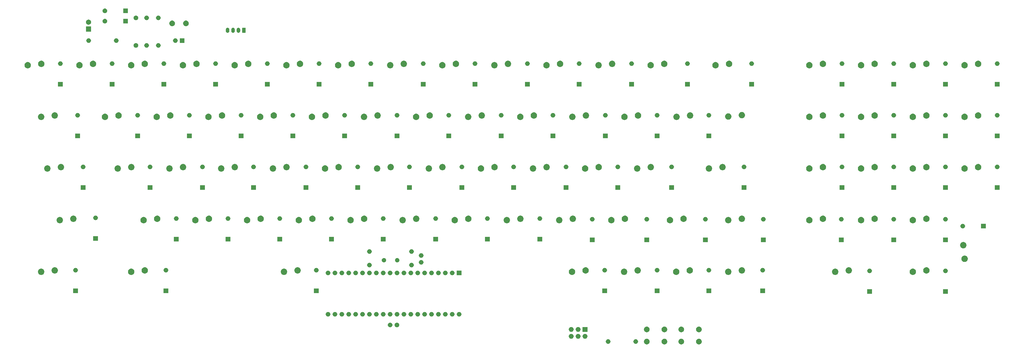
<source format=gbs>
G04 #@! TF.GenerationSoftware,KiCad,Pcbnew,(5.1.6)-1*
G04 #@! TF.CreationDate,2020-06-04T11:34:24+02:00*
G04 #@! TF.ProjectId,m0110a_qmk,6d303131-3061-45f7-916d-6b2e6b696361,rev?*
G04 #@! TF.SameCoordinates,Original*
G04 #@! TF.FileFunction,Soldermask,Bot*
G04 #@! TF.FilePolarity,Negative*
%FSLAX46Y46*%
G04 Gerber Fmt 4.6, Leading zero omitted, Abs format (unit mm)*
G04 Created by KiCad (PCBNEW (5.1.6)-1) date 2020-06-04 11:34:24*
%MOMM*%
%LPD*%
G01*
G04 APERTURE LIST*
%ADD10C,0.100000*%
G04 APERTURE END LIST*
D10*
G36*
X281888564Y-182813389D02*
G01*
X282079833Y-182892615D01*
X282079835Y-182892616D01*
X282204782Y-182976103D01*
X282251973Y-183007635D01*
X282398365Y-183154027D01*
X282513385Y-183326167D01*
X282592611Y-183517436D01*
X282633000Y-183720484D01*
X282633000Y-183927516D01*
X282592611Y-184130564D01*
X282564885Y-184197500D01*
X282513384Y-184321835D01*
X282398365Y-184493973D01*
X282251973Y-184640365D01*
X282079835Y-184755384D01*
X282079834Y-184755385D01*
X282079833Y-184755385D01*
X281888564Y-184834611D01*
X281685516Y-184875000D01*
X281478484Y-184875000D01*
X281275436Y-184834611D01*
X281084167Y-184755385D01*
X281084166Y-184755385D01*
X281084165Y-184755384D01*
X280912027Y-184640365D01*
X280765635Y-184493973D01*
X280650616Y-184321835D01*
X280599115Y-184197500D01*
X280571389Y-184130564D01*
X280531000Y-183927516D01*
X280531000Y-183720484D01*
X280571389Y-183517436D01*
X280650615Y-183326167D01*
X280765635Y-183154027D01*
X280912027Y-183007635D01*
X280959218Y-182976103D01*
X281084165Y-182892616D01*
X281084167Y-182892615D01*
X281275436Y-182813389D01*
X281478484Y-182773000D01*
X281685516Y-182773000D01*
X281888564Y-182813389D01*
G37*
G36*
X275388564Y-182813389D02*
G01*
X275579833Y-182892615D01*
X275579835Y-182892616D01*
X275704782Y-182976103D01*
X275751973Y-183007635D01*
X275898365Y-183154027D01*
X276013385Y-183326167D01*
X276092611Y-183517436D01*
X276133000Y-183720484D01*
X276133000Y-183927516D01*
X276092611Y-184130564D01*
X276064885Y-184197500D01*
X276013384Y-184321835D01*
X275898365Y-184493973D01*
X275751973Y-184640365D01*
X275579835Y-184755384D01*
X275579834Y-184755385D01*
X275579833Y-184755385D01*
X275388564Y-184834611D01*
X275185516Y-184875000D01*
X274978484Y-184875000D01*
X274775436Y-184834611D01*
X274584167Y-184755385D01*
X274584166Y-184755385D01*
X274584165Y-184755384D01*
X274412027Y-184640365D01*
X274265635Y-184493973D01*
X274150616Y-184321835D01*
X274099115Y-184197500D01*
X274071389Y-184130564D01*
X274031000Y-183927516D01*
X274031000Y-183720484D01*
X274071389Y-183517436D01*
X274150615Y-183326167D01*
X274265635Y-183154027D01*
X274412027Y-183007635D01*
X274459218Y-182976103D01*
X274584165Y-182892616D01*
X274584167Y-182892615D01*
X274775436Y-182813389D01*
X274978484Y-182773000D01*
X275185516Y-182773000D01*
X275388564Y-182813389D01*
G37*
G36*
X262688564Y-182813389D02*
G01*
X262879833Y-182892615D01*
X262879835Y-182892616D01*
X263004782Y-182976103D01*
X263051973Y-183007635D01*
X263198365Y-183154027D01*
X263313385Y-183326167D01*
X263392611Y-183517436D01*
X263433000Y-183720484D01*
X263433000Y-183927516D01*
X263392611Y-184130564D01*
X263364885Y-184197500D01*
X263313384Y-184321835D01*
X263198365Y-184493973D01*
X263051973Y-184640365D01*
X262879835Y-184755384D01*
X262879834Y-184755385D01*
X262879833Y-184755385D01*
X262688564Y-184834611D01*
X262485516Y-184875000D01*
X262278484Y-184875000D01*
X262075436Y-184834611D01*
X261884167Y-184755385D01*
X261884166Y-184755385D01*
X261884165Y-184755384D01*
X261712027Y-184640365D01*
X261565635Y-184493973D01*
X261450616Y-184321835D01*
X261399115Y-184197500D01*
X261371389Y-184130564D01*
X261331000Y-183927516D01*
X261331000Y-183720484D01*
X261371389Y-183517436D01*
X261450615Y-183326167D01*
X261565635Y-183154027D01*
X261712027Y-183007635D01*
X261759218Y-182976103D01*
X261884165Y-182892616D01*
X261884167Y-182892615D01*
X262075436Y-182813389D01*
X262278484Y-182773000D01*
X262485516Y-182773000D01*
X262688564Y-182813389D01*
G37*
G36*
X269188564Y-182813389D02*
G01*
X269379833Y-182892615D01*
X269379835Y-182892616D01*
X269504782Y-182976103D01*
X269551973Y-183007635D01*
X269698365Y-183154027D01*
X269813385Y-183326167D01*
X269892611Y-183517436D01*
X269933000Y-183720484D01*
X269933000Y-183927516D01*
X269892611Y-184130564D01*
X269864885Y-184197500D01*
X269813384Y-184321835D01*
X269698365Y-184493973D01*
X269551973Y-184640365D01*
X269379835Y-184755384D01*
X269379834Y-184755385D01*
X269379833Y-184755385D01*
X269188564Y-184834611D01*
X268985516Y-184875000D01*
X268778484Y-184875000D01*
X268575436Y-184834611D01*
X268384167Y-184755385D01*
X268384166Y-184755385D01*
X268384165Y-184755384D01*
X268212027Y-184640365D01*
X268065635Y-184493973D01*
X267950616Y-184321835D01*
X267899115Y-184197500D01*
X267871389Y-184130564D01*
X267831000Y-183927516D01*
X267831000Y-183720484D01*
X267871389Y-183517436D01*
X267950615Y-183326167D01*
X268065635Y-183154027D01*
X268212027Y-183007635D01*
X268259218Y-182976103D01*
X268384165Y-182892616D01*
X268384167Y-182892615D01*
X268575436Y-182813389D01*
X268778484Y-182773000D01*
X268985516Y-182773000D01*
X269188564Y-182813389D01*
G37*
G36*
X248406228Y-182976103D02*
G01*
X248561100Y-183040253D01*
X248700481Y-183133385D01*
X248819015Y-183251919D01*
X248912147Y-183391300D01*
X248976297Y-183546172D01*
X249009000Y-183710584D01*
X249009000Y-183878216D01*
X248976297Y-184042628D01*
X248912147Y-184197500D01*
X248819015Y-184336881D01*
X248700481Y-184455415D01*
X248561100Y-184548547D01*
X248406228Y-184612697D01*
X248241816Y-184645400D01*
X248074184Y-184645400D01*
X247909772Y-184612697D01*
X247754900Y-184548547D01*
X247615519Y-184455415D01*
X247496985Y-184336881D01*
X247403853Y-184197500D01*
X247339703Y-184042628D01*
X247307000Y-183878216D01*
X247307000Y-183710584D01*
X247339703Y-183546172D01*
X247403853Y-183391300D01*
X247496985Y-183251919D01*
X247615519Y-183133385D01*
X247754900Y-183040253D01*
X247909772Y-182976103D01*
X248074184Y-182943400D01*
X248241816Y-182943400D01*
X248406228Y-182976103D01*
G37*
G36*
X258566228Y-182976103D02*
G01*
X258721100Y-183040253D01*
X258860481Y-183133385D01*
X258979015Y-183251919D01*
X259072147Y-183391300D01*
X259136297Y-183546172D01*
X259169000Y-183710584D01*
X259169000Y-183878216D01*
X259136297Y-184042628D01*
X259072147Y-184197500D01*
X258979015Y-184336881D01*
X258860481Y-184455415D01*
X258721100Y-184548547D01*
X258566228Y-184612697D01*
X258401816Y-184645400D01*
X258234184Y-184645400D01*
X258069772Y-184612697D01*
X257914900Y-184548547D01*
X257775519Y-184455415D01*
X257656985Y-184336881D01*
X257563853Y-184197500D01*
X257499703Y-184042628D01*
X257467000Y-183878216D01*
X257467000Y-183710584D01*
X257499703Y-183546172D01*
X257563853Y-183391300D01*
X257656985Y-183251919D01*
X257775519Y-183133385D01*
X257914900Y-183040253D01*
X258069772Y-182976103D01*
X258234184Y-182943400D01*
X258401816Y-182943400D01*
X258566228Y-182976103D01*
G37*
G36*
X239762512Y-180967927D02*
G01*
X239911812Y-180997624D01*
X240075784Y-181065544D01*
X240223354Y-181164147D01*
X240348853Y-181289646D01*
X240447456Y-181437216D01*
X240515376Y-181601188D01*
X240550000Y-181775259D01*
X240550000Y-181952741D01*
X240515376Y-182126812D01*
X240447456Y-182290784D01*
X240348853Y-182438354D01*
X240223354Y-182563853D01*
X240075784Y-182662456D01*
X239911812Y-182730376D01*
X239762512Y-182760073D01*
X239737742Y-182765000D01*
X239560258Y-182765000D01*
X239535488Y-182760073D01*
X239386188Y-182730376D01*
X239222216Y-182662456D01*
X239074646Y-182563853D01*
X238949147Y-182438354D01*
X238850544Y-182290784D01*
X238782624Y-182126812D01*
X238748000Y-181952741D01*
X238748000Y-181775259D01*
X238782624Y-181601188D01*
X238850544Y-181437216D01*
X238949147Y-181289646D01*
X239074646Y-181164147D01*
X239222216Y-181065544D01*
X239386188Y-180997624D01*
X239535488Y-180967927D01*
X239560258Y-180963000D01*
X239737742Y-180963000D01*
X239762512Y-180967927D01*
G37*
G36*
X237222512Y-180967927D02*
G01*
X237371812Y-180997624D01*
X237535784Y-181065544D01*
X237683354Y-181164147D01*
X237808853Y-181289646D01*
X237907456Y-181437216D01*
X237975376Y-181601188D01*
X238010000Y-181775259D01*
X238010000Y-181952741D01*
X237975376Y-182126812D01*
X237907456Y-182290784D01*
X237808853Y-182438354D01*
X237683354Y-182563853D01*
X237535784Y-182662456D01*
X237371812Y-182730376D01*
X237222512Y-182760073D01*
X237197742Y-182765000D01*
X237020258Y-182765000D01*
X236995488Y-182760073D01*
X236846188Y-182730376D01*
X236682216Y-182662456D01*
X236534646Y-182563853D01*
X236409147Y-182438354D01*
X236310544Y-182290784D01*
X236242624Y-182126812D01*
X236208000Y-181952741D01*
X236208000Y-181775259D01*
X236242624Y-181601188D01*
X236310544Y-181437216D01*
X236409147Y-181289646D01*
X236534646Y-181164147D01*
X236682216Y-181065544D01*
X236846188Y-180997624D01*
X236995488Y-180967927D01*
X237020258Y-180963000D01*
X237197742Y-180963000D01*
X237222512Y-180967927D01*
G37*
G36*
X234682512Y-180967927D02*
G01*
X234831812Y-180997624D01*
X234995784Y-181065544D01*
X235143354Y-181164147D01*
X235268853Y-181289646D01*
X235367456Y-181437216D01*
X235435376Y-181601188D01*
X235470000Y-181775259D01*
X235470000Y-181952741D01*
X235435376Y-182126812D01*
X235367456Y-182290784D01*
X235268853Y-182438354D01*
X235143354Y-182563853D01*
X234995784Y-182662456D01*
X234831812Y-182730376D01*
X234682512Y-182760073D01*
X234657742Y-182765000D01*
X234480258Y-182765000D01*
X234455488Y-182760073D01*
X234306188Y-182730376D01*
X234142216Y-182662456D01*
X233994646Y-182563853D01*
X233869147Y-182438354D01*
X233770544Y-182290784D01*
X233702624Y-182126812D01*
X233668000Y-181952741D01*
X233668000Y-181775259D01*
X233702624Y-181601188D01*
X233770544Y-181437216D01*
X233869147Y-181289646D01*
X233994646Y-181164147D01*
X234142216Y-181065544D01*
X234306188Y-180997624D01*
X234455488Y-180967927D01*
X234480258Y-180963000D01*
X234657742Y-180963000D01*
X234682512Y-180967927D01*
G37*
G36*
X262688564Y-178313389D02*
G01*
X262879833Y-178392615D01*
X262879835Y-178392616D01*
X263051973Y-178507635D01*
X263198365Y-178654027D01*
X263262256Y-178749646D01*
X263313385Y-178826167D01*
X263392611Y-179017436D01*
X263433000Y-179220484D01*
X263433000Y-179427516D01*
X263392611Y-179630564D01*
X263342815Y-179750782D01*
X263313384Y-179821835D01*
X263198365Y-179993973D01*
X263051973Y-180140365D01*
X262879835Y-180255384D01*
X262879834Y-180255385D01*
X262879833Y-180255385D01*
X262688564Y-180334611D01*
X262485516Y-180375000D01*
X262278484Y-180375000D01*
X262075436Y-180334611D01*
X261884167Y-180255385D01*
X261884166Y-180255385D01*
X261884165Y-180255384D01*
X261712027Y-180140365D01*
X261565635Y-179993973D01*
X261450616Y-179821835D01*
X261421185Y-179750782D01*
X261371389Y-179630564D01*
X261331000Y-179427516D01*
X261331000Y-179220484D01*
X261371389Y-179017436D01*
X261450615Y-178826167D01*
X261501745Y-178749646D01*
X261565635Y-178654027D01*
X261712027Y-178507635D01*
X261884165Y-178392616D01*
X261884167Y-178392615D01*
X262075436Y-178313389D01*
X262278484Y-178273000D01*
X262485516Y-178273000D01*
X262688564Y-178313389D01*
G37*
G36*
X275388564Y-178313389D02*
G01*
X275579833Y-178392615D01*
X275579835Y-178392616D01*
X275751973Y-178507635D01*
X275898365Y-178654027D01*
X275962256Y-178749646D01*
X276013385Y-178826167D01*
X276092611Y-179017436D01*
X276133000Y-179220484D01*
X276133000Y-179427516D01*
X276092611Y-179630564D01*
X276042815Y-179750782D01*
X276013384Y-179821835D01*
X275898365Y-179993973D01*
X275751973Y-180140365D01*
X275579835Y-180255384D01*
X275579834Y-180255385D01*
X275579833Y-180255385D01*
X275388564Y-180334611D01*
X275185516Y-180375000D01*
X274978484Y-180375000D01*
X274775436Y-180334611D01*
X274584167Y-180255385D01*
X274584166Y-180255385D01*
X274584165Y-180255384D01*
X274412027Y-180140365D01*
X274265635Y-179993973D01*
X274150616Y-179821835D01*
X274121185Y-179750782D01*
X274071389Y-179630564D01*
X274031000Y-179427516D01*
X274031000Y-179220484D01*
X274071389Y-179017436D01*
X274150615Y-178826167D01*
X274201745Y-178749646D01*
X274265635Y-178654027D01*
X274412027Y-178507635D01*
X274584165Y-178392616D01*
X274584167Y-178392615D01*
X274775436Y-178313389D01*
X274978484Y-178273000D01*
X275185516Y-178273000D01*
X275388564Y-178313389D01*
G37*
G36*
X281888564Y-178313389D02*
G01*
X282079833Y-178392615D01*
X282079835Y-178392616D01*
X282251973Y-178507635D01*
X282398365Y-178654027D01*
X282462256Y-178749646D01*
X282513385Y-178826167D01*
X282592611Y-179017436D01*
X282633000Y-179220484D01*
X282633000Y-179427516D01*
X282592611Y-179630564D01*
X282542815Y-179750782D01*
X282513384Y-179821835D01*
X282398365Y-179993973D01*
X282251973Y-180140365D01*
X282079835Y-180255384D01*
X282079834Y-180255385D01*
X282079833Y-180255385D01*
X281888564Y-180334611D01*
X281685516Y-180375000D01*
X281478484Y-180375000D01*
X281275436Y-180334611D01*
X281084167Y-180255385D01*
X281084166Y-180255385D01*
X281084165Y-180255384D01*
X280912027Y-180140365D01*
X280765635Y-179993973D01*
X280650616Y-179821835D01*
X280621185Y-179750782D01*
X280571389Y-179630564D01*
X280531000Y-179427516D01*
X280531000Y-179220484D01*
X280571389Y-179017436D01*
X280650615Y-178826167D01*
X280701745Y-178749646D01*
X280765635Y-178654027D01*
X280912027Y-178507635D01*
X281084165Y-178392616D01*
X281084167Y-178392615D01*
X281275436Y-178313389D01*
X281478484Y-178273000D01*
X281685516Y-178273000D01*
X281888564Y-178313389D01*
G37*
G36*
X269188564Y-178313389D02*
G01*
X269379833Y-178392615D01*
X269379835Y-178392616D01*
X269551973Y-178507635D01*
X269698365Y-178654027D01*
X269762256Y-178749646D01*
X269813385Y-178826167D01*
X269892611Y-179017436D01*
X269933000Y-179220484D01*
X269933000Y-179427516D01*
X269892611Y-179630564D01*
X269842815Y-179750782D01*
X269813384Y-179821835D01*
X269698365Y-179993973D01*
X269551973Y-180140365D01*
X269379835Y-180255384D01*
X269379834Y-180255385D01*
X269379833Y-180255385D01*
X269188564Y-180334611D01*
X268985516Y-180375000D01*
X268778484Y-180375000D01*
X268575436Y-180334611D01*
X268384167Y-180255385D01*
X268384166Y-180255385D01*
X268384165Y-180255384D01*
X268212027Y-180140365D01*
X268065635Y-179993973D01*
X267950616Y-179821835D01*
X267921185Y-179750782D01*
X267871389Y-179630564D01*
X267831000Y-179427516D01*
X267831000Y-179220484D01*
X267871389Y-179017436D01*
X267950615Y-178826167D01*
X268001745Y-178749646D01*
X268065635Y-178654027D01*
X268212027Y-178507635D01*
X268384165Y-178392616D01*
X268384167Y-178392615D01*
X268575436Y-178313389D01*
X268778484Y-178273000D01*
X268985516Y-178273000D01*
X269188564Y-178313389D01*
G37*
G36*
X237218590Y-178427147D02*
G01*
X237371812Y-178457624D01*
X237535784Y-178525544D01*
X237683354Y-178624147D01*
X237808853Y-178749646D01*
X237907456Y-178897216D01*
X237975376Y-179061188D01*
X238010000Y-179235259D01*
X238010000Y-179412741D01*
X237975376Y-179586812D01*
X237907456Y-179750784D01*
X237808853Y-179898354D01*
X237683354Y-180023853D01*
X237535784Y-180122456D01*
X237371812Y-180190376D01*
X237222512Y-180220073D01*
X237197742Y-180225000D01*
X237020258Y-180225000D01*
X236995488Y-180220073D01*
X236846188Y-180190376D01*
X236682216Y-180122456D01*
X236534646Y-180023853D01*
X236409147Y-179898354D01*
X236310544Y-179750784D01*
X236242624Y-179586812D01*
X236208000Y-179412741D01*
X236208000Y-179235259D01*
X236242624Y-179061188D01*
X236310544Y-178897216D01*
X236409147Y-178749646D01*
X236534646Y-178624147D01*
X236682216Y-178525544D01*
X236846188Y-178457624D01*
X236999410Y-178427147D01*
X237020258Y-178423000D01*
X237197742Y-178423000D01*
X237218590Y-178427147D01*
G37*
G36*
X240550000Y-180225000D02*
G01*
X238748000Y-180225000D01*
X238748000Y-178423000D01*
X240550000Y-178423000D01*
X240550000Y-180225000D01*
G37*
G36*
X234678590Y-178427147D02*
G01*
X234831812Y-178457624D01*
X234995784Y-178525544D01*
X235143354Y-178624147D01*
X235268853Y-178749646D01*
X235367456Y-178897216D01*
X235435376Y-179061188D01*
X235470000Y-179235259D01*
X235470000Y-179412741D01*
X235435376Y-179586812D01*
X235367456Y-179750784D01*
X235268853Y-179898354D01*
X235143354Y-180023853D01*
X234995784Y-180122456D01*
X234831812Y-180190376D01*
X234682512Y-180220073D01*
X234657742Y-180225000D01*
X234480258Y-180225000D01*
X234455488Y-180220073D01*
X234306188Y-180190376D01*
X234142216Y-180122456D01*
X233994646Y-180023853D01*
X233869147Y-179898354D01*
X233770544Y-179750784D01*
X233702624Y-179586812D01*
X233668000Y-179412741D01*
X233668000Y-179235259D01*
X233702624Y-179061188D01*
X233770544Y-178897216D01*
X233869147Y-178749646D01*
X233994646Y-178624147D01*
X234142216Y-178525544D01*
X234306188Y-178457624D01*
X234459410Y-178427147D01*
X234480258Y-178423000D01*
X234657742Y-178423000D01*
X234678590Y-178427147D01*
G37*
G36*
X168142228Y-176854703D02*
G01*
X168297100Y-176918853D01*
X168436481Y-177011985D01*
X168555015Y-177130519D01*
X168648147Y-177269900D01*
X168712297Y-177424772D01*
X168745000Y-177589184D01*
X168745000Y-177756816D01*
X168712297Y-177921228D01*
X168648147Y-178076100D01*
X168555015Y-178215481D01*
X168436481Y-178334015D01*
X168297100Y-178427147D01*
X168142228Y-178491297D01*
X167977816Y-178524000D01*
X167810184Y-178524000D01*
X167645772Y-178491297D01*
X167490900Y-178427147D01*
X167351519Y-178334015D01*
X167232985Y-178215481D01*
X167139853Y-178076100D01*
X167075703Y-177921228D01*
X167043000Y-177756816D01*
X167043000Y-177589184D01*
X167075703Y-177424772D01*
X167139853Y-177269900D01*
X167232985Y-177130519D01*
X167351519Y-177011985D01*
X167490900Y-176918853D01*
X167645772Y-176854703D01*
X167810184Y-176822000D01*
X167977816Y-176822000D01*
X168142228Y-176854703D01*
G37*
G36*
X170642228Y-176854703D02*
G01*
X170797100Y-176918853D01*
X170936481Y-177011985D01*
X171055015Y-177130519D01*
X171148147Y-177269900D01*
X171212297Y-177424772D01*
X171245000Y-177589184D01*
X171245000Y-177756816D01*
X171212297Y-177921228D01*
X171148147Y-178076100D01*
X171055015Y-178215481D01*
X170936481Y-178334015D01*
X170797100Y-178427147D01*
X170642228Y-178491297D01*
X170477816Y-178524000D01*
X170310184Y-178524000D01*
X170145772Y-178491297D01*
X169990900Y-178427147D01*
X169851519Y-178334015D01*
X169732985Y-178215481D01*
X169639853Y-178076100D01*
X169575703Y-177921228D01*
X169543000Y-177756816D01*
X169543000Y-177589184D01*
X169575703Y-177424772D01*
X169639853Y-177269900D01*
X169732985Y-177130519D01*
X169851519Y-177011985D01*
X169990900Y-176918853D01*
X170145772Y-176854703D01*
X170310184Y-176822000D01*
X170477816Y-176822000D01*
X170642228Y-176854703D01*
G37*
G36*
X183382228Y-172917703D02*
G01*
X183537100Y-172981853D01*
X183676481Y-173074985D01*
X183795015Y-173193519D01*
X183888147Y-173332900D01*
X183952297Y-173487772D01*
X183985000Y-173652184D01*
X183985000Y-173819816D01*
X183952297Y-173984228D01*
X183888147Y-174139100D01*
X183795015Y-174278481D01*
X183676481Y-174397015D01*
X183537100Y-174490147D01*
X183382228Y-174554297D01*
X183217816Y-174587000D01*
X183050184Y-174587000D01*
X182885772Y-174554297D01*
X182730900Y-174490147D01*
X182591519Y-174397015D01*
X182472985Y-174278481D01*
X182379853Y-174139100D01*
X182315703Y-173984228D01*
X182283000Y-173819816D01*
X182283000Y-173652184D01*
X182315703Y-173487772D01*
X182379853Y-173332900D01*
X182472985Y-173193519D01*
X182591519Y-173074985D01*
X182730900Y-172981853D01*
X182885772Y-172917703D01*
X183050184Y-172885000D01*
X183217816Y-172885000D01*
X183382228Y-172917703D01*
G37*
G36*
X152902228Y-172917703D02*
G01*
X153057100Y-172981853D01*
X153196481Y-173074985D01*
X153315015Y-173193519D01*
X153408147Y-173332900D01*
X153472297Y-173487772D01*
X153505000Y-173652184D01*
X153505000Y-173819816D01*
X153472297Y-173984228D01*
X153408147Y-174139100D01*
X153315015Y-174278481D01*
X153196481Y-174397015D01*
X153057100Y-174490147D01*
X152902228Y-174554297D01*
X152737816Y-174587000D01*
X152570184Y-174587000D01*
X152405772Y-174554297D01*
X152250900Y-174490147D01*
X152111519Y-174397015D01*
X151992985Y-174278481D01*
X151899853Y-174139100D01*
X151835703Y-173984228D01*
X151803000Y-173819816D01*
X151803000Y-173652184D01*
X151835703Y-173487772D01*
X151899853Y-173332900D01*
X151992985Y-173193519D01*
X152111519Y-173074985D01*
X152250900Y-172981853D01*
X152405772Y-172917703D01*
X152570184Y-172885000D01*
X152737816Y-172885000D01*
X152902228Y-172917703D01*
G37*
G36*
X147822228Y-172917703D02*
G01*
X147977100Y-172981853D01*
X148116481Y-173074985D01*
X148235015Y-173193519D01*
X148328147Y-173332900D01*
X148392297Y-173487772D01*
X148425000Y-173652184D01*
X148425000Y-173819816D01*
X148392297Y-173984228D01*
X148328147Y-174139100D01*
X148235015Y-174278481D01*
X148116481Y-174397015D01*
X147977100Y-174490147D01*
X147822228Y-174554297D01*
X147657816Y-174587000D01*
X147490184Y-174587000D01*
X147325772Y-174554297D01*
X147170900Y-174490147D01*
X147031519Y-174397015D01*
X146912985Y-174278481D01*
X146819853Y-174139100D01*
X146755703Y-173984228D01*
X146723000Y-173819816D01*
X146723000Y-173652184D01*
X146755703Y-173487772D01*
X146819853Y-173332900D01*
X146912985Y-173193519D01*
X147031519Y-173074985D01*
X147170900Y-172981853D01*
X147325772Y-172917703D01*
X147490184Y-172885000D01*
X147657816Y-172885000D01*
X147822228Y-172917703D01*
G37*
G36*
X145282228Y-172917703D02*
G01*
X145437100Y-172981853D01*
X145576481Y-173074985D01*
X145695015Y-173193519D01*
X145788147Y-173332900D01*
X145852297Y-173487772D01*
X145885000Y-173652184D01*
X145885000Y-173819816D01*
X145852297Y-173984228D01*
X145788147Y-174139100D01*
X145695015Y-174278481D01*
X145576481Y-174397015D01*
X145437100Y-174490147D01*
X145282228Y-174554297D01*
X145117816Y-174587000D01*
X144950184Y-174587000D01*
X144785772Y-174554297D01*
X144630900Y-174490147D01*
X144491519Y-174397015D01*
X144372985Y-174278481D01*
X144279853Y-174139100D01*
X144215703Y-173984228D01*
X144183000Y-173819816D01*
X144183000Y-173652184D01*
X144215703Y-173487772D01*
X144279853Y-173332900D01*
X144372985Y-173193519D01*
X144491519Y-173074985D01*
X144630900Y-172981853D01*
X144785772Y-172917703D01*
X144950184Y-172885000D01*
X145117816Y-172885000D01*
X145282228Y-172917703D01*
G37*
G36*
X193542228Y-172917703D02*
G01*
X193697100Y-172981853D01*
X193836481Y-173074985D01*
X193955015Y-173193519D01*
X194048147Y-173332900D01*
X194112297Y-173487772D01*
X194145000Y-173652184D01*
X194145000Y-173819816D01*
X194112297Y-173984228D01*
X194048147Y-174139100D01*
X193955015Y-174278481D01*
X193836481Y-174397015D01*
X193697100Y-174490147D01*
X193542228Y-174554297D01*
X193377816Y-174587000D01*
X193210184Y-174587000D01*
X193045772Y-174554297D01*
X192890900Y-174490147D01*
X192751519Y-174397015D01*
X192632985Y-174278481D01*
X192539853Y-174139100D01*
X192475703Y-173984228D01*
X192443000Y-173819816D01*
X192443000Y-173652184D01*
X192475703Y-173487772D01*
X192539853Y-173332900D01*
X192632985Y-173193519D01*
X192751519Y-173074985D01*
X192890900Y-172981853D01*
X193045772Y-172917703D01*
X193210184Y-172885000D01*
X193377816Y-172885000D01*
X193542228Y-172917703D01*
G37*
G36*
X191002228Y-172917703D02*
G01*
X191157100Y-172981853D01*
X191296481Y-173074985D01*
X191415015Y-173193519D01*
X191508147Y-173332900D01*
X191572297Y-173487772D01*
X191605000Y-173652184D01*
X191605000Y-173819816D01*
X191572297Y-173984228D01*
X191508147Y-174139100D01*
X191415015Y-174278481D01*
X191296481Y-174397015D01*
X191157100Y-174490147D01*
X191002228Y-174554297D01*
X190837816Y-174587000D01*
X190670184Y-174587000D01*
X190505772Y-174554297D01*
X190350900Y-174490147D01*
X190211519Y-174397015D01*
X190092985Y-174278481D01*
X189999853Y-174139100D01*
X189935703Y-173984228D01*
X189903000Y-173819816D01*
X189903000Y-173652184D01*
X189935703Y-173487772D01*
X189999853Y-173332900D01*
X190092985Y-173193519D01*
X190211519Y-173074985D01*
X190350900Y-172981853D01*
X190505772Y-172917703D01*
X190670184Y-172885000D01*
X190837816Y-172885000D01*
X191002228Y-172917703D01*
G37*
G36*
X188462228Y-172917703D02*
G01*
X188617100Y-172981853D01*
X188756481Y-173074985D01*
X188875015Y-173193519D01*
X188968147Y-173332900D01*
X189032297Y-173487772D01*
X189065000Y-173652184D01*
X189065000Y-173819816D01*
X189032297Y-173984228D01*
X188968147Y-174139100D01*
X188875015Y-174278481D01*
X188756481Y-174397015D01*
X188617100Y-174490147D01*
X188462228Y-174554297D01*
X188297816Y-174587000D01*
X188130184Y-174587000D01*
X187965772Y-174554297D01*
X187810900Y-174490147D01*
X187671519Y-174397015D01*
X187552985Y-174278481D01*
X187459853Y-174139100D01*
X187395703Y-173984228D01*
X187363000Y-173819816D01*
X187363000Y-173652184D01*
X187395703Y-173487772D01*
X187459853Y-173332900D01*
X187552985Y-173193519D01*
X187671519Y-173074985D01*
X187810900Y-172981853D01*
X187965772Y-172917703D01*
X188130184Y-172885000D01*
X188297816Y-172885000D01*
X188462228Y-172917703D01*
G37*
G36*
X185922228Y-172917703D02*
G01*
X186077100Y-172981853D01*
X186216481Y-173074985D01*
X186335015Y-173193519D01*
X186428147Y-173332900D01*
X186492297Y-173487772D01*
X186525000Y-173652184D01*
X186525000Y-173819816D01*
X186492297Y-173984228D01*
X186428147Y-174139100D01*
X186335015Y-174278481D01*
X186216481Y-174397015D01*
X186077100Y-174490147D01*
X185922228Y-174554297D01*
X185757816Y-174587000D01*
X185590184Y-174587000D01*
X185425772Y-174554297D01*
X185270900Y-174490147D01*
X185131519Y-174397015D01*
X185012985Y-174278481D01*
X184919853Y-174139100D01*
X184855703Y-173984228D01*
X184823000Y-173819816D01*
X184823000Y-173652184D01*
X184855703Y-173487772D01*
X184919853Y-173332900D01*
X185012985Y-173193519D01*
X185131519Y-173074985D01*
X185270900Y-172981853D01*
X185425772Y-172917703D01*
X185590184Y-172885000D01*
X185757816Y-172885000D01*
X185922228Y-172917703D01*
G37*
G36*
X180842228Y-172917703D02*
G01*
X180997100Y-172981853D01*
X181136481Y-173074985D01*
X181255015Y-173193519D01*
X181348147Y-173332900D01*
X181412297Y-173487772D01*
X181445000Y-173652184D01*
X181445000Y-173819816D01*
X181412297Y-173984228D01*
X181348147Y-174139100D01*
X181255015Y-174278481D01*
X181136481Y-174397015D01*
X180997100Y-174490147D01*
X180842228Y-174554297D01*
X180677816Y-174587000D01*
X180510184Y-174587000D01*
X180345772Y-174554297D01*
X180190900Y-174490147D01*
X180051519Y-174397015D01*
X179932985Y-174278481D01*
X179839853Y-174139100D01*
X179775703Y-173984228D01*
X179743000Y-173819816D01*
X179743000Y-173652184D01*
X179775703Y-173487772D01*
X179839853Y-173332900D01*
X179932985Y-173193519D01*
X180051519Y-173074985D01*
X180190900Y-172981853D01*
X180345772Y-172917703D01*
X180510184Y-172885000D01*
X180677816Y-172885000D01*
X180842228Y-172917703D01*
G37*
G36*
X178302228Y-172917703D02*
G01*
X178457100Y-172981853D01*
X178596481Y-173074985D01*
X178715015Y-173193519D01*
X178808147Y-173332900D01*
X178872297Y-173487772D01*
X178905000Y-173652184D01*
X178905000Y-173819816D01*
X178872297Y-173984228D01*
X178808147Y-174139100D01*
X178715015Y-174278481D01*
X178596481Y-174397015D01*
X178457100Y-174490147D01*
X178302228Y-174554297D01*
X178137816Y-174587000D01*
X177970184Y-174587000D01*
X177805772Y-174554297D01*
X177650900Y-174490147D01*
X177511519Y-174397015D01*
X177392985Y-174278481D01*
X177299853Y-174139100D01*
X177235703Y-173984228D01*
X177203000Y-173819816D01*
X177203000Y-173652184D01*
X177235703Y-173487772D01*
X177299853Y-173332900D01*
X177392985Y-173193519D01*
X177511519Y-173074985D01*
X177650900Y-172981853D01*
X177805772Y-172917703D01*
X177970184Y-172885000D01*
X178137816Y-172885000D01*
X178302228Y-172917703D01*
G37*
G36*
X173222228Y-172917703D02*
G01*
X173377100Y-172981853D01*
X173516481Y-173074985D01*
X173635015Y-173193519D01*
X173728147Y-173332900D01*
X173792297Y-173487772D01*
X173825000Y-173652184D01*
X173825000Y-173819816D01*
X173792297Y-173984228D01*
X173728147Y-174139100D01*
X173635015Y-174278481D01*
X173516481Y-174397015D01*
X173377100Y-174490147D01*
X173222228Y-174554297D01*
X173057816Y-174587000D01*
X172890184Y-174587000D01*
X172725772Y-174554297D01*
X172570900Y-174490147D01*
X172431519Y-174397015D01*
X172312985Y-174278481D01*
X172219853Y-174139100D01*
X172155703Y-173984228D01*
X172123000Y-173819816D01*
X172123000Y-173652184D01*
X172155703Y-173487772D01*
X172219853Y-173332900D01*
X172312985Y-173193519D01*
X172431519Y-173074985D01*
X172570900Y-172981853D01*
X172725772Y-172917703D01*
X172890184Y-172885000D01*
X173057816Y-172885000D01*
X173222228Y-172917703D01*
G37*
G36*
X155442228Y-172917703D02*
G01*
X155597100Y-172981853D01*
X155736481Y-173074985D01*
X155855015Y-173193519D01*
X155948147Y-173332900D01*
X156012297Y-173487772D01*
X156045000Y-173652184D01*
X156045000Y-173819816D01*
X156012297Y-173984228D01*
X155948147Y-174139100D01*
X155855015Y-174278481D01*
X155736481Y-174397015D01*
X155597100Y-174490147D01*
X155442228Y-174554297D01*
X155277816Y-174587000D01*
X155110184Y-174587000D01*
X154945772Y-174554297D01*
X154790900Y-174490147D01*
X154651519Y-174397015D01*
X154532985Y-174278481D01*
X154439853Y-174139100D01*
X154375703Y-173984228D01*
X154343000Y-173819816D01*
X154343000Y-173652184D01*
X154375703Y-173487772D01*
X154439853Y-173332900D01*
X154532985Y-173193519D01*
X154651519Y-173074985D01*
X154790900Y-172981853D01*
X154945772Y-172917703D01*
X155110184Y-172885000D01*
X155277816Y-172885000D01*
X155442228Y-172917703D01*
G37*
G36*
X170682228Y-172917703D02*
G01*
X170837100Y-172981853D01*
X170976481Y-173074985D01*
X171095015Y-173193519D01*
X171188147Y-173332900D01*
X171252297Y-173487772D01*
X171285000Y-173652184D01*
X171285000Y-173819816D01*
X171252297Y-173984228D01*
X171188147Y-174139100D01*
X171095015Y-174278481D01*
X170976481Y-174397015D01*
X170837100Y-174490147D01*
X170682228Y-174554297D01*
X170517816Y-174587000D01*
X170350184Y-174587000D01*
X170185772Y-174554297D01*
X170030900Y-174490147D01*
X169891519Y-174397015D01*
X169772985Y-174278481D01*
X169679853Y-174139100D01*
X169615703Y-173984228D01*
X169583000Y-173819816D01*
X169583000Y-173652184D01*
X169615703Y-173487772D01*
X169679853Y-173332900D01*
X169772985Y-173193519D01*
X169891519Y-173074985D01*
X170030900Y-172981853D01*
X170185772Y-172917703D01*
X170350184Y-172885000D01*
X170517816Y-172885000D01*
X170682228Y-172917703D01*
G37*
G36*
X168142228Y-172917703D02*
G01*
X168297100Y-172981853D01*
X168436481Y-173074985D01*
X168555015Y-173193519D01*
X168648147Y-173332900D01*
X168712297Y-173487772D01*
X168745000Y-173652184D01*
X168745000Y-173819816D01*
X168712297Y-173984228D01*
X168648147Y-174139100D01*
X168555015Y-174278481D01*
X168436481Y-174397015D01*
X168297100Y-174490147D01*
X168142228Y-174554297D01*
X167977816Y-174587000D01*
X167810184Y-174587000D01*
X167645772Y-174554297D01*
X167490900Y-174490147D01*
X167351519Y-174397015D01*
X167232985Y-174278481D01*
X167139853Y-174139100D01*
X167075703Y-173984228D01*
X167043000Y-173819816D01*
X167043000Y-173652184D01*
X167075703Y-173487772D01*
X167139853Y-173332900D01*
X167232985Y-173193519D01*
X167351519Y-173074985D01*
X167490900Y-172981853D01*
X167645772Y-172917703D01*
X167810184Y-172885000D01*
X167977816Y-172885000D01*
X168142228Y-172917703D01*
G37*
G36*
X165602228Y-172917703D02*
G01*
X165757100Y-172981853D01*
X165896481Y-173074985D01*
X166015015Y-173193519D01*
X166108147Y-173332900D01*
X166172297Y-173487772D01*
X166205000Y-173652184D01*
X166205000Y-173819816D01*
X166172297Y-173984228D01*
X166108147Y-174139100D01*
X166015015Y-174278481D01*
X165896481Y-174397015D01*
X165757100Y-174490147D01*
X165602228Y-174554297D01*
X165437816Y-174587000D01*
X165270184Y-174587000D01*
X165105772Y-174554297D01*
X164950900Y-174490147D01*
X164811519Y-174397015D01*
X164692985Y-174278481D01*
X164599853Y-174139100D01*
X164535703Y-173984228D01*
X164503000Y-173819816D01*
X164503000Y-173652184D01*
X164535703Y-173487772D01*
X164599853Y-173332900D01*
X164692985Y-173193519D01*
X164811519Y-173074985D01*
X164950900Y-172981853D01*
X165105772Y-172917703D01*
X165270184Y-172885000D01*
X165437816Y-172885000D01*
X165602228Y-172917703D01*
G37*
G36*
X163062228Y-172917703D02*
G01*
X163217100Y-172981853D01*
X163356481Y-173074985D01*
X163475015Y-173193519D01*
X163568147Y-173332900D01*
X163632297Y-173487772D01*
X163665000Y-173652184D01*
X163665000Y-173819816D01*
X163632297Y-173984228D01*
X163568147Y-174139100D01*
X163475015Y-174278481D01*
X163356481Y-174397015D01*
X163217100Y-174490147D01*
X163062228Y-174554297D01*
X162897816Y-174587000D01*
X162730184Y-174587000D01*
X162565772Y-174554297D01*
X162410900Y-174490147D01*
X162271519Y-174397015D01*
X162152985Y-174278481D01*
X162059853Y-174139100D01*
X161995703Y-173984228D01*
X161963000Y-173819816D01*
X161963000Y-173652184D01*
X161995703Y-173487772D01*
X162059853Y-173332900D01*
X162152985Y-173193519D01*
X162271519Y-173074985D01*
X162410900Y-172981853D01*
X162565772Y-172917703D01*
X162730184Y-172885000D01*
X162897816Y-172885000D01*
X163062228Y-172917703D01*
G37*
G36*
X160522228Y-172917703D02*
G01*
X160677100Y-172981853D01*
X160816481Y-173074985D01*
X160935015Y-173193519D01*
X161028147Y-173332900D01*
X161092297Y-173487772D01*
X161125000Y-173652184D01*
X161125000Y-173819816D01*
X161092297Y-173984228D01*
X161028147Y-174139100D01*
X160935015Y-174278481D01*
X160816481Y-174397015D01*
X160677100Y-174490147D01*
X160522228Y-174554297D01*
X160357816Y-174587000D01*
X160190184Y-174587000D01*
X160025772Y-174554297D01*
X159870900Y-174490147D01*
X159731519Y-174397015D01*
X159612985Y-174278481D01*
X159519853Y-174139100D01*
X159455703Y-173984228D01*
X159423000Y-173819816D01*
X159423000Y-173652184D01*
X159455703Y-173487772D01*
X159519853Y-173332900D01*
X159612985Y-173193519D01*
X159731519Y-173074985D01*
X159870900Y-172981853D01*
X160025772Y-172917703D01*
X160190184Y-172885000D01*
X160357816Y-172885000D01*
X160522228Y-172917703D01*
G37*
G36*
X157982228Y-172917703D02*
G01*
X158137100Y-172981853D01*
X158276481Y-173074985D01*
X158395015Y-173193519D01*
X158488147Y-173332900D01*
X158552297Y-173487772D01*
X158585000Y-173652184D01*
X158585000Y-173819816D01*
X158552297Y-173984228D01*
X158488147Y-174139100D01*
X158395015Y-174278481D01*
X158276481Y-174397015D01*
X158137100Y-174490147D01*
X157982228Y-174554297D01*
X157817816Y-174587000D01*
X157650184Y-174587000D01*
X157485772Y-174554297D01*
X157330900Y-174490147D01*
X157191519Y-174397015D01*
X157072985Y-174278481D01*
X156979853Y-174139100D01*
X156915703Y-173984228D01*
X156883000Y-173819816D01*
X156883000Y-173652184D01*
X156915703Y-173487772D01*
X156979853Y-173332900D01*
X157072985Y-173193519D01*
X157191519Y-173074985D01*
X157330900Y-172981853D01*
X157485772Y-172917703D01*
X157650184Y-172885000D01*
X157817816Y-172885000D01*
X157982228Y-172917703D01*
G37*
G36*
X150362228Y-172917703D02*
G01*
X150517100Y-172981853D01*
X150656481Y-173074985D01*
X150775015Y-173193519D01*
X150868147Y-173332900D01*
X150932297Y-173487772D01*
X150965000Y-173652184D01*
X150965000Y-173819816D01*
X150932297Y-173984228D01*
X150868147Y-174139100D01*
X150775015Y-174278481D01*
X150656481Y-174397015D01*
X150517100Y-174490147D01*
X150362228Y-174554297D01*
X150197816Y-174587000D01*
X150030184Y-174587000D01*
X149865772Y-174554297D01*
X149710900Y-174490147D01*
X149571519Y-174397015D01*
X149452985Y-174278481D01*
X149359853Y-174139100D01*
X149295703Y-173984228D01*
X149263000Y-173819816D01*
X149263000Y-173652184D01*
X149295703Y-173487772D01*
X149359853Y-173332900D01*
X149452985Y-173193519D01*
X149571519Y-173074985D01*
X149710900Y-172981853D01*
X149865772Y-172917703D01*
X150030184Y-172885000D01*
X150197816Y-172885000D01*
X150362228Y-172917703D01*
G37*
G36*
X175762228Y-172917703D02*
G01*
X175917100Y-172981853D01*
X176056481Y-173074985D01*
X176175015Y-173193519D01*
X176268147Y-173332900D01*
X176332297Y-173487772D01*
X176365000Y-173652184D01*
X176365000Y-173819816D01*
X176332297Y-173984228D01*
X176268147Y-174139100D01*
X176175015Y-174278481D01*
X176056481Y-174397015D01*
X175917100Y-174490147D01*
X175762228Y-174554297D01*
X175597816Y-174587000D01*
X175430184Y-174587000D01*
X175265772Y-174554297D01*
X175110900Y-174490147D01*
X174971519Y-174397015D01*
X174852985Y-174278481D01*
X174759853Y-174139100D01*
X174695703Y-173984228D01*
X174663000Y-173819816D01*
X174663000Y-173652184D01*
X174695703Y-173487772D01*
X174759853Y-173332900D01*
X174852985Y-173193519D01*
X174971519Y-173074985D01*
X175110900Y-172981853D01*
X175265772Y-172917703D01*
X175430184Y-172885000D01*
X175597816Y-172885000D01*
X175762228Y-172917703D01*
G37*
G36*
X373215000Y-166205000D02*
G01*
X371513000Y-166205000D01*
X371513000Y-164503000D01*
X373215000Y-164503000D01*
X373215000Y-166205000D01*
G37*
G36*
X345275000Y-166205000D02*
G01*
X343573000Y-166205000D01*
X343573000Y-164503000D01*
X345275000Y-164503000D01*
X345275000Y-166205000D01*
G37*
G36*
X86195000Y-165951000D02*
G01*
X84493000Y-165951000D01*
X84493000Y-164249000D01*
X86195000Y-164249000D01*
X86195000Y-165951000D01*
G37*
G36*
X267043000Y-165951000D02*
G01*
X265341000Y-165951000D01*
X265341000Y-164249000D01*
X267043000Y-164249000D01*
X267043000Y-165951000D01*
G37*
G36*
X305905000Y-165951000D02*
G01*
X304203000Y-165951000D01*
X304203000Y-164249000D01*
X305905000Y-164249000D01*
X305905000Y-165951000D01*
G37*
G36*
X247739000Y-165951000D02*
G01*
X246037000Y-165951000D01*
X246037000Y-164249000D01*
X247739000Y-164249000D01*
X247739000Y-165951000D01*
G37*
G36*
X141567000Y-165951000D02*
G01*
X139865000Y-165951000D01*
X139865000Y-164249000D01*
X141567000Y-164249000D01*
X141567000Y-165951000D01*
G37*
G36*
X52921000Y-165951000D02*
G01*
X51219000Y-165951000D01*
X51219000Y-164249000D01*
X52921000Y-164249000D01*
X52921000Y-165951000D01*
G37*
G36*
X286093000Y-165951000D02*
G01*
X284391000Y-165951000D01*
X284391000Y-164249000D01*
X286093000Y-164249000D01*
X286093000Y-165951000D01*
G37*
G36*
X183382228Y-157677703D02*
G01*
X183537100Y-157741853D01*
X183676481Y-157834985D01*
X183795015Y-157953519D01*
X183888147Y-158092900D01*
X183952297Y-158247772D01*
X183985000Y-158412184D01*
X183985000Y-158579816D01*
X183952297Y-158744228D01*
X183888147Y-158899100D01*
X183795015Y-159038481D01*
X183676481Y-159157015D01*
X183537100Y-159250147D01*
X183382228Y-159314297D01*
X183217816Y-159347000D01*
X183050184Y-159347000D01*
X182885772Y-159314297D01*
X182730900Y-159250147D01*
X182591519Y-159157015D01*
X182472985Y-159038481D01*
X182379853Y-158899100D01*
X182315703Y-158744228D01*
X182283000Y-158579816D01*
X182283000Y-158412184D01*
X182315703Y-158247772D01*
X182379853Y-158092900D01*
X182472985Y-157953519D01*
X182591519Y-157834985D01*
X182730900Y-157741853D01*
X182885772Y-157677703D01*
X183050184Y-157645000D01*
X183217816Y-157645000D01*
X183382228Y-157677703D01*
G37*
G36*
X185922228Y-157677703D02*
G01*
X186077100Y-157741853D01*
X186216481Y-157834985D01*
X186335015Y-157953519D01*
X186428147Y-158092900D01*
X186492297Y-158247772D01*
X186525000Y-158412184D01*
X186525000Y-158579816D01*
X186492297Y-158744228D01*
X186428147Y-158899100D01*
X186335015Y-159038481D01*
X186216481Y-159157015D01*
X186077100Y-159250147D01*
X185922228Y-159314297D01*
X185757816Y-159347000D01*
X185590184Y-159347000D01*
X185425772Y-159314297D01*
X185270900Y-159250147D01*
X185131519Y-159157015D01*
X185012985Y-159038481D01*
X184919853Y-158899100D01*
X184855703Y-158744228D01*
X184823000Y-158579816D01*
X184823000Y-158412184D01*
X184855703Y-158247772D01*
X184919853Y-158092900D01*
X185012985Y-157953519D01*
X185131519Y-157834985D01*
X185270900Y-157741853D01*
X185425772Y-157677703D01*
X185590184Y-157645000D01*
X185757816Y-157645000D01*
X185922228Y-157677703D01*
G37*
G36*
X188462228Y-157677703D02*
G01*
X188617100Y-157741853D01*
X188756481Y-157834985D01*
X188875015Y-157953519D01*
X188968147Y-158092900D01*
X189032297Y-158247772D01*
X189065000Y-158412184D01*
X189065000Y-158579816D01*
X189032297Y-158744228D01*
X188968147Y-158899100D01*
X188875015Y-159038481D01*
X188756481Y-159157015D01*
X188617100Y-159250147D01*
X188462228Y-159314297D01*
X188297816Y-159347000D01*
X188130184Y-159347000D01*
X187965772Y-159314297D01*
X187810900Y-159250147D01*
X187671519Y-159157015D01*
X187552985Y-159038481D01*
X187459853Y-158899100D01*
X187395703Y-158744228D01*
X187363000Y-158579816D01*
X187363000Y-158412184D01*
X187395703Y-158247772D01*
X187459853Y-158092900D01*
X187552985Y-157953519D01*
X187671519Y-157834985D01*
X187810900Y-157741853D01*
X187965772Y-157677703D01*
X188130184Y-157645000D01*
X188297816Y-157645000D01*
X188462228Y-157677703D01*
G37*
G36*
X163062228Y-157677703D02*
G01*
X163217100Y-157741853D01*
X163356481Y-157834985D01*
X163475015Y-157953519D01*
X163568147Y-158092900D01*
X163632297Y-158247772D01*
X163665000Y-158412184D01*
X163665000Y-158579816D01*
X163632297Y-158744228D01*
X163568147Y-158899100D01*
X163475015Y-159038481D01*
X163356481Y-159157015D01*
X163217100Y-159250147D01*
X163062228Y-159314297D01*
X162897816Y-159347000D01*
X162730184Y-159347000D01*
X162565772Y-159314297D01*
X162410900Y-159250147D01*
X162271519Y-159157015D01*
X162152985Y-159038481D01*
X162059853Y-158899100D01*
X161995703Y-158744228D01*
X161963000Y-158579816D01*
X161963000Y-158412184D01*
X161995703Y-158247772D01*
X162059853Y-158092900D01*
X162152985Y-157953519D01*
X162271519Y-157834985D01*
X162410900Y-157741853D01*
X162565772Y-157677703D01*
X162730184Y-157645000D01*
X162897816Y-157645000D01*
X163062228Y-157677703D01*
G37*
G36*
X191002228Y-157677703D02*
G01*
X191157100Y-157741853D01*
X191296481Y-157834985D01*
X191415015Y-157953519D01*
X191508147Y-158092900D01*
X191572297Y-158247772D01*
X191605000Y-158412184D01*
X191605000Y-158579816D01*
X191572297Y-158744228D01*
X191508147Y-158899100D01*
X191415015Y-159038481D01*
X191296481Y-159157015D01*
X191157100Y-159250147D01*
X191002228Y-159314297D01*
X190837816Y-159347000D01*
X190670184Y-159347000D01*
X190505772Y-159314297D01*
X190350900Y-159250147D01*
X190211519Y-159157015D01*
X190092985Y-159038481D01*
X189999853Y-158899100D01*
X189935703Y-158744228D01*
X189903000Y-158579816D01*
X189903000Y-158412184D01*
X189935703Y-158247772D01*
X189999853Y-158092900D01*
X190092985Y-157953519D01*
X190211519Y-157834985D01*
X190350900Y-157741853D01*
X190505772Y-157677703D01*
X190670184Y-157645000D01*
X190837816Y-157645000D01*
X191002228Y-157677703D01*
G37*
G36*
X194145000Y-159347000D02*
G01*
X192443000Y-159347000D01*
X192443000Y-157645000D01*
X194145000Y-157645000D01*
X194145000Y-159347000D01*
G37*
G36*
X178302228Y-157677703D02*
G01*
X178457100Y-157741853D01*
X178596481Y-157834985D01*
X178715015Y-157953519D01*
X178808147Y-158092900D01*
X178872297Y-158247772D01*
X178905000Y-158412184D01*
X178905000Y-158579816D01*
X178872297Y-158744228D01*
X178808147Y-158899100D01*
X178715015Y-159038481D01*
X178596481Y-159157015D01*
X178457100Y-159250147D01*
X178302228Y-159314297D01*
X178137816Y-159347000D01*
X177970184Y-159347000D01*
X177805772Y-159314297D01*
X177650900Y-159250147D01*
X177511519Y-159157015D01*
X177392985Y-159038481D01*
X177299853Y-158899100D01*
X177235703Y-158744228D01*
X177203000Y-158579816D01*
X177203000Y-158412184D01*
X177235703Y-158247772D01*
X177299853Y-158092900D01*
X177392985Y-157953519D01*
X177511519Y-157834985D01*
X177650900Y-157741853D01*
X177805772Y-157677703D01*
X177970184Y-157645000D01*
X178137816Y-157645000D01*
X178302228Y-157677703D01*
G37*
G36*
X175762228Y-157677703D02*
G01*
X175917100Y-157741853D01*
X176056481Y-157834985D01*
X176175015Y-157953519D01*
X176268147Y-158092900D01*
X176332297Y-158247772D01*
X176365000Y-158412184D01*
X176365000Y-158579816D01*
X176332297Y-158744228D01*
X176268147Y-158899100D01*
X176175015Y-159038481D01*
X176056481Y-159157015D01*
X175917100Y-159250147D01*
X175762228Y-159314297D01*
X175597816Y-159347000D01*
X175430184Y-159347000D01*
X175265772Y-159314297D01*
X175110900Y-159250147D01*
X174971519Y-159157015D01*
X174852985Y-159038481D01*
X174759853Y-158899100D01*
X174695703Y-158744228D01*
X174663000Y-158579816D01*
X174663000Y-158412184D01*
X174695703Y-158247772D01*
X174759853Y-158092900D01*
X174852985Y-157953519D01*
X174971519Y-157834985D01*
X175110900Y-157741853D01*
X175265772Y-157677703D01*
X175430184Y-157645000D01*
X175597816Y-157645000D01*
X175762228Y-157677703D01*
G37*
G36*
X173222228Y-157677703D02*
G01*
X173377100Y-157741853D01*
X173516481Y-157834985D01*
X173635015Y-157953519D01*
X173728147Y-158092900D01*
X173792297Y-158247772D01*
X173825000Y-158412184D01*
X173825000Y-158579816D01*
X173792297Y-158744228D01*
X173728147Y-158899100D01*
X173635015Y-159038481D01*
X173516481Y-159157015D01*
X173377100Y-159250147D01*
X173222228Y-159314297D01*
X173057816Y-159347000D01*
X172890184Y-159347000D01*
X172725772Y-159314297D01*
X172570900Y-159250147D01*
X172431519Y-159157015D01*
X172312985Y-159038481D01*
X172219853Y-158899100D01*
X172155703Y-158744228D01*
X172123000Y-158579816D01*
X172123000Y-158412184D01*
X172155703Y-158247772D01*
X172219853Y-158092900D01*
X172312985Y-157953519D01*
X172431519Y-157834985D01*
X172570900Y-157741853D01*
X172725772Y-157677703D01*
X172890184Y-157645000D01*
X173057816Y-157645000D01*
X173222228Y-157677703D01*
G37*
G36*
X170682228Y-157677703D02*
G01*
X170837100Y-157741853D01*
X170976481Y-157834985D01*
X171095015Y-157953519D01*
X171188147Y-158092900D01*
X171252297Y-158247772D01*
X171285000Y-158412184D01*
X171285000Y-158579816D01*
X171252297Y-158744228D01*
X171188147Y-158899100D01*
X171095015Y-159038481D01*
X170976481Y-159157015D01*
X170837100Y-159250147D01*
X170682228Y-159314297D01*
X170517816Y-159347000D01*
X170350184Y-159347000D01*
X170185772Y-159314297D01*
X170030900Y-159250147D01*
X169891519Y-159157015D01*
X169772985Y-159038481D01*
X169679853Y-158899100D01*
X169615703Y-158744228D01*
X169583000Y-158579816D01*
X169583000Y-158412184D01*
X169615703Y-158247772D01*
X169679853Y-158092900D01*
X169772985Y-157953519D01*
X169891519Y-157834985D01*
X170030900Y-157741853D01*
X170185772Y-157677703D01*
X170350184Y-157645000D01*
X170517816Y-157645000D01*
X170682228Y-157677703D01*
G37*
G36*
X168142228Y-157677703D02*
G01*
X168297100Y-157741853D01*
X168436481Y-157834985D01*
X168555015Y-157953519D01*
X168648147Y-158092900D01*
X168712297Y-158247772D01*
X168745000Y-158412184D01*
X168745000Y-158579816D01*
X168712297Y-158744228D01*
X168648147Y-158899100D01*
X168555015Y-159038481D01*
X168436481Y-159157015D01*
X168297100Y-159250147D01*
X168142228Y-159314297D01*
X167977816Y-159347000D01*
X167810184Y-159347000D01*
X167645772Y-159314297D01*
X167490900Y-159250147D01*
X167351519Y-159157015D01*
X167232985Y-159038481D01*
X167139853Y-158899100D01*
X167075703Y-158744228D01*
X167043000Y-158579816D01*
X167043000Y-158412184D01*
X167075703Y-158247772D01*
X167139853Y-158092900D01*
X167232985Y-157953519D01*
X167351519Y-157834985D01*
X167490900Y-157741853D01*
X167645772Y-157677703D01*
X167810184Y-157645000D01*
X167977816Y-157645000D01*
X168142228Y-157677703D01*
G37*
G36*
X150362228Y-157677703D02*
G01*
X150517100Y-157741853D01*
X150656481Y-157834985D01*
X150775015Y-157953519D01*
X150868147Y-158092900D01*
X150932297Y-158247772D01*
X150965000Y-158412184D01*
X150965000Y-158579816D01*
X150932297Y-158744228D01*
X150868147Y-158899100D01*
X150775015Y-159038481D01*
X150656481Y-159157015D01*
X150517100Y-159250147D01*
X150362228Y-159314297D01*
X150197816Y-159347000D01*
X150030184Y-159347000D01*
X149865772Y-159314297D01*
X149710900Y-159250147D01*
X149571519Y-159157015D01*
X149452985Y-159038481D01*
X149359853Y-158899100D01*
X149295703Y-158744228D01*
X149263000Y-158579816D01*
X149263000Y-158412184D01*
X149295703Y-158247772D01*
X149359853Y-158092900D01*
X149452985Y-157953519D01*
X149571519Y-157834985D01*
X149710900Y-157741853D01*
X149865772Y-157677703D01*
X150030184Y-157645000D01*
X150197816Y-157645000D01*
X150362228Y-157677703D01*
G37*
G36*
X157982228Y-157677703D02*
G01*
X158137100Y-157741853D01*
X158276481Y-157834985D01*
X158395015Y-157953519D01*
X158488147Y-158092900D01*
X158552297Y-158247772D01*
X158585000Y-158412184D01*
X158585000Y-158579816D01*
X158552297Y-158744228D01*
X158488147Y-158899100D01*
X158395015Y-159038481D01*
X158276481Y-159157015D01*
X158137100Y-159250147D01*
X157982228Y-159314297D01*
X157817816Y-159347000D01*
X157650184Y-159347000D01*
X157485772Y-159314297D01*
X157330900Y-159250147D01*
X157191519Y-159157015D01*
X157072985Y-159038481D01*
X156979853Y-158899100D01*
X156915703Y-158744228D01*
X156883000Y-158579816D01*
X156883000Y-158412184D01*
X156915703Y-158247772D01*
X156979853Y-158092900D01*
X157072985Y-157953519D01*
X157191519Y-157834985D01*
X157330900Y-157741853D01*
X157485772Y-157677703D01*
X157650184Y-157645000D01*
X157817816Y-157645000D01*
X157982228Y-157677703D01*
G37*
G36*
X180842228Y-157677703D02*
G01*
X180997100Y-157741853D01*
X181136481Y-157834985D01*
X181255015Y-157953519D01*
X181348147Y-158092900D01*
X181412297Y-158247772D01*
X181445000Y-158412184D01*
X181445000Y-158579816D01*
X181412297Y-158744228D01*
X181348147Y-158899100D01*
X181255015Y-159038481D01*
X181136481Y-159157015D01*
X180997100Y-159250147D01*
X180842228Y-159314297D01*
X180677816Y-159347000D01*
X180510184Y-159347000D01*
X180345772Y-159314297D01*
X180190900Y-159250147D01*
X180051519Y-159157015D01*
X179932985Y-159038481D01*
X179839853Y-158899100D01*
X179775703Y-158744228D01*
X179743000Y-158579816D01*
X179743000Y-158412184D01*
X179775703Y-158247772D01*
X179839853Y-158092900D01*
X179932985Y-157953519D01*
X180051519Y-157834985D01*
X180190900Y-157741853D01*
X180345772Y-157677703D01*
X180510184Y-157645000D01*
X180677816Y-157645000D01*
X180842228Y-157677703D01*
G37*
G36*
X160522228Y-157677703D02*
G01*
X160677100Y-157741853D01*
X160816481Y-157834985D01*
X160935015Y-157953519D01*
X161028147Y-158092900D01*
X161092297Y-158247772D01*
X161125000Y-158412184D01*
X161125000Y-158579816D01*
X161092297Y-158744228D01*
X161028147Y-158899100D01*
X160935015Y-159038481D01*
X160816481Y-159157015D01*
X160677100Y-159250147D01*
X160522228Y-159314297D01*
X160357816Y-159347000D01*
X160190184Y-159347000D01*
X160025772Y-159314297D01*
X159870900Y-159250147D01*
X159731519Y-159157015D01*
X159612985Y-159038481D01*
X159519853Y-158899100D01*
X159455703Y-158744228D01*
X159423000Y-158579816D01*
X159423000Y-158412184D01*
X159455703Y-158247772D01*
X159519853Y-158092900D01*
X159612985Y-157953519D01*
X159731519Y-157834985D01*
X159870900Y-157741853D01*
X160025772Y-157677703D01*
X160190184Y-157645000D01*
X160357816Y-157645000D01*
X160522228Y-157677703D01*
G37*
G36*
X145282228Y-157677703D02*
G01*
X145437100Y-157741853D01*
X145576481Y-157834985D01*
X145695015Y-157953519D01*
X145788147Y-158092900D01*
X145852297Y-158247772D01*
X145885000Y-158412184D01*
X145885000Y-158579816D01*
X145852297Y-158744228D01*
X145788147Y-158899100D01*
X145695015Y-159038481D01*
X145576481Y-159157015D01*
X145437100Y-159250147D01*
X145282228Y-159314297D01*
X145117816Y-159347000D01*
X144950184Y-159347000D01*
X144785772Y-159314297D01*
X144630900Y-159250147D01*
X144491519Y-159157015D01*
X144372985Y-159038481D01*
X144279853Y-158899100D01*
X144215703Y-158744228D01*
X144183000Y-158579816D01*
X144183000Y-158412184D01*
X144215703Y-158247772D01*
X144279853Y-158092900D01*
X144372985Y-157953519D01*
X144491519Y-157834985D01*
X144630900Y-157741853D01*
X144785772Y-157677703D01*
X144950184Y-157645000D01*
X145117816Y-157645000D01*
X145282228Y-157677703D01*
G37*
G36*
X147822228Y-157677703D02*
G01*
X147977100Y-157741853D01*
X148116481Y-157834985D01*
X148235015Y-157953519D01*
X148328147Y-158092900D01*
X148392297Y-158247772D01*
X148425000Y-158412184D01*
X148425000Y-158579816D01*
X148392297Y-158744228D01*
X148328147Y-158899100D01*
X148235015Y-159038481D01*
X148116481Y-159157015D01*
X147977100Y-159250147D01*
X147822228Y-159314297D01*
X147657816Y-159347000D01*
X147490184Y-159347000D01*
X147325772Y-159314297D01*
X147170900Y-159250147D01*
X147031519Y-159157015D01*
X146912985Y-159038481D01*
X146819853Y-158899100D01*
X146755703Y-158744228D01*
X146723000Y-158579816D01*
X146723000Y-158412184D01*
X146755703Y-158247772D01*
X146819853Y-158092900D01*
X146912985Y-157953519D01*
X147031519Y-157834985D01*
X147170900Y-157741853D01*
X147325772Y-157677703D01*
X147490184Y-157645000D01*
X147657816Y-157645000D01*
X147822228Y-157677703D01*
G37*
G36*
X155442228Y-157677703D02*
G01*
X155597100Y-157741853D01*
X155736481Y-157834985D01*
X155855015Y-157953519D01*
X155948147Y-158092900D01*
X156012297Y-158247772D01*
X156045000Y-158412184D01*
X156045000Y-158579816D01*
X156012297Y-158744228D01*
X155948147Y-158899100D01*
X155855015Y-159038481D01*
X155736481Y-159157015D01*
X155597100Y-159250147D01*
X155442228Y-159314297D01*
X155277816Y-159347000D01*
X155110184Y-159347000D01*
X154945772Y-159314297D01*
X154790900Y-159250147D01*
X154651519Y-159157015D01*
X154532985Y-159038481D01*
X154439853Y-158899100D01*
X154375703Y-158744228D01*
X154343000Y-158579816D01*
X154343000Y-158412184D01*
X154375703Y-158247772D01*
X154439853Y-158092900D01*
X154532985Y-157953519D01*
X154651519Y-157834985D01*
X154790900Y-157741853D01*
X154945772Y-157677703D01*
X155110184Y-157645000D01*
X155277816Y-157645000D01*
X155442228Y-157677703D01*
G37*
G36*
X165602228Y-157677703D02*
G01*
X165757100Y-157741853D01*
X165896481Y-157834985D01*
X166015015Y-157953519D01*
X166108147Y-158092900D01*
X166172297Y-158247772D01*
X166205000Y-158412184D01*
X166205000Y-158579816D01*
X166172297Y-158744228D01*
X166108147Y-158899100D01*
X166015015Y-159038481D01*
X165896481Y-159157015D01*
X165757100Y-159250147D01*
X165602228Y-159314297D01*
X165437816Y-159347000D01*
X165270184Y-159347000D01*
X165105772Y-159314297D01*
X164950900Y-159250147D01*
X164811519Y-159157015D01*
X164692985Y-159038481D01*
X164599853Y-158899100D01*
X164535703Y-158744228D01*
X164503000Y-158579816D01*
X164503000Y-158412184D01*
X164535703Y-158247772D01*
X164599853Y-158092900D01*
X164692985Y-157953519D01*
X164811519Y-157834985D01*
X164950900Y-157741853D01*
X165105772Y-157677703D01*
X165270184Y-157645000D01*
X165437816Y-157645000D01*
X165602228Y-157677703D01*
G37*
G36*
X152902228Y-157677703D02*
G01*
X153057100Y-157741853D01*
X153196481Y-157834985D01*
X153315015Y-157953519D01*
X153408147Y-158092900D01*
X153472297Y-158247772D01*
X153505000Y-158412184D01*
X153505000Y-158579816D01*
X153472297Y-158744228D01*
X153408147Y-158899100D01*
X153315015Y-159038481D01*
X153196481Y-159157015D01*
X153057100Y-159250147D01*
X152902228Y-159314297D01*
X152737816Y-159347000D01*
X152570184Y-159347000D01*
X152405772Y-159314297D01*
X152250900Y-159250147D01*
X152111519Y-159157015D01*
X151992985Y-159038481D01*
X151899853Y-158899100D01*
X151835703Y-158744228D01*
X151803000Y-158579816D01*
X151803000Y-158412184D01*
X151835703Y-158247772D01*
X151899853Y-158092900D01*
X151992985Y-157953519D01*
X152111519Y-157834985D01*
X152250900Y-157741853D01*
X152405772Y-157677703D01*
X152570184Y-157645000D01*
X152737816Y-157645000D01*
X152902228Y-157677703D01*
G37*
G36*
X360530560Y-156891064D02*
G01*
X360682027Y-156921193D01*
X360896045Y-157009842D01*
X360896046Y-157009843D01*
X361088654Y-157138539D01*
X361252461Y-157302346D01*
X361271540Y-157330900D01*
X361381158Y-157494955D01*
X361469807Y-157708973D01*
X361515000Y-157936174D01*
X361515000Y-158167826D01*
X361469807Y-158395027D01*
X361381158Y-158609045D01*
X361381157Y-158609046D01*
X361252461Y-158801654D01*
X361088654Y-158965461D01*
X360979373Y-159038480D01*
X360896045Y-159094158D01*
X360682027Y-159182807D01*
X360530560Y-159212936D01*
X360454827Y-159228000D01*
X360223173Y-159228000D01*
X360147440Y-159212936D01*
X359995973Y-159182807D01*
X359781955Y-159094158D01*
X359698627Y-159038480D01*
X359589346Y-158965461D01*
X359425539Y-158801654D01*
X359296843Y-158609046D01*
X359296842Y-158609045D01*
X359208193Y-158395027D01*
X359163000Y-158167826D01*
X359163000Y-157936174D01*
X359208193Y-157708973D01*
X359296842Y-157494955D01*
X359406460Y-157330900D01*
X359425539Y-157302346D01*
X359589346Y-157138539D01*
X359781954Y-157009843D01*
X359781955Y-157009842D01*
X359995973Y-156921193D01*
X360147440Y-156891064D01*
X360223173Y-156876000D01*
X360454827Y-156876000D01*
X360530560Y-156891064D01*
G37*
G36*
X39601560Y-156891064D02*
G01*
X39753027Y-156921193D01*
X39967045Y-157009842D01*
X39967046Y-157009843D01*
X40159654Y-157138539D01*
X40323461Y-157302346D01*
X40342540Y-157330900D01*
X40452158Y-157494955D01*
X40540807Y-157708973D01*
X40586000Y-157936174D01*
X40586000Y-158167826D01*
X40540807Y-158395027D01*
X40452158Y-158609045D01*
X40452157Y-158609046D01*
X40323461Y-158801654D01*
X40159654Y-158965461D01*
X40050373Y-159038480D01*
X39967045Y-159094158D01*
X39753027Y-159182807D01*
X39601560Y-159212936D01*
X39525827Y-159228000D01*
X39294173Y-159228000D01*
X39218440Y-159212936D01*
X39066973Y-159182807D01*
X38852955Y-159094158D01*
X38769627Y-159038480D01*
X38660346Y-158965461D01*
X38496539Y-158801654D01*
X38367843Y-158609046D01*
X38367842Y-158609045D01*
X38279193Y-158395027D01*
X38234000Y-158167826D01*
X38234000Y-157936174D01*
X38279193Y-157708973D01*
X38367842Y-157494955D01*
X38477460Y-157330900D01*
X38496539Y-157302346D01*
X38660346Y-157138539D01*
X38852954Y-157009843D01*
X38852955Y-157009842D01*
X39066973Y-156921193D01*
X39218440Y-156891064D01*
X39294173Y-156876000D01*
X39525827Y-156876000D01*
X39601560Y-156891064D01*
G37*
G36*
X72748560Y-156891064D02*
G01*
X72900027Y-156921193D01*
X73114045Y-157009842D01*
X73114046Y-157009843D01*
X73306654Y-157138539D01*
X73470461Y-157302346D01*
X73489540Y-157330900D01*
X73599158Y-157494955D01*
X73687807Y-157708973D01*
X73733000Y-157936174D01*
X73733000Y-158167826D01*
X73687807Y-158395027D01*
X73599158Y-158609045D01*
X73599157Y-158609046D01*
X73470461Y-158801654D01*
X73306654Y-158965461D01*
X73197373Y-159038480D01*
X73114045Y-159094158D01*
X72900027Y-159182807D01*
X72748560Y-159212936D01*
X72672827Y-159228000D01*
X72441173Y-159228000D01*
X72365440Y-159212936D01*
X72213973Y-159182807D01*
X71999955Y-159094158D01*
X71916627Y-159038480D01*
X71807346Y-158965461D01*
X71643539Y-158801654D01*
X71514843Y-158609046D01*
X71514842Y-158609045D01*
X71426193Y-158395027D01*
X71381000Y-158167826D01*
X71381000Y-157936174D01*
X71426193Y-157708973D01*
X71514842Y-157494955D01*
X71624460Y-157330900D01*
X71643539Y-157302346D01*
X71807346Y-157138539D01*
X71999954Y-157009843D01*
X71999955Y-157009842D01*
X72213973Y-156921193D01*
X72365440Y-156891064D01*
X72441173Y-156876000D01*
X72672827Y-156876000D01*
X72748560Y-156891064D01*
G37*
G36*
X129009560Y-156891064D02*
G01*
X129161027Y-156921193D01*
X129375045Y-157009842D01*
X129375046Y-157009843D01*
X129567654Y-157138539D01*
X129731461Y-157302346D01*
X129750540Y-157330900D01*
X129860158Y-157494955D01*
X129948807Y-157708973D01*
X129994000Y-157936174D01*
X129994000Y-158167826D01*
X129948807Y-158395027D01*
X129860158Y-158609045D01*
X129860157Y-158609046D01*
X129731461Y-158801654D01*
X129567654Y-158965461D01*
X129458373Y-159038480D01*
X129375045Y-159094158D01*
X129161027Y-159182807D01*
X129009560Y-159212936D01*
X128933827Y-159228000D01*
X128702173Y-159228000D01*
X128626440Y-159212936D01*
X128474973Y-159182807D01*
X128260955Y-159094158D01*
X128177627Y-159038480D01*
X128068346Y-158965461D01*
X127904539Y-158801654D01*
X127775843Y-158609046D01*
X127775842Y-158609045D01*
X127687193Y-158395027D01*
X127642000Y-158167826D01*
X127642000Y-157936174D01*
X127687193Y-157708973D01*
X127775842Y-157494955D01*
X127885460Y-157330900D01*
X127904539Y-157302346D01*
X128068346Y-157138539D01*
X128260954Y-157009843D01*
X128260955Y-157009842D01*
X128474973Y-156921193D01*
X128626440Y-156891064D01*
X128702173Y-156876000D01*
X128933827Y-156876000D01*
X129009560Y-156891064D01*
G37*
G36*
X235054560Y-156891064D02*
G01*
X235206027Y-156921193D01*
X235420045Y-157009842D01*
X235420046Y-157009843D01*
X235612654Y-157138539D01*
X235776461Y-157302346D01*
X235795540Y-157330900D01*
X235905158Y-157494955D01*
X235993807Y-157708973D01*
X236039000Y-157936174D01*
X236039000Y-158167826D01*
X235993807Y-158395027D01*
X235905158Y-158609045D01*
X235905157Y-158609046D01*
X235776461Y-158801654D01*
X235612654Y-158965461D01*
X235503373Y-159038480D01*
X235420045Y-159094158D01*
X235206027Y-159182807D01*
X235054560Y-159212936D01*
X234978827Y-159228000D01*
X234747173Y-159228000D01*
X234671440Y-159212936D01*
X234519973Y-159182807D01*
X234305955Y-159094158D01*
X234222627Y-159038480D01*
X234113346Y-158965461D01*
X233949539Y-158801654D01*
X233820843Y-158609046D01*
X233820842Y-158609045D01*
X233732193Y-158395027D01*
X233687000Y-158167826D01*
X233687000Y-157936174D01*
X233732193Y-157708973D01*
X233820842Y-157494955D01*
X233930460Y-157330900D01*
X233949539Y-157302346D01*
X234113346Y-157138539D01*
X234305954Y-157009843D01*
X234305955Y-157009842D01*
X234519973Y-156921193D01*
X234671440Y-156891064D01*
X234747173Y-156876000D01*
X234978827Y-156876000D01*
X235054560Y-156891064D01*
G37*
G36*
X254231560Y-156891064D02*
G01*
X254383027Y-156921193D01*
X254597045Y-157009842D01*
X254597046Y-157009843D01*
X254789654Y-157138539D01*
X254953461Y-157302346D01*
X254972540Y-157330900D01*
X255082158Y-157494955D01*
X255170807Y-157708973D01*
X255216000Y-157936174D01*
X255216000Y-158167826D01*
X255170807Y-158395027D01*
X255082158Y-158609045D01*
X255082157Y-158609046D01*
X254953461Y-158801654D01*
X254789654Y-158965461D01*
X254680373Y-159038480D01*
X254597045Y-159094158D01*
X254383027Y-159182807D01*
X254231560Y-159212936D01*
X254155827Y-159228000D01*
X253924173Y-159228000D01*
X253848440Y-159212936D01*
X253696973Y-159182807D01*
X253482955Y-159094158D01*
X253399627Y-159038480D01*
X253290346Y-158965461D01*
X253126539Y-158801654D01*
X252997843Y-158609046D01*
X252997842Y-158609045D01*
X252909193Y-158395027D01*
X252864000Y-158167826D01*
X252864000Y-157936174D01*
X252909193Y-157708973D01*
X252997842Y-157494955D01*
X253107460Y-157330900D01*
X253126539Y-157302346D01*
X253290346Y-157138539D01*
X253482954Y-157009843D01*
X253482955Y-157009842D01*
X253696973Y-156921193D01*
X253848440Y-156891064D01*
X253924173Y-156876000D01*
X254155827Y-156876000D01*
X254231560Y-156891064D01*
G37*
G36*
X273408560Y-156891064D02*
G01*
X273560027Y-156921193D01*
X273774045Y-157009842D01*
X273774046Y-157009843D01*
X273966654Y-157138539D01*
X274130461Y-157302346D01*
X274149540Y-157330900D01*
X274259158Y-157494955D01*
X274347807Y-157708973D01*
X274393000Y-157936174D01*
X274393000Y-158167826D01*
X274347807Y-158395027D01*
X274259158Y-158609045D01*
X274259157Y-158609046D01*
X274130461Y-158801654D01*
X273966654Y-158965461D01*
X273857373Y-159038480D01*
X273774045Y-159094158D01*
X273560027Y-159182807D01*
X273408560Y-159212936D01*
X273332827Y-159228000D01*
X273101173Y-159228000D01*
X273025440Y-159212936D01*
X272873973Y-159182807D01*
X272659955Y-159094158D01*
X272576627Y-159038480D01*
X272467346Y-158965461D01*
X272303539Y-158801654D01*
X272174843Y-158609046D01*
X272174842Y-158609045D01*
X272086193Y-158395027D01*
X272041000Y-158167826D01*
X272041000Y-157936174D01*
X272086193Y-157708973D01*
X272174842Y-157494955D01*
X272284460Y-157330900D01*
X272303539Y-157302346D01*
X272467346Y-157138539D01*
X272659954Y-157009843D01*
X272659955Y-157009842D01*
X272873973Y-156921193D01*
X273025440Y-156891064D01*
X273101173Y-156876000D01*
X273332827Y-156876000D01*
X273408560Y-156891064D01*
G37*
G36*
X331955560Y-156891064D02*
G01*
X332107027Y-156921193D01*
X332321045Y-157009842D01*
X332321046Y-157009843D01*
X332513654Y-157138539D01*
X332677461Y-157302346D01*
X332696540Y-157330900D01*
X332806158Y-157494955D01*
X332894807Y-157708973D01*
X332940000Y-157936174D01*
X332940000Y-158167826D01*
X332894807Y-158395027D01*
X332806158Y-158609045D01*
X332806157Y-158609046D01*
X332677461Y-158801654D01*
X332513654Y-158965461D01*
X332404373Y-159038480D01*
X332321045Y-159094158D01*
X332107027Y-159182807D01*
X331955560Y-159212936D01*
X331879827Y-159228000D01*
X331648173Y-159228000D01*
X331572440Y-159212936D01*
X331420973Y-159182807D01*
X331206955Y-159094158D01*
X331123627Y-159038480D01*
X331014346Y-158965461D01*
X330850539Y-158801654D01*
X330721843Y-158609046D01*
X330721842Y-158609045D01*
X330633193Y-158395027D01*
X330588000Y-158167826D01*
X330588000Y-157936174D01*
X330633193Y-157708973D01*
X330721842Y-157494955D01*
X330831460Y-157330900D01*
X330850539Y-157302346D01*
X331014346Y-157138539D01*
X331206954Y-157009843D01*
X331206955Y-157009842D01*
X331420973Y-156921193D01*
X331572440Y-156891064D01*
X331648173Y-156876000D01*
X331879827Y-156876000D01*
X331955560Y-156891064D01*
G37*
G36*
X292585560Y-156891064D02*
G01*
X292737027Y-156921193D01*
X292951045Y-157009842D01*
X292951046Y-157009843D01*
X293143654Y-157138539D01*
X293307461Y-157302346D01*
X293326540Y-157330900D01*
X293436158Y-157494955D01*
X293524807Y-157708973D01*
X293570000Y-157936174D01*
X293570000Y-158167826D01*
X293524807Y-158395027D01*
X293436158Y-158609045D01*
X293436157Y-158609046D01*
X293307461Y-158801654D01*
X293143654Y-158965461D01*
X293034373Y-159038480D01*
X292951045Y-159094158D01*
X292737027Y-159182807D01*
X292585560Y-159212936D01*
X292509827Y-159228000D01*
X292278173Y-159228000D01*
X292202440Y-159212936D01*
X292050973Y-159182807D01*
X291836955Y-159094158D01*
X291753627Y-159038480D01*
X291644346Y-158965461D01*
X291480539Y-158801654D01*
X291351843Y-158609046D01*
X291351842Y-158609045D01*
X291263193Y-158395027D01*
X291218000Y-158167826D01*
X291218000Y-157936174D01*
X291263193Y-157708973D01*
X291351842Y-157494955D01*
X291461460Y-157330900D01*
X291480539Y-157302346D01*
X291644346Y-157138539D01*
X291836954Y-157009843D01*
X291836955Y-157009842D01*
X292050973Y-156921193D01*
X292202440Y-156891064D01*
X292278173Y-156876000D01*
X292509827Y-156876000D01*
X292585560Y-156891064D01*
G37*
G36*
X297585560Y-156391064D02*
G01*
X297737027Y-156421193D01*
X297951045Y-156509842D01*
X297951046Y-156509843D01*
X298143654Y-156638539D01*
X298307461Y-156802346D01*
X298356675Y-156876000D01*
X298436158Y-156994955D01*
X298524807Y-157208973D01*
X298543380Y-157302346D01*
X298570000Y-157436173D01*
X298570000Y-157667827D01*
X298568035Y-157677705D01*
X298524807Y-157895027D01*
X298436158Y-158109045D01*
X298436157Y-158109046D01*
X298307461Y-158301654D01*
X298143654Y-158465461D01*
X298109700Y-158488148D01*
X297951045Y-158594158D01*
X297737027Y-158682807D01*
X297585560Y-158712936D01*
X297509827Y-158728000D01*
X297278173Y-158728000D01*
X297202440Y-158712936D01*
X297050973Y-158682807D01*
X296836955Y-158594158D01*
X296678300Y-158488148D01*
X296644346Y-158465461D01*
X296480539Y-158301654D01*
X296351843Y-158109046D01*
X296351842Y-158109045D01*
X296263193Y-157895027D01*
X296219965Y-157677705D01*
X296218000Y-157667827D01*
X296218000Y-157436173D01*
X296244620Y-157302346D01*
X296263193Y-157208973D01*
X296351842Y-156994955D01*
X296431325Y-156876000D01*
X296480539Y-156802346D01*
X296644346Y-156638539D01*
X296836954Y-156509843D01*
X296836955Y-156509842D01*
X297050973Y-156421193D01*
X297202440Y-156391064D01*
X297278173Y-156376000D01*
X297509827Y-156376000D01*
X297585560Y-156391064D01*
G37*
G36*
X77748560Y-156391064D02*
G01*
X77900027Y-156421193D01*
X78114045Y-156509842D01*
X78114046Y-156509843D01*
X78306654Y-156638539D01*
X78470461Y-156802346D01*
X78519675Y-156876000D01*
X78599158Y-156994955D01*
X78687807Y-157208973D01*
X78706380Y-157302346D01*
X78733000Y-157436173D01*
X78733000Y-157667827D01*
X78731035Y-157677705D01*
X78687807Y-157895027D01*
X78599158Y-158109045D01*
X78599157Y-158109046D01*
X78470461Y-158301654D01*
X78306654Y-158465461D01*
X78272700Y-158488148D01*
X78114045Y-158594158D01*
X77900027Y-158682807D01*
X77748560Y-158712936D01*
X77672827Y-158728000D01*
X77441173Y-158728000D01*
X77365440Y-158712936D01*
X77213973Y-158682807D01*
X76999955Y-158594158D01*
X76841300Y-158488148D01*
X76807346Y-158465461D01*
X76643539Y-158301654D01*
X76514843Y-158109046D01*
X76514842Y-158109045D01*
X76426193Y-157895027D01*
X76382965Y-157677705D01*
X76381000Y-157667827D01*
X76381000Y-157436173D01*
X76407620Y-157302346D01*
X76426193Y-157208973D01*
X76514842Y-156994955D01*
X76594325Y-156876000D01*
X76643539Y-156802346D01*
X76807346Y-156638539D01*
X76999954Y-156509843D01*
X76999955Y-156509842D01*
X77213973Y-156421193D01*
X77365440Y-156391064D01*
X77441173Y-156376000D01*
X77672827Y-156376000D01*
X77748560Y-156391064D01*
G37*
G36*
X134009560Y-156391064D02*
G01*
X134161027Y-156421193D01*
X134375045Y-156509842D01*
X134375046Y-156509843D01*
X134567654Y-156638539D01*
X134731461Y-156802346D01*
X134780675Y-156876000D01*
X134860158Y-156994955D01*
X134948807Y-157208973D01*
X134967380Y-157302346D01*
X134994000Y-157436173D01*
X134994000Y-157667827D01*
X134992035Y-157677705D01*
X134948807Y-157895027D01*
X134860158Y-158109045D01*
X134860157Y-158109046D01*
X134731461Y-158301654D01*
X134567654Y-158465461D01*
X134533700Y-158488148D01*
X134375045Y-158594158D01*
X134161027Y-158682807D01*
X134009560Y-158712936D01*
X133933827Y-158728000D01*
X133702173Y-158728000D01*
X133626440Y-158712936D01*
X133474973Y-158682807D01*
X133260955Y-158594158D01*
X133102300Y-158488148D01*
X133068346Y-158465461D01*
X132904539Y-158301654D01*
X132775843Y-158109046D01*
X132775842Y-158109045D01*
X132687193Y-157895027D01*
X132643965Y-157677705D01*
X132642000Y-157667827D01*
X132642000Y-157436173D01*
X132668620Y-157302346D01*
X132687193Y-157208973D01*
X132775842Y-156994955D01*
X132855325Y-156876000D01*
X132904539Y-156802346D01*
X133068346Y-156638539D01*
X133260954Y-156509843D01*
X133260955Y-156509842D01*
X133474973Y-156421193D01*
X133626440Y-156391064D01*
X133702173Y-156376000D01*
X133933827Y-156376000D01*
X134009560Y-156391064D01*
G37*
G36*
X240054560Y-156391064D02*
G01*
X240206027Y-156421193D01*
X240420045Y-156509842D01*
X240420046Y-156509843D01*
X240612654Y-156638539D01*
X240776461Y-156802346D01*
X240825675Y-156876000D01*
X240905158Y-156994955D01*
X240993807Y-157208973D01*
X241012380Y-157302346D01*
X241039000Y-157436173D01*
X241039000Y-157667827D01*
X241037035Y-157677705D01*
X240993807Y-157895027D01*
X240905158Y-158109045D01*
X240905157Y-158109046D01*
X240776461Y-158301654D01*
X240612654Y-158465461D01*
X240578700Y-158488148D01*
X240420045Y-158594158D01*
X240206027Y-158682807D01*
X240054560Y-158712936D01*
X239978827Y-158728000D01*
X239747173Y-158728000D01*
X239671440Y-158712936D01*
X239519973Y-158682807D01*
X239305955Y-158594158D01*
X239147300Y-158488148D01*
X239113346Y-158465461D01*
X238949539Y-158301654D01*
X238820843Y-158109046D01*
X238820842Y-158109045D01*
X238732193Y-157895027D01*
X238688965Y-157677705D01*
X238687000Y-157667827D01*
X238687000Y-157436173D01*
X238713620Y-157302346D01*
X238732193Y-157208973D01*
X238820842Y-156994955D01*
X238900325Y-156876000D01*
X238949539Y-156802346D01*
X239113346Y-156638539D01*
X239305954Y-156509843D01*
X239305955Y-156509842D01*
X239519973Y-156421193D01*
X239671440Y-156391064D01*
X239747173Y-156376000D01*
X239978827Y-156376000D01*
X240054560Y-156391064D01*
G37*
G36*
X259231560Y-156391064D02*
G01*
X259383027Y-156421193D01*
X259597045Y-156509842D01*
X259597046Y-156509843D01*
X259789654Y-156638539D01*
X259953461Y-156802346D01*
X260002675Y-156876000D01*
X260082158Y-156994955D01*
X260170807Y-157208973D01*
X260189380Y-157302346D01*
X260216000Y-157436173D01*
X260216000Y-157667827D01*
X260214035Y-157677705D01*
X260170807Y-157895027D01*
X260082158Y-158109045D01*
X260082157Y-158109046D01*
X259953461Y-158301654D01*
X259789654Y-158465461D01*
X259755700Y-158488148D01*
X259597045Y-158594158D01*
X259383027Y-158682807D01*
X259231560Y-158712936D01*
X259155827Y-158728000D01*
X258924173Y-158728000D01*
X258848440Y-158712936D01*
X258696973Y-158682807D01*
X258482955Y-158594158D01*
X258324300Y-158488148D01*
X258290346Y-158465461D01*
X258126539Y-158301654D01*
X257997843Y-158109046D01*
X257997842Y-158109045D01*
X257909193Y-157895027D01*
X257865965Y-157677705D01*
X257864000Y-157667827D01*
X257864000Y-157436173D01*
X257890620Y-157302346D01*
X257909193Y-157208973D01*
X257997842Y-156994955D01*
X258077325Y-156876000D01*
X258126539Y-156802346D01*
X258290346Y-156638539D01*
X258482954Y-156509843D01*
X258482955Y-156509842D01*
X258696973Y-156421193D01*
X258848440Y-156391064D01*
X258924173Y-156376000D01*
X259155827Y-156376000D01*
X259231560Y-156391064D01*
G37*
G36*
X365530560Y-156391064D02*
G01*
X365682027Y-156421193D01*
X365896045Y-156509842D01*
X365896046Y-156509843D01*
X366088654Y-156638539D01*
X366252461Y-156802346D01*
X366301675Y-156876000D01*
X366381158Y-156994955D01*
X366469807Y-157208973D01*
X366488380Y-157302346D01*
X366515000Y-157436173D01*
X366515000Y-157667827D01*
X366513035Y-157677705D01*
X366469807Y-157895027D01*
X366381158Y-158109045D01*
X366381157Y-158109046D01*
X366252461Y-158301654D01*
X366088654Y-158465461D01*
X366054700Y-158488148D01*
X365896045Y-158594158D01*
X365682027Y-158682807D01*
X365530560Y-158712936D01*
X365454827Y-158728000D01*
X365223173Y-158728000D01*
X365147440Y-158712936D01*
X364995973Y-158682807D01*
X364781955Y-158594158D01*
X364623300Y-158488148D01*
X364589346Y-158465461D01*
X364425539Y-158301654D01*
X364296843Y-158109046D01*
X364296842Y-158109045D01*
X364208193Y-157895027D01*
X364164965Y-157677705D01*
X364163000Y-157667827D01*
X364163000Y-157436173D01*
X364189620Y-157302346D01*
X364208193Y-157208973D01*
X364296842Y-156994955D01*
X364376325Y-156876000D01*
X364425539Y-156802346D01*
X364589346Y-156638539D01*
X364781954Y-156509843D01*
X364781955Y-156509842D01*
X364995973Y-156421193D01*
X365147440Y-156391064D01*
X365223173Y-156376000D01*
X365454827Y-156376000D01*
X365530560Y-156391064D01*
G37*
G36*
X336955560Y-156391064D02*
G01*
X337107027Y-156421193D01*
X337321045Y-156509842D01*
X337321046Y-156509843D01*
X337513654Y-156638539D01*
X337677461Y-156802346D01*
X337726675Y-156876000D01*
X337806158Y-156994955D01*
X337894807Y-157208973D01*
X337913380Y-157302346D01*
X337940000Y-157436173D01*
X337940000Y-157667827D01*
X337938035Y-157677705D01*
X337894807Y-157895027D01*
X337806158Y-158109045D01*
X337806157Y-158109046D01*
X337677461Y-158301654D01*
X337513654Y-158465461D01*
X337479700Y-158488148D01*
X337321045Y-158594158D01*
X337107027Y-158682807D01*
X336955560Y-158712936D01*
X336879827Y-158728000D01*
X336648173Y-158728000D01*
X336572440Y-158712936D01*
X336420973Y-158682807D01*
X336206955Y-158594158D01*
X336048300Y-158488148D01*
X336014346Y-158465461D01*
X335850539Y-158301654D01*
X335721843Y-158109046D01*
X335721842Y-158109045D01*
X335633193Y-157895027D01*
X335589965Y-157677705D01*
X335588000Y-157667827D01*
X335588000Y-157436173D01*
X335614620Y-157302346D01*
X335633193Y-157208973D01*
X335721842Y-156994955D01*
X335801325Y-156876000D01*
X335850539Y-156802346D01*
X336014346Y-156638539D01*
X336206954Y-156509843D01*
X336206955Y-156509842D01*
X336420973Y-156421193D01*
X336572440Y-156391064D01*
X336648173Y-156376000D01*
X336879827Y-156376000D01*
X336955560Y-156391064D01*
G37*
G36*
X44601560Y-156391064D02*
G01*
X44753027Y-156421193D01*
X44967045Y-156509842D01*
X44967046Y-156509843D01*
X45159654Y-156638539D01*
X45323461Y-156802346D01*
X45372675Y-156876000D01*
X45452158Y-156994955D01*
X45540807Y-157208973D01*
X45559380Y-157302346D01*
X45586000Y-157436173D01*
X45586000Y-157667827D01*
X45584035Y-157677705D01*
X45540807Y-157895027D01*
X45452158Y-158109045D01*
X45452157Y-158109046D01*
X45323461Y-158301654D01*
X45159654Y-158465461D01*
X45125700Y-158488148D01*
X44967045Y-158594158D01*
X44753027Y-158682807D01*
X44601560Y-158712936D01*
X44525827Y-158728000D01*
X44294173Y-158728000D01*
X44218440Y-158712936D01*
X44066973Y-158682807D01*
X43852955Y-158594158D01*
X43694300Y-158488148D01*
X43660346Y-158465461D01*
X43496539Y-158301654D01*
X43367843Y-158109046D01*
X43367842Y-158109045D01*
X43279193Y-157895027D01*
X43235965Y-157677705D01*
X43234000Y-157667827D01*
X43234000Y-157436173D01*
X43260620Y-157302346D01*
X43279193Y-157208973D01*
X43367842Y-156994955D01*
X43447325Y-156876000D01*
X43496539Y-156802346D01*
X43660346Y-156638539D01*
X43852954Y-156509843D01*
X43852955Y-156509842D01*
X44066973Y-156421193D01*
X44218440Y-156391064D01*
X44294173Y-156376000D01*
X44525827Y-156376000D01*
X44601560Y-156391064D01*
G37*
G36*
X278408560Y-156391064D02*
G01*
X278560027Y-156421193D01*
X278774045Y-156509842D01*
X278774046Y-156509843D01*
X278966654Y-156638539D01*
X279130461Y-156802346D01*
X279179675Y-156876000D01*
X279259158Y-156994955D01*
X279347807Y-157208973D01*
X279366380Y-157302346D01*
X279393000Y-157436173D01*
X279393000Y-157667827D01*
X279391035Y-157677705D01*
X279347807Y-157895027D01*
X279259158Y-158109045D01*
X279259157Y-158109046D01*
X279130461Y-158301654D01*
X278966654Y-158465461D01*
X278932700Y-158488148D01*
X278774045Y-158594158D01*
X278560027Y-158682807D01*
X278408560Y-158712936D01*
X278332827Y-158728000D01*
X278101173Y-158728000D01*
X278025440Y-158712936D01*
X277873973Y-158682807D01*
X277659955Y-158594158D01*
X277501300Y-158488148D01*
X277467346Y-158465461D01*
X277303539Y-158301654D01*
X277174843Y-158109046D01*
X277174842Y-158109045D01*
X277086193Y-157895027D01*
X277042965Y-157677705D01*
X277041000Y-157667827D01*
X277041000Y-157436173D01*
X277067620Y-157302346D01*
X277086193Y-157208973D01*
X277174842Y-156994955D01*
X277254325Y-156876000D01*
X277303539Y-156802346D01*
X277467346Y-156638539D01*
X277659954Y-156509843D01*
X277659955Y-156509842D01*
X277873973Y-156421193D01*
X278025440Y-156391064D01*
X278101173Y-156376000D01*
X278332827Y-156376000D01*
X278408560Y-156391064D01*
G37*
G36*
X344672228Y-156915703D02*
G01*
X344827100Y-156979853D01*
X344966481Y-157072985D01*
X345085015Y-157191519D01*
X345178147Y-157330900D01*
X345242297Y-157485772D01*
X345275000Y-157650184D01*
X345275000Y-157817816D01*
X345242297Y-157982228D01*
X345178147Y-158137100D01*
X345085015Y-158276481D01*
X344966481Y-158395015D01*
X344827100Y-158488147D01*
X344672228Y-158552297D01*
X344507816Y-158585000D01*
X344340184Y-158585000D01*
X344175772Y-158552297D01*
X344020900Y-158488147D01*
X343881519Y-158395015D01*
X343762985Y-158276481D01*
X343669853Y-158137100D01*
X343605703Y-157982228D01*
X343573000Y-157817816D01*
X343573000Y-157650184D01*
X343605703Y-157485772D01*
X343669853Y-157330900D01*
X343762985Y-157191519D01*
X343881519Y-157072985D01*
X344020900Y-156979853D01*
X344175772Y-156915703D01*
X344340184Y-156883000D01*
X344507816Y-156883000D01*
X344672228Y-156915703D01*
G37*
G36*
X372612228Y-156915703D02*
G01*
X372767100Y-156979853D01*
X372906481Y-157072985D01*
X373025015Y-157191519D01*
X373118147Y-157330900D01*
X373182297Y-157485772D01*
X373215000Y-157650184D01*
X373215000Y-157817816D01*
X373182297Y-157982228D01*
X373118147Y-158137100D01*
X373025015Y-158276481D01*
X372906481Y-158395015D01*
X372767100Y-158488147D01*
X372612228Y-158552297D01*
X372447816Y-158585000D01*
X372280184Y-158585000D01*
X372115772Y-158552297D01*
X371960900Y-158488147D01*
X371821519Y-158395015D01*
X371702985Y-158276481D01*
X371609853Y-158137100D01*
X371545703Y-157982228D01*
X371513000Y-157817816D01*
X371513000Y-157650184D01*
X371545703Y-157485772D01*
X371609853Y-157330900D01*
X371702985Y-157191519D01*
X371821519Y-157072985D01*
X371960900Y-156979853D01*
X372115772Y-156915703D01*
X372280184Y-156883000D01*
X372447816Y-156883000D01*
X372612228Y-156915703D01*
G37*
G36*
X266440228Y-156661703D02*
G01*
X266595100Y-156725853D01*
X266734481Y-156818985D01*
X266853015Y-156937519D01*
X266946147Y-157076900D01*
X267010297Y-157231772D01*
X267043000Y-157396184D01*
X267043000Y-157563816D01*
X267010297Y-157728228D01*
X266946147Y-157883100D01*
X266853015Y-158022481D01*
X266734481Y-158141015D01*
X266595100Y-158234147D01*
X266440228Y-158298297D01*
X266275816Y-158331000D01*
X266108184Y-158331000D01*
X265943772Y-158298297D01*
X265788900Y-158234147D01*
X265649519Y-158141015D01*
X265530985Y-158022481D01*
X265437853Y-157883100D01*
X265373703Y-157728228D01*
X265341000Y-157563816D01*
X265341000Y-157396184D01*
X265373703Y-157231772D01*
X265437853Y-157076900D01*
X265530985Y-156937519D01*
X265649519Y-156818985D01*
X265788900Y-156725853D01*
X265943772Y-156661703D01*
X266108184Y-156629000D01*
X266275816Y-156629000D01*
X266440228Y-156661703D01*
G37*
G36*
X140964228Y-156661703D02*
G01*
X141119100Y-156725853D01*
X141258481Y-156818985D01*
X141377015Y-156937519D01*
X141470147Y-157076900D01*
X141534297Y-157231772D01*
X141567000Y-157396184D01*
X141567000Y-157563816D01*
X141534297Y-157728228D01*
X141470147Y-157883100D01*
X141377015Y-158022481D01*
X141258481Y-158141015D01*
X141119100Y-158234147D01*
X140964228Y-158298297D01*
X140799816Y-158331000D01*
X140632184Y-158331000D01*
X140467772Y-158298297D01*
X140312900Y-158234147D01*
X140173519Y-158141015D01*
X140054985Y-158022481D01*
X139961853Y-157883100D01*
X139897703Y-157728228D01*
X139865000Y-157563816D01*
X139865000Y-157396184D01*
X139897703Y-157231772D01*
X139961853Y-157076900D01*
X140054985Y-156937519D01*
X140173519Y-156818985D01*
X140312900Y-156725853D01*
X140467772Y-156661703D01*
X140632184Y-156629000D01*
X140799816Y-156629000D01*
X140964228Y-156661703D01*
G37*
G36*
X52318228Y-156661703D02*
G01*
X52473100Y-156725853D01*
X52612481Y-156818985D01*
X52731015Y-156937519D01*
X52824147Y-157076900D01*
X52888297Y-157231772D01*
X52921000Y-157396184D01*
X52921000Y-157563816D01*
X52888297Y-157728228D01*
X52824147Y-157883100D01*
X52731015Y-158022481D01*
X52612481Y-158141015D01*
X52473100Y-158234147D01*
X52318228Y-158298297D01*
X52153816Y-158331000D01*
X51986184Y-158331000D01*
X51821772Y-158298297D01*
X51666900Y-158234147D01*
X51527519Y-158141015D01*
X51408985Y-158022481D01*
X51315853Y-157883100D01*
X51251703Y-157728228D01*
X51219000Y-157563816D01*
X51219000Y-157396184D01*
X51251703Y-157231772D01*
X51315853Y-157076900D01*
X51408985Y-156937519D01*
X51527519Y-156818985D01*
X51666900Y-156725853D01*
X51821772Y-156661703D01*
X51986184Y-156629000D01*
X52153816Y-156629000D01*
X52318228Y-156661703D01*
G37*
G36*
X85592228Y-156661703D02*
G01*
X85747100Y-156725853D01*
X85886481Y-156818985D01*
X86005015Y-156937519D01*
X86098147Y-157076900D01*
X86162297Y-157231772D01*
X86195000Y-157396184D01*
X86195000Y-157563816D01*
X86162297Y-157728228D01*
X86098147Y-157883100D01*
X86005015Y-158022481D01*
X85886481Y-158141015D01*
X85747100Y-158234147D01*
X85592228Y-158298297D01*
X85427816Y-158331000D01*
X85260184Y-158331000D01*
X85095772Y-158298297D01*
X84940900Y-158234147D01*
X84801519Y-158141015D01*
X84682985Y-158022481D01*
X84589853Y-157883100D01*
X84525703Y-157728228D01*
X84493000Y-157563816D01*
X84493000Y-157396184D01*
X84525703Y-157231772D01*
X84589853Y-157076900D01*
X84682985Y-156937519D01*
X84801519Y-156818985D01*
X84940900Y-156725853D01*
X85095772Y-156661703D01*
X85260184Y-156629000D01*
X85427816Y-156629000D01*
X85592228Y-156661703D01*
G37*
G36*
X247136228Y-156661703D02*
G01*
X247291100Y-156725853D01*
X247430481Y-156818985D01*
X247549015Y-156937519D01*
X247642147Y-157076900D01*
X247706297Y-157231772D01*
X247739000Y-157396184D01*
X247739000Y-157563816D01*
X247706297Y-157728228D01*
X247642147Y-157883100D01*
X247549015Y-158022481D01*
X247430481Y-158141015D01*
X247291100Y-158234147D01*
X247136228Y-158298297D01*
X246971816Y-158331000D01*
X246804184Y-158331000D01*
X246639772Y-158298297D01*
X246484900Y-158234147D01*
X246345519Y-158141015D01*
X246226985Y-158022481D01*
X246133853Y-157883100D01*
X246069703Y-157728228D01*
X246037000Y-157563816D01*
X246037000Y-157396184D01*
X246069703Y-157231772D01*
X246133853Y-157076900D01*
X246226985Y-156937519D01*
X246345519Y-156818985D01*
X246484900Y-156725853D01*
X246639772Y-156661703D01*
X246804184Y-156629000D01*
X246971816Y-156629000D01*
X247136228Y-156661703D01*
G37*
G36*
X305302228Y-156661703D02*
G01*
X305457100Y-156725853D01*
X305596481Y-156818985D01*
X305715015Y-156937519D01*
X305808147Y-157076900D01*
X305872297Y-157231772D01*
X305905000Y-157396184D01*
X305905000Y-157563816D01*
X305872297Y-157728228D01*
X305808147Y-157883100D01*
X305715015Y-158022481D01*
X305596481Y-158141015D01*
X305457100Y-158234147D01*
X305302228Y-158298297D01*
X305137816Y-158331000D01*
X304970184Y-158331000D01*
X304805772Y-158298297D01*
X304650900Y-158234147D01*
X304511519Y-158141015D01*
X304392985Y-158022481D01*
X304299853Y-157883100D01*
X304235703Y-157728228D01*
X304203000Y-157563816D01*
X304203000Y-157396184D01*
X304235703Y-157231772D01*
X304299853Y-157076900D01*
X304392985Y-156937519D01*
X304511519Y-156818985D01*
X304650900Y-156725853D01*
X304805772Y-156661703D01*
X304970184Y-156629000D01*
X305137816Y-156629000D01*
X305302228Y-156661703D01*
G37*
G36*
X285490228Y-156661703D02*
G01*
X285645100Y-156725853D01*
X285784481Y-156818985D01*
X285903015Y-156937519D01*
X285996147Y-157076900D01*
X286060297Y-157231772D01*
X286093000Y-157396184D01*
X286093000Y-157563816D01*
X286060297Y-157728228D01*
X285996147Y-157883100D01*
X285903015Y-158022481D01*
X285784481Y-158141015D01*
X285645100Y-158234147D01*
X285490228Y-158298297D01*
X285325816Y-158331000D01*
X285158184Y-158331000D01*
X284993772Y-158298297D01*
X284838900Y-158234147D01*
X284699519Y-158141015D01*
X284580985Y-158022481D01*
X284487853Y-157883100D01*
X284423703Y-157728228D01*
X284391000Y-157563816D01*
X284391000Y-157396184D01*
X284423703Y-157231772D01*
X284487853Y-157076900D01*
X284580985Y-156937519D01*
X284699519Y-156818985D01*
X284838900Y-156725853D01*
X284993772Y-156661703D01*
X285158184Y-156629000D01*
X285325816Y-156629000D01*
X285490228Y-156661703D01*
G37*
G36*
X176016228Y-154756703D02*
G01*
X176171100Y-154820853D01*
X176310481Y-154913985D01*
X176429015Y-155032519D01*
X176522147Y-155171900D01*
X176586297Y-155326772D01*
X176619000Y-155491184D01*
X176619000Y-155658816D01*
X176586297Y-155823228D01*
X176522147Y-155978100D01*
X176429015Y-156117481D01*
X176310481Y-156236015D01*
X176171100Y-156329147D01*
X176016228Y-156393297D01*
X175851816Y-156426000D01*
X175684184Y-156426000D01*
X175519772Y-156393297D01*
X175364900Y-156329147D01*
X175225519Y-156236015D01*
X175106985Y-156117481D01*
X175013853Y-155978100D01*
X174949703Y-155823228D01*
X174917000Y-155658816D01*
X174917000Y-155491184D01*
X174949703Y-155326772D01*
X175013853Y-155171900D01*
X175106985Y-155032519D01*
X175225519Y-154913985D01*
X175364900Y-154820853D01*
X175519772Y-154756703D01*
X175684184Y-154724000D01*
X175851816Y-154724000D01*
X176016228Y-154756703D01*
G37*
G36*
X160522228Y-154756703D02*
G01*
X160677100Y-154820853D01*
X160816481Y-154913985D01*
X160935015Y-155032519D01*
X161028147Y-155171900D01*
X161092297Y-155326772D01*
X161125000Y-155491184D01*
X161125000Y-155658816D01*
X161092297Y-155823228D01*
X161028147Y-155978100D01*
X160935015Y-156117481D01*
X160816481Y-156236015D01*
X160677100Y-156329147D01*
X160522228Y-156393297D01*
X160357816Y-156426000D01*
X160190184Y-156426000D01*
X160025772Y-156393297D01*
X159870900Y-156329147D01*
X159731519Y-156236015D01*
X159612985Y-156117481D01*
X159519853Y-155978100D01*
X159455703Y-155823228D01*
X159423000Y-155658816D01*
X159423000Y-155491184D01*
X159455703Y-155326772D01*
X159519853Y-155171900D01*
X159612985Y-155032519D01*
X159731519Y-154913985D01*
X159870900Y-154820853D01*
X160025772Y-154756703D01*
X160190184Y-154724000D01*
X160357816Y-154724000D01*
X160522228Y-154756703D01*
G37*
G36*
X179572228Y-153740703D02*
G01*
X179727100Y-153804853D01*
X179866481Y-153897985D01*
X179985015Y-154016519D01*
X180078147Y-154155900D01*
X180142297Y-154310772D01*
X180175000Y-154475184D01*
X180175000Y-154642816D01*
X180142297Y-154807228D01*
X180078147Y-154962100D01*
X179985015Y-155101481D01*
X179866481Y-155220015D01*
X179727100Y-155313147D01*
X179572228Y-155377297D01*
X179407816Y-155410000D01*
X179240184Y-155410000D01*
X179075772Y-155377297D01*
X178920900Y-155313147D01*
X178781519Y-155220015D01*
X178662985Y-155101481D01*
X178569853Y-154962100D01*
X178505703Y-154807228D01*
X178473000Y-154642816D01*
X178473000Y-154475184D01*
X178505703Y-154310772D01*
X178569853Y-154155900D01*
X178662985Y-154016519D01*
X178781519Y-153897985D01*
X178920900Y-153804853D01*
X179075772Y-153740703D01*
X179240184Y-153708000D01*
X179407816Y-153708000D01*
X179572228Y-153740703D01*
G37*
G36*
X165841642Y-153026781D02*
G01*
X165987414Y-153087162D01*
X165987416Y-153087163D01*
X166118608Y-153174822D01*
X166230178Y-153286392D01*
X166282586Y-153364827D01*
X166317838Y-153417586D01*
X166378219Y-153563358D01*
X166409000Y-153718107D01*
X166409000Y-153875893D01*
X166378219Y-154030642D01*
X166317838Y-154176414D01*
X166317837Y-154176416D01*
X166230178Y-154307608D01*
X166118608Y-154419178D01*
X165987416Y-154506837D01*
X165987415Y-154506838D01*
X165987414Y-154506838D01*
X165841642Y-154567219D01*
X165686893Y-154598000D01*
X165529107Y-154598000D01*
X165374358Y-154567219D01*
X165228586Y-154506838D01*
X165228585Y-154506838D01*
X165228584Y-154506837D01*
X165097392Y-154419178D01*
X164985822Y-154307608D01*
X164898163Y-154176416D01*
X164898162Y-154176414D01*
X164837781Y-154030642D01*
X164807000Y-153875893D01*
X164807000Y-153718107D01*
X164837781Y-153563358D01*
X164898162Y-153417586D01*
X164933414Y-153364827D01*
X164985822Y-153286392D01*
X165097392Y-153174822D01*
X165228584Y-153087163D01*
X165228586Y-153087162D01*
X165374358Y-153026781D01*
X165529107Y-152996000D01*
X165686893Y-152996000D01*
X165841642Y-153026781D01*
G37*
G36*
X170721642Y-153026781D02*
G01*
X170867414Y-153087162D01*
X170867416Y-153087163D01*
X170998608Y-153174822D01*
X171110178Y-153286392D01*
X171162586Y-153364827D01*
X171197838Y-153417586D01*
X171258219Y-153563358D01*
X171289000Y-153718107D01*
X171289000Y-153875893D01*
X171258219Y-154030642D01*
X171197838Y-154176414D01*
X171197837Y-154176416D01*
X171110178Y-154307608D01*
X170998608Y-154419178D01*
X170867416Y-154506837D01*
X170867415Y-154506838D01*
X170867414Y-154506838D01*
X170721642Y-154567219D01*
X170566893Y-154598000D01*
X170409107Y-154598000D01*
X170254358Y-154567219D01*
X170108586Y-154506838D01*
X170108585Y-154506838D01*
X170108584Y-154506837D01*
X169977392Y-154419178D01*
X169865822Y-154307608D01*
X169778163Y-154176416D01*
X169778162Y-154176414D01*
X169717781Y-154030642D01*
X169687000Y-153875893D01*
X169687000Y-153718107D01*
X169717781Y-153563358D01*
X169778162Y-153417586D01*
X169813414Y-153364827D01*
X169865822Y-153286392D01*
X169977392Y-153174822D01*
X170108584Y-153087163D01*
X170108586Y-153087162D01*
X170254358Y-153026781D01*
X170409107Y-152996000D01*
X170566893Y-152996000D01*
X170721642Y-153026781D01*
G37*
G36*
X379604560Y-152088064D02*
G01*
X379756027Y-152118193D01*
X379970045Y-152206842D01*
X379970046Y-152206843D01*
X380162654Y-152335539D01*
X380326461Y-152499346D01*
X380394704Y-152601480D01*
X380455158Y-152691955D01*
X380543807Y-152905973D01*
X380589000Y-153133174D01*
X380589000Y-153364826D01*
X380543807Y-153592027D01*
X380455158Y-153806045D01*
X380455157Y-153806046D01*
X380326461Y-153998654D01*
X380162654Y-154162461D01*
X380034249Y-154248258D01*
X379970045Y-154291158D01*
X379756027Y-154379807D01*
X379604560Y-154409936D01*
X379528827Y-154425000D01*
X379297173Y-154425000D01*
X379221440Y-154409936D01*
X379069973Y-154379807D01*
X378855955Y-154291158D01*
X378791751Y-154248258D01*
X378663346Y-154162461D01*
X378499539Y-153998654D01*
X378370843Y-153806046D01*
X378370842Y-153806045D01*
X378282193Y-153592027D01*
X378237000Y-153364826D01*
X378237000Y-153133174D01*
X378282193Y-152905973D01*
X378370842Y-152691955D01*
X378431296Y-152601480D01*
X378499539Y-152499346D01*
X378663346Y-152335539D01*
X378855954Y-152206843D01*
X378855955Y-152206842D01*
X379069973Y-152118193D01*
X379221440Y-152088064D01*
X379297173Y-152073000D01*
X379528827Y-152073000D01*
X379604560Y-152088064D01*
G37*
G36*
X179572228Y-151240703D02*
G01*
X179727100Y-151304853D01*
X179866481Y-151397985D01*
X179985015Y-151516519D01*
X180078147Y-151655900D01*
X180142297Y-151810772D01*
X180175000Y-151975184D01*
X180175000Y-152142816D01*
X180142297Y-152307228D01*
X180078147Y-152462100D01*
X179985015Y-152601481D01*
X179866481Y-152720015D01*
X179727100Y-152813147D01*
X179572228Y-152877297D01*
X179407816Y-152910000D01*
X179240184Y-152910000D01*
X179075772Y-152877297D01*
X178920900Y-152813147D01*
X178781519Y-152720015D01*
X178662985Y-152601481D01*
X178569853Y-152462100D01*
X178505703Y-152307228D01*
X178473000Y-152142816D01*
X178473000Y-151975184D01*
X178505703Y-151810772D01*
X178569853Y-151655900D01*
X178662985Y-151516519D01*
X178781519Y-151397985D01*
X178920900Y-151304853D01*
X179075772Y-151240703D01*
X179240184Y-151208000D01*
X179407816Y-151208000D01*
X179572228Y-151240703D01*
G37*
G36*
X160522228Y-149756703D02*
G01*
X160677100Y-149820853D01*
X160816481Y-149913985D01*
X160935015Y-150032519D01*
X161028147Y-150171900D01*
X161092297Y-150326772D01*
X161125000Y-150491184D01*
X161125000Y-150658816D01*
X161092297Y-150823228D01*
X161028147Y-150978100D01*
X160935015Y-151117481D01*
X160816481Y-151236015D01*
X160677100Y-151329147D01*
X160522228Y-151393297D01*
X160357816Y-151426000D01*
X160190184Y-151426000D01*
X160025772Y-151393297D01*
X159870900Y-151329147D01*
X159731519Y-151236015D01*
X159612985Y-151117481D01*
X159519853Y-150978100D01*
X159455703Y-150823228D01*
X159423000Y-150658816D01*
X159423000Y-150491184D01*
X159455703Y-150326772D01*
X159519853Y-150171900D01*
X159612985Y-150032519D01*
X159731519Y-149913985D01*
X159870900Y-149820853D01*
X160025772Y-149756703D01*
X160190184Y-149724000D01*
X160357816Y-149724000D01*
X160522228Y-149756703D01*
G37*
G36*
X176016228Y-149756703D02*
G01*
X176171100Y-149820853D01*
X176310481Y-149913985D01*
X176429015Y-150032519D01*
X176522147Y-150171900D01*
X176586297Y-150326772D01*
X176619000Y-150491184D01*
X176619000Y-150658816D01*
X176586297Y-150823228D01*
X176522147Y-150978100D01*
X176429015Y-151117481D01*
X176310481Y-151236015D01*
X176171100Y-151329147D01*
X176016228Y-151393297D01*
X175851816Y-151426000D01*
X175684184Y-151426000D01*
X175519772Y-151393297D01*
X175364900Y-151329147D01*
X175225519Y-151236015D01*
X175106985Y-151117481D01*
X175013853Y-150978100D01*
X174949703Y-150823228D01*
X174917000Y-150658816D01*
X174917000Y-150491184D01*
X174949703Y-150326772D01*
X175013853Y-150171900D01*
X175106985Y-150032519D01*
X175225519Y-149913985D01*
X175364900Y-149820853D01*
X175519772Y-149756703D01*
X175684184Y-149724000D01*
X175851816Y-149724000D01*
X176016228Y-149756703D01*
G37*
G36*
X379104560Y-147088064D02*
G01*
X379256027Y-147118193D01*
X379470045Y-147206842D01*
X379470046Y-147206843D01*
X379662654Y-147335539D01*
X379826461Y-147499346D01*
X379912258Y-147627751D01*
X379955158Y-147691955D01*
X380043807Y-147905973D01*
X380089000Y-148133174D01*
X380089000Y-148364826D01*
X380043807Y-148592027D01*
X379955158Y-148806045D01*
X379955157Y-148806046D01*
X379826461Y-148998654D01*
X379662654Y-149162461D01*
X379534249Y-149248258D01*
X379470045Y-149291158D01*
X379256027Y-149379807D01*
X379104560Y-149409936D01*
X379028827Y-149425000D01*
X378797173Y-149425000D01*
X378721440Y-149409936D01*
X378569973Y-149379807D01*
X378355955Y-149291158D01*
X378291751Y-149248258D01*
X378163346Y-149162461D01*
X377999539Y-148998654D01*
X377870843Y-148806046D01*
X377870842Y-148806045D01*
X377782193Y-148592027D01*
X377737000Y-148364826D01*
X377737000Y-148133174D01*
X377782193Y-147905973D01*
X377870842Y-147691955D01*
X377913742Y-147627751D01*
X377999539Y-147499346D01*
X378163346Y-147335539D01*
X378355954Y-147206843D01*
X378355955Y-147206842D01*
X378569973Y-147118193D01*
X378721440Y-147088064D01*
X378797173Y-147073000D01*
X379028827Y-147073000D01*
X379104560Y-147088064D01*
G37*
G36*
X373215000Y-147155000D02*
G01*
X371513000Y-147155000D01*
X371513000Y-145453000D01*
X373215000Y-145453000D01*
X373215000Y-147155000D01*
G37*
G36*
X354165000Y-147155000D02*
G01*
X352463000Y-147155000D01*
X352463000Y-145453000D01*
X354165000Y-145453000D01*
X354165000Y-147155000D01*
G37*
G36*
X334861000Y-147155000D02*
G01*
X333159000Y-147155000D01*
X333159000Y-145453000D01*
X334861000Y-145453000D01*
X334861000Y-147155000D01*
G37*
G36*
X306159000Y-147155000D02*
G01*
X304457000Y-147155000D01*
X304457000Y-145453000D01*
X306159000Y-145453000D01*
X306159000Y-147155000D01*
G37*
G36*
X284823000Y-147155000D02*
G01*
X283121000Y-147155000D01*
X283121000Y-145453000D01*
X284823000Y-145453000D01*
X284823000Y-147155000D01*
G37*
G36*
X263233000Y-147155000D02*
G01*
X261531000Y-147155000D01*
X261531000Y-145453000D01*
X263233000Y-145453000D01*
X263233000Y-147155000D01*
G37*
G36*
X243167000Y-147155000D02*
G01*
X241465000Y-147155000D01*
X241465000Y-145453000D01*
X243167000Y-145453000D01*
X243167000Y-147155000D01*
G37*
G36*
X166205000Y-146901000D02*
G01*
X164503000Y-146901000D01*
X164503000Y-145199000D01*
X166205000Y-145199000D01*
X166205000Y-146901000D01*
G37*
G36*
X109055000Y-146901000D02*
G01*
X107353000Y-146901000D01*
X107353000Y-145199000D01*
X109055000Y-145199000D01*
X109055000Y-146901000D01*
G37*
G36*
X128105000Y-146901000D02*
G01*
X126403000Y-146901000D01*
X126403000Y-145199000D01*
X128105000Y-145199000D01*
X128105000Y-146901000D01*
G37*
G36*
X147155000Y-146901000D02*
G01*
X145453000Y-146901000D01*
X145453000Y-145199000D01*
X147155000Y-145199000D01*
X147155000Y-146901000D01*
G37*
G36*
X204559000Y-146901000D02*
G01*
X202857000Y-146901000D01*
X202857000Y-145199000D01*
X204559000Y-145199000D01*
X204559000Y-146901000D01*
G37*
G36*
X223863000Y-146901000D02*
G01*
X222161000Y-146901000D01*
X222161000Y-145199000D01*
X223863000Y-145199000D01*
X223863000Y-146901000D01*
G37*
G36*
X90005000Y-146901000D02*
G01*
X88303000Y-146901000D01*
X88303000Y-145199000D01*
X90005000Y-145199000D01*
X90005000Y-146901000D01*
G37*
G36*
X185509000Y-146901000D02*
G01*
X183807000Y-146901000D01*
X183807000Y-145199000D01*
X185509000Y-145199000D01*
X185509000Y-146901000D01*
G37*
G36*
X60287000Y-146647000D02*
G01*
X58585000Y-146647000D01*
X58585000Y-144945000D01*
X60287000Y-144945000D01*
X60287000Y-146647000D01*
G37*
G36*
X378962228Y-140405703D02*
G01*
X379117100Y-140469853D01*
X379256481Y-140562985D01*
X379375015Y-140681519D01*
X379468147Y-140820900D01*
X379532297Y-140975772D01*
X379565000Y-141140184D01*
X379565000Y-141307816D01*
X379532297Y-141472228D01*
X379468147Y-141627100D01*
X379375015Y-141766481D01*
X379256481Y-141885015D01*
X379117100Y-141978147D01*
X378962228Y-142042297D01*
X378797816Y-142075000D01*
X378630184Y-142075000D01*
X378465772Y-142042297D01*
X378310900Y-141978147D01*
X378171519Y-141885015D01*
X378052985Y-141766481D01*
X377959853Y-141627100D01*
X377895703Y-141472228D01*
X377863000Y-141307816D01*
X377863000Y-141140184D01*
X377895703Y-140975772D01*
X377959853Y-140820900D01*
X378052985Y-140681519D01*
X378171519Y-140562985D01*
X378310900Y-140469853D01*
X378465772Y-140405703D01*
X378630184Y-140373000D01*
X378797816Y-140373000D01*
X378962228Y-140405703D01*
G37*
G36*
X387185000Y-142075000D02*
G01*
X385483000Y-142075000D01*
X385483000Y-140373000D01*
X387185000Y-140373000D01*
X387185000Y-142075000D01*
G37*
G36*
X134470560Y-137841064D02*
G01*
X134622027Y-137871193D01*
X134836045Y-137959842D01*
X134836046Y-137959843D01*
X135028654Y-138088539D01*
X135192461Y-138252346D01*
X135197452Y-138259816D01*
X135321158Y-138444955D01*
X135409807Y-138658973D01*
X135455000Y-138886174D01*
X135455000Y-139117826D01*
X135409807Y-139345027D01*
X135321158Y-139559045D01*
X135321157Y-139559046D01*
X135192461Y-139751654D01*
X135028654Y-139915461D01*
X134900249Y-140001258D01*
X134836045Y-140044158D01*
X134622027Y-140132807D01*
X134470560Y-140162936D01*
X134394827Y-140178000D01*
X134163173Y-140178000D01*
X134087440Y-140162936D01*
X133935973Y-140132807D01*
X133721955Y-140044158D01*
X133657751Y-140001258D01*
X133529346Y-139915461D01*
X133365539Y-139751654D01*
X133236843Y-139559046D01*
X133236842Y-139559045D01*
X133148193Y-139345027D01*
X133103000Y-139117826D01*
X133103000Y-138886174D01*
X133148193Y-138658973D01*
X133236842Y-138444955D01*
X133360548Y-138259816D01*
X133365539Y-138252346D01*
X133529346Y-138088539D01*
X133721954Y-137959843D01*
X133721955Y-137959842D01*
X133935973Y-137871193D01*
X134087440Y-137841064D01*
X134163173Y-137826000D01*
X134394827Y-137826000D01*
X134470560Y-137841064D01*
G37*
G36*
X96370560Y-137841064D02*
G01*
X96522027Y-137871193D01*
X96736045Y-137959842D01*
X96736046Y-137959843D01*
X96928654Y-138088539D01*
X97092461Y-138252346D01*
X97097452Y-138259816D01*
X97221158Y-138444955D01*
X97309807Y-138658973D01*
X97355000Y-138886174D01*
X97355000Y-139117826D01*
X97309807Y-139345027D01*
X97221158Y-139559045D01*
X97221157Y-139559046D01*
X97092461Y-139751654D01*
X96928654Y-139915461D01*
X96800249Y-140001258D01*
X96736045Y-140044158D01*
X96522027Y-140132807D01*
X96370560Y-140162936D01*
X96294827Y-140178000D01*
X96063173Y-140178000D01*
X95987440Y-140162936D01*
X95835973Y-140132807D01*
X95621955Y-140044158D01*
X95557751Y-140001258D01*
X95429346Y-139915461D01*
X95265539Y-139751654D01*
X95136843Y-139559046D01*
X95136842Y-139559045D01*
X95048193Y-139345027D01*
X95003000Y-139117826D01*
X95003000Y-138886174D01*
X95048193Y-138658973D01*
X95136842Y-138444955D01*
X95260548Y-138259816D01*
X95265539Y-138252346D01*
X95429346Y-138088539D01*
X95621954Y-137959843D01*
X95621955Y-137959842D01*
X95835973Y-137871193D01*
X95987440Y-137841064D01*
X96063173Y-137826000D01*
X96294827Y-137826000D01*
X96370560Y-137841064D01*
G37*
G36*
X77320560Y-137841064D02*
G01*
X77472027Y-137871193D01*
X77686045Y-137959842D01*
X77686046Y-137959843D01*
X77878654Y-138088539D01*
X78042461Y-138252346D01*
X78047452Y-138259816D01*
X78171158Y-138444955D01*
X78259807Y-138658973D01*
X78305000Y-138886174D01*
X78305000Y-139117826D01*
X78259807Y-139345027D01*
X78171158Y-139559045D01*
X78171157Y-139559046D01*
X78042461Y-139751654D01*
X77878654Y-139915461D01*
X77750249Y-140001258D01*
X77686045Y-140044158D01*
X77472027Y-140132807D01*
X77320560Y-140162936D01*
X77244827Y-140178000D01*
X77013173Y-140178000D01*
X76937440Y-140162936D01*
X76785973Y-140132807D01*
X76571955Y-140044158D01*
X76507751Y-140001258D01*
X76379346Y-139915461D01*
X76215539Y-139751654D01*
X76086843Y-139559046D01*
X76086842Y-139559045D01*
X75998193Y-139345027D01*
X75953000Y-139117826D01*
X75953000Y-138886174D01*
X75998193Y-138658973D01*
X76086842Y-138444955D01*
X76210548Y-138259816D01*
X76215539Y-138252346D01*
X76379346Y-138088539D01*
X76571954Y-137959843D01*
X76571955Y-137959842D01*
X76785973Y-137871193D01*
X76937440Y-137841064D01*
X77013173Y-137826000D01*
X77244827Y-137826000D01*
X77320560Y-137841064D01*
G37*
G36*
X46459560Y-137841064D02*
G01*
X46611027Y-137871193D01*
X46825045Y-137959842D01*
X46825046Y-137959843D01*
X47017654Y-138088539D01*
X47181461Y-138252346D01*
X47186452Y-138259816D01*
X47310158Y-138444955D01*
X47398807Y-138658973D01*
X47444000Y-138886174D01*
X47444000Y-139117826D01*
X47398807Y-139345027D01*
X47310158Y-139559045D01*
X47310157Y-139559046D01*
X47181461Y-139751654D01*
X47017654Y-139915461D01*
X46889249Y-140001258D01*
X46825045Y-140044158D01*
X46611027Y-140132807D01*
X46459560Y-140162936D01*
X46383827Y-140178000D01*
X46152173Y-140178000D01*
X46076440Y-140162936D01*
X45924973Y-140132807D01*
X45710955Y-140044158D01*
X45646751Y-140001258D01*
X45518346Y-139915461D01*
X45354539Y-139751654D01*
X45225843Y-139559046D01*
X45225842Y-139559045D01*
X45137193Y-139345027D01*
X45092000Y-139117826D01*
X45092000Y-138886174D01*
X45137193Y-138658973D01*
X45225842Y-138444955D01*
X45349548Y-138259816D01*
X45354539Y-138252346D01*
X45518346Y-138088539D01*
X45710954Y-137959843D01*
X45710955Y-137959842D01*
X45924973Y-137871193D01*
X46076440Y-137841064D01*
X46152173Y-137826000D01*
X46383827Y-137826000D01*
X46459560Y-137841064D01*
G37*
G36*
X172697560Y-137841064D02*
G01*
X172849027Y-137871193D01*
X173063045Y-137959842D01*
X173063046Y-137959843D01*
X173255654Y-138088539D01*
X173419461Y-138252346D01*
X173424452Y-138259816D01*
X173548158Y-138444955D01*
X173636807Y-138658973D01*
X173682000Y-138886174D01*
X173682000Y-139117826D01*
X173636807Y-139345027D01*
X173548158Y-139559045D01*
X173548157Y-139559046D01*
X173419461Y-139751654D01*
X173255654Y-139915461D01*
X173127249Y-140001258D01*
X173063045Y-140044158D01*
X172849027Y-140132807D01*
X172697560Y-140162936D01*
X172621827Y-140178000D01*
X172390173Y-140178000D01*
X172314440Y-140162936D01*
X172162973Y-140132807D01*
X171948955Y-140044158D01*
X171884751Y-140001258D01*
X171756346Y-139915461D01*
X171592539Y-139751654D01*
X171463843Y-139559046D01*
X171463842Y-139559045D01*
X171375193Y-139345027D01*
X171330000Y-139117826D01*
X171330000Y-138886174D01*
X171375193Y-138658973D01*
X171463842Y-138444955D01*
X171587548Y-138259816D01*
X171592539Y-138252346D01*
X171756346Y-138088539D01*
X171948954Y-137959843D01*
X171948955Y-137959842D01*
X172162973Y-137871193D01*
X172314440Y-137841064D01*
X172390173Y-137826000D01*
X172621827Y-137826000D01*
X172697560Y-137841064D01*
G37*
G36*
X191874560Y-137841064D02*
G01*
X192026027Y-137871193D01*
X192240045Y-137959842D01*
X192240046Y-137959843D01*
X192432654Y-138088539D01*
X192596461Y-138252346D01*
X192601452Y-138259816D01*
X192725158Y-138444955D01*
X192813807Y-138658973D01*
X192859000Y-138886174D01*
X192859000Y-139117826D01*
X192813807Y-139345027D01*
X192725158Y-139559045D01*
X192725157Y-139559046D01*
X192596461Y-139751654D01*
X192432654Y-139915461D01*
X192304249Y-140001258D01*
X192240045Y-140044158D01*
X192026027Y-140132807D01*
X191874560Y-140162936D01*
X191798827Y-140178000D01*
X191567173Y-140178000D01*
X191491440Y-140162936D01*
X191339973Y-140132807D01*
X191125955Y-140044158D01*
X191061751Y-140001258D01*
X190933346Y-139915461D01*
X190769539Y-139751654D01*
X190640843Y-139559046D01*
X190640842Y-139559045D01*
X190552193Y-139345027D01*
X190507000Y-139117826D01*
X190507000Y-138886174D01*
X190552193Y-138658973D01*
X190640842Y-138444955D01*
X190764548Y-138259816D01*
X190769539Y-138252346D01*
X190933346Y-138088539D01*
X191125954Y-137959843D01*
X191125955Y-137959842D01*
X191339973Y-137871193D01*
X191491440Y-137841064D01*
X191567173Y-137826000D01*
X191798827Y-137826000D01*
X191874560Y-137841064D01*
G37*
G36*
X211051560Y-137841064D02*
G01*
X211203027Y-137871193D01*
X211417045Y-137959842D01*
X211417046Y-137959843D01*
X211609654Y-138088539D01*
X211773461Y-138252346D01*
X211778452Y-138259816D01*
X211902158Y-138444955D01*
X211990807Y-138658973D01*
X212036000Y-138886174D01*
X212036000Y-139117826D01*
X211990807Y-139345027D01*
X211902158Y-139559045D01*
X211902157Y-139559046D01*
X211773461Y-139751654D01*
X211609654Y-139915461D01*
X211481249Y-140001258D01*
X211417045Y-140044158D01*
X211203027Y-140132807D01*
X211051560Y-140162936D01*
X210975827Y-140178000D01*
X210744173Y-140178000D01*
X210668440Y-140162936D01*
X210516973Y-140132807D01*
X210302955Y-140044158D01*
X210238751Y-140001258D01*
X210110346Y-139915461D01*
X209946539Y-139751654D01*
X209817843Y-139559046D01*
X209817842Y-139559045D01*
X209729193Y-139345027D01*
X209684000Y-139117826D01*
X209684000Y-138886174D01*
X209729193Y-138658973D01*
X209817842Y-138444955D01*
X209941548Y-138259816D01*
X209946539Y-138252346D01*
X210110346Y-138088539D01*
X210302954Y-137959843D01*
X210302955Y-137959842D01*
X210516973Y-137871193D01*
X210668440Y-137841064D01*
X210744173Y-137826000D01*
X210975827Y-137826000D01*
X211051560Y-137841064D01*
G37*
G36*
X115420560Y-137841064D02*
G01*
X115572027Y-137871193D01*
X115786045Y-137959842D01*
X115786046Y-137959843D01*
X115978654Y-138088539D01*
X116142461Y-138252346D01*
X116147452Y-138259816D01*
X116271158Y-138444955D01*
X116359807Y-138658973D01*
X116405000Y-138886174D01*
X116405000Y-139117826D01*
X116359807Y-139345027D01*
X116271158Y-139559045D01*
X116271157Y-139559046D01*
X116142461Y-139751654D01*
X115978654Y-139915461D01*
X115850249Y-140001258D01*
X115786045Y-140044158D01*
X115572027Y-140132807D01*
X115420560Y-140162936D01*
X115344827Y-140178000D01*
X115113173Y-140178000D01*
X115037440Y-140162936D01*
X114885973Y-140132807D01*
X114671955Y-140044158D01*
X114607751Y-140001258D01*
X114479346Y-139915461D01*
X114315539Y-139751654D01*
X114186843Y-139559046D01*
X114186842Y-139559045D01*
X114098193Y-139345027D01*
X114053000Y-139117826D01*
X114053000Y-138886174D01*
X114098193Y-138658973D01*
X114186842Y-138444955D01*
X114310548Y-138259816D01*
X114315539Y-138252346D01*
X114479346Y-138088539D01*
X114671954Y-137959843D01*
X114671955Y-137959842D01*
X114885973Y-137871193D01*
X115037440Y-137841064D01*
X115113173Y-137826000D01*
X115344827Y-137826000D01*
X115420560Y-137841064D01*
G37*
G36*
X249532560Y-137841064D02*
G01*
X249684027Y-137871193D01*
X249898045Y-137959842D01*
X249898046Y-137959843D01*
X250090654Y-138088539D01*
X250254461Y-138252346D01*
X250259452Y-138259816D01*
X250383158Y-138444955D01*
X250471807Y-138658973D01*
X250517000Y-138886174D01*
X250517000Y-139117826D01*
X250471807Y-139345027D01*
X250383158Y-139559045D01*
X250383157Y-139559046D01*
X250254461Y-139751654D01*
X250090654Y-139915461D01*
X249962249Y-140001258D01*
X249898045Y-140044158D01*
X249684027Y-140132807D01*
X249532560Y-140162936D01*
X249456827Y-140178000D01*
X249225173Y-140178000D01*
X249149440Y-140162936D01*
X248997973Y-140132807D01*
X248783955Y-140044158D01*
X248719751Y-140001258D01*
X248591346Y-139915461D01*
X248427539Y-139751654D01*
X248298843Y-139559046D01*
X248298842Y-139559045D01*
X248210193Y-139345027D01*
X248165000Y-139117826D01*
X248165000Y-138886174D01*
X248210193Y-138658973D01*
X248298842Y-138444955D01*
X248422548Y-138259816D01*
X248427539Y-138252346D01*
X248591346Y-138088539D01*
X248783954Y-137959843D01*
X248783955Y-137959842D01*
X248997973Y-137871193D01*
X249149440Y-137841064D01*
X249225173Y-137826000D01*
X249456827Y-137826000D01*
X249532560Y-137841064D01*
G37*
G36*
X271122560Y-137841064D02*
G01*
X271274027Y-137871193D01*
X271488045Y-137959842D01*
X271488046Y-137959843D01*
X271680654Y-138088539D01*
X271844461Y-138252346D01*
X271849452Y-138259816D01*
X271973158Y-138444955D01*
X272061807Y-138658973D01*
X272107000Y-138886174D01*
X272107000Y-139117826D01*
X272061807Y-139345027D01*
X271973158Y-139559045D01*
X271973157Y-139559046D01*
X271844461Y-139751654D01*
X271680654Y-139915461D01*
X271552249Y-140001258D01*
X271488045Y-140044158D01*
X271274027Y-140132807D01*
X271122560Y-140162936D01*
X271046827Y-140178000D01*
X270815173Y-140178000D01*
X270739440Y-140162936D01*
X270587973Y-140132807D01*
X270373955Y-140044158D01*
X270309751Y-140001258D01*
X270181346Y-139915461D01*
X270017539Y-139751654D01*
X269888843Y-139559046D01*
X269888842Y-139559045D01*
X269800193Y-139345027D01*
X269755000Y-139117826D01*
X269755000Y-138886174D01*
X269800193Y-138658973D01*
X269888842Y-138444955D01*
X270012548Y-138259816D01*
X270017539Y-138252346D01*
X270181346Y-138088539D01*
X270373954Y-137959843D01*
X270373955Y-137959842D01*
X270587973Y-137871193D01*
X270739440Y-137841064D01*
X270815173Y-137826000D01*
X271046827Y-137826000D01*
X271122560Y-137841064D01*
G37*
G36*
X292585560Y-137841064D02*
G01*
X292737027Y-137871193D01*
X292951045Y-137959842D01*
X292951046Y-137959843D01*
X293143654Y-138088539D01*
X293307461Y-138252346D01*
X293312452Y-138259816D01*
X293436158Y-138444955D01*
X293524807Y-138658973D01*
X293570000Y-138886174D01*
X293570000Y-139117826D01*
X293524807Y-139345027D01*
X293436158Y-139559045D01*
X293436157Y-139559046D01*
X293307461Y-139751654D01*
X293143654Y-139915461D01*
X293015249Y-140001258D01*
X292951045Y-140044158D01*
X292737027Y-140132807D01*
X292585560Y-140162936D01*
X292509827Y-140178000D01*
X292278173Y-140178000D01*
X292202440Y-140162936D01*
X292050973Y-140132807D01*
X291836955Y-140044158D01*
X291772751Y-140001258D01*
X291644346Y-139915461D01*
X291480539Y-139751654D01*
X291351843Y-139559046D01*
X291351842Y-139559045D01*
X291263193Y-139345027D01*
X291218000Y-139117826D01*
X291218000Y-138886174D01*
X291263193Y-138658973D01*
X291351842Y-138444955D01*
X291475548Y-138259816D01*
X291480539Y-138252346D01*
X291644346Y-138088539D01*
X291836954Y-137959843D01*
X291836955Y-137959842D01*
X292050973Y-137871193D01*
X292202440Y-137841064D01*
X292278173Y-137826000D01*
X292509827Y-137826000D01*
X292585560Y-137841064D01*
G37*
G36*
X322430560Y-137841064D02*
G01*
X322582027Y-137871193D01*
X322796045Y-137959842D01*
X322796046Y-137959843D01*
X322988654Y-138088539D01*
X323152461Y-138252346D01*
X323157452Y-138259816D01*
X323281158Y-138444955D01*
X323369807Y-138658973D01*
X323415000Y-138886174D01*
X323415000Y-139117826D01*
X323369807Y-139345027D01*
X323281158Y-139559045D01*
X323281157Y-139559046D01*
X323152461Y-139751654D01*
X322988654Y-139915461D01*
X322860249Y-140001258D01*
X322796045Y-140044158D01*
X322582027Y-140132807D01*
X322430560Y-140162936D01*
X322354827Y-140178000D01*
X322123173Y-140178000D01*
X322047440Y-140162936D01*
X321895973Y-140132807D01*
X321681955Y-140044158D01*
X321617751Y-140001258D01*
X321489346Y-139915461D01*
X321325539Y-139751654D01*
X321196843Y-139559046D01*
X321196842Y-139559045D01*
X321108193Y-139345027D01*
X321063000Y-139117826D01*
X321063000Y-138886174D01*
X321108193Y-138658973D01*
X321196842Y-138444955D01*
X321320548Y-138259816D01*
X321325539Y-138252346D01*
X321489346Y-138088539D01*
X321681954Y-137959843D01*
X321681955Y-137959842D01*
X321895973Y-137871193D01*
X322047440Y-137841064D01*
X322123173Y-137826000D01*
X322354827Y-137826000D01*
X322430560Y-137841064D01*
G37*
G36*
X341480560Y-137841064D02*
G01*
X341632027Y-137871193D01*
X341846045Y-137959842D01*
X341846046Y-137959843D01*
X342038654Y-138088539D01*
X342202461Y-138252346D01*
X342207452Y-138259816D01*
X342331158Y-138444955D01*
X342419807Y-138658973D01*
X342465000Y-138886174D01*
X342465000Y-139117826D01*
X342419807Y-139345027D01*
X342331158Y-139559045D01*
X342331157Y-139559046D01*
X342202461Y-139751654D01*
X342038654Y-139915461D01*
X341910249Y-140001258D01*
X341846045Y-140044158D01*
X341632027Y-140132807D01*
X341480560Y-140162936D01*
X341404827Y-140178000D01*
X341173173Y-140178000D01*
X341097440Y-140162936D01*
X340945973Y-140132807D01*
X340731955Y-140044158D01*
X340667751Y-140001258D01*
X340539346Y-139915461D01*
X340375539Y-139751654D01*
X340246843Y-139559046D01*
X340246842Y-139559045D01*
X340158193Y-139345027D01*
X340113000Y-139117826D01*
X340113000Y-138886174D01*
X340158193Y-138658973D01*
X340246842Y-138444955D01*
X340370548Y-138259816D01*
X340375539Y-138252346D01*
X340539346Y-138088539D01*
X340731954Y-137959843D01*
X340731955Y-137959842D01*
X340945973Y-137871193D01*
X341097440Y-137841064D01*
X341173173Y-137826000D01*
X341404827Y-137826000D01*
X341480560Y-137841064D01*
G37*
G36*
X360530560Y-137841064D02*
G01*
X360682027Y-137871193D01*
X360896045Y-137959842D01*
X360896046Y-137959843D01*
X361088654Y-138088539D01*
X361252461Y-138252346D01*
X361257452Y-138259816D01*
X361381158Y-138444955D01*
X361469807Y-138658973D01*
X361515000Y-138886174D01*
X361515000Y-139117826D01*
X361469807Y-139345027D01*
X361381158Y-139559045D01*
X361381157Y-139559046D01*
X361252461Y-139751654D01*
X361088654Y-139915461D01*
X360960249Y-140001258D01*
X360896045Y-140044158D01*
X360682027Y-140132807D01*
X360530560Y-140162936D01*
X360454827Y-140178000D01*
X360223173Y-140178000D01*
X360147440Y-140162936D01*
X359995973Y-140132807D01*
X359781955Y-140044158D01*
X359717751Y-140001258D01*
X359589346Y-139915461D01*
X359425539Y-139751654D01*
X359296843Y-139559046D01*
X359296842Y-139559045D01*
X359208193Y-139345027D01*
X359163000Y-139117826D01*
X359163000Y-138886174D01*
X359208193Y-138658973D01*
X359296842Y-138444955D01*
X359420548Y-138259816D01*
X359425539Y-138252346D01*
X359589346Y-138088539D01*
X359781954Y-137959843D01*
X359781955Y-137959842D01*
X359995973Y-137871193D01*
X360147440Y-137841064D01*
X360223173Y-137826000D01*
X360454827Y-137826000D01*
X360530560Y-137841064D01*
G37*
G36*
X153520560Y-137841064D02*
G01*
X153672027Y-137871193D01*
X153886045Y-137959842D01*
X153886046Y-137959843D01*
X154078654Y-138088539D01*
X154242461Y-138252346D01*
X154247452Y-138259816D01*
X154371158Y-138444955D01*
X154459807Y-138658973D01*
X154505000Y-138886174D01*
X154505000Y-139117826D01*
X154459807Y-139345027D01*
X154371158Y-139559045D01*
X154371157Y-139559046D01*
X154242461Y-139751654D01*
X154078654Y-139915461D01*
X153950249Y-140001258D01*
X153886045Y-140044158D01*
X153672027Y-140132807D01*
X153520560Y-140162936D01*
X153444827Y-140178000D01*
X153213173Y-140178000D01*
X153137440Y-140162936D01*
X152985973Y-140132807D01*
X152771955Y-140044158D01*
X152707751Y-140001258D01*
X152579346Y-139915461D01*
X152415539Y-139751654D01*
X152286843Y-139559046D01*
X152286842Y-139559045D01*
X152198193Y-139345027D01*
X152153000Y-139117826D01*
X152153000Y-138886174D01*
X152198193Y-138658973D01*
X152286842Y-138444955D01*
X152410548Y-138259816D01*
X152415539Y-138252346D01*
X152579346Y-138088539D01*
X152771954Y-137959843D01*
X152771955Y-137959842D01*
X152985973Y-137871193D01*
X153137440Y-137841064D01*
X153213173Y-137826000D01*
X153444827Y-137826000D01*
X153520560Y-137841064D01*
G37*
G36*
X230355560Y-137841064D02*
G01*
X230507027Y-137871193D01*
X230721045Y-137959842D01*
X230721046Y-137959843D01*
X230913654Y-138088539D01*
X231077461Y-138252346D01*
X231082452Y-138259816D01*
X231206158Y-138444955D01*
X231294807Y-138658973D01*
X231340000Y-138886174D01*
X231340000Y-139117826D01*
X231294807Y-139345027D01*
X231206158Y-139559045D01*
X231206157Y-139559046D01*
X231077461Y-139751654D01*
X230913654Y-139915461D01*
X230785249Y-140001258D01*
X230721045Y-140044158D01*
X230507027Y-140132807D01*
X230355560Y-140162936D01*
X230279827Y-140178000D01*
X230048173Y-140178000D01*
X229972440Y-140162936D01*
X229820973Y-140132807D01*
X229606955Y-140044158D01*
X229542751Y-140001258D01*
X229414346Y-139915461D01*
X229250539Y-139751654D01*
X229121843Y-139559046D01*
X229121842Y-139559045D01*
X229033193Y-139345027D01*
X228988000Y-139117826D01*
X228988000Y-138886174D01*
X229033193Y-138658973D01*
X229121842Y-138444955D01*
X229245548Y-138259816D01*
X229250539Y-138252346D01*
X229414346Y-138088539D01*
X229606954Y-137959843D01*
X229606955Y-137959842D01*
X229820973Y-137871193D01*
X229972440Y-137841064D01*
X230048173Y-137826000D01*
X230279827Y-137826000D01*
X230355560Y-137841064D01*
G37*
G36*
X327430560Y-137341064D02*
G01*
X327582027Y-137371193D01*
X327796045Y-137459842D01*
X327796046Y-137459843D01*
X327988654Y-137588539D01*
X328152461Y-137752346D01*
X328201675Y-137826000D01*
X328281158Y-137944955D01*
X328369807Y-138158973D01*
X328415000Y-138386174D01*
X328415000Y-138617826D01*
X328369807Y-138845027D01*
X328281158Y-139059045D01*
X328281157Y-139059046D01*
X328152461Y-139251654D01*
X327988654Y-139415461D01*
X327954700Y-139438148D01*
X327796045Y-139544158D01*
X327582027Y-139632807D01*
X327430560Y-139662936D01*
X327354827Y-139678000D01*
X327123173Y-139678000D01*
X327047440Y-139662936D01*
X326895973Y-139632807D01*
X326681955Y-139544158D01*
X326523300Y-139438148D01*
X326489346Y-139415461D01*
X326325539Y-139251654D01*
X326196843Y-139059046D01*
X326196842Y-139059045D01*
X326108193Y-138845027D01*
X326063000Y-138617826D01*
X326063000Y-138386174D01*
X326108193Y-138158973D01*
X326196842Y-137944955D01*
X326276325Y-137826000D01*
X326325539Y-137752346D01*
X326489346Y-137588539D01*
X326681954Y-137459843D01*
X326681955Y-137459842D01*
X326895973Y-137371193D01*
X327047440Y-137341064D01*
X327123173Y-137326000D01*
X327354827Y-137326000D01*
X327430560Y-137341064D01*
G37*
G36*
X346480560Y-137341064D02*
G01*
X346632027Y-137371193D01*
X346846045Y-137459842D01*
X346846046Y-137459843D01*
X347038654Y-137588539D01*
X347202461Y-137752346D01*
X347251675Y-137826000D01*
X347331158Y-137944955D01*
X347419807Y-138158973D01*
X347465000Y-138386174D01*
X347465000Y-138617826D01*
X347419807Y-138845027D01*
X347331158Y-139059045D01*
X347331157Y-139059046D01*
X347202461Y-139251654D01*
X347038654Y-139415461D01*
X347004700Y-139438148D01*
X346846045Y-139544158D01*
X346632027Y-139632807D01*
X346480560Y-139662936D01*
X346404827Y-139678000D01*
X346173173Y-139678000D01*
X346097440Y-139662936D01*
X345945973Y-139632807D01*
X345731955Y-139544158D01*
X345573300Y-139438148D01*
X345539346Y-139415461D01*
X345375539Y-139251654D01*
X345246843Y-139059046D01*
X345246842Y-139059045D01*
X345158193Y-138845027D01*
X345113000Y-138617826D01*
X345113000Y-138386174D01*
X345158193Y-138158973D01*
X345246842Y-137944955D01*
X345326325Y-137826000D01*
X345375539Y-137752346D01*
X345539346Y-137588539D01*
X345731954Y-137459843D01*
X345731955Y-137459842D01*
X345945973Y-137371193D01*
X346097440Y-137341064D01*
X346173173Y-137326000D01*
X346404827Y-137326000D01*
X346480560Y-137341064D01*
G37*
G36*
X297585560Y-137341064D02*
G01*
X297737027Y-137371193D01*
X297951045Y-137459842D01*
X297951046Y-137459843D01*
X298143654Y-137588539D01*
X298307461Y-137752346D01*
X298356675Y-137826000D01*
X298436158Y-137944955D01*
X298524807Y-138158973D01*
X298570000Y-138386174D01*
X298570000Y-138617826D01*
X298524807Y-138845027D01*
X298436158Y-139059045D01*
X298436157Y-139059046D01*
X298307461Y-139251654D01*
X298143654Y-139415461D01*
X298109700Y-139438148D01*
X297951045Y-139544158D01*
X297737027Y-139632807D01*
X297585560Y-139662936D01*
X297509827Y-139678000D01*
X297278173Y-139678000D01*
X297202440Y-139662936D01*
X297050973Y-139632807D01*
X296836955Y-139544158D01*
X296678300Y-139438148D01*
X296644346Y-139415461D01*
X296480539Y-139251654D01*
X296351843Y-139059046D01*
X296351842Y-139059045D01*
X296263193Y-138845027D01*
X296218000Y-138617826D01*
X296218000Y-138386174D01*
X296263193Y-138158973D01*
X296351842Y-137944955D01*
X296431325Y-137826000D01*
X296480539Y-137752346D01*
X296644346Y-137588539D01*
X296836954Y-137459843D01*
X296836955Y-137459842D01*
X297050973Y-137371193D01*
X297202440Y-137341064D01*
X297278173Y-137326000D01*
X297509827Y-137326000D01*
X297585560Y-137341064D01*
G37*
G36*
X276122560Y-137341064D02*
G01*
X276274027Y-137371193D01*
X276488045Y-137459842D01*
X276488046Y-137459843D01*
X276680654Y-137588539D01*
X276844461Y-137752346D01*
X276893675Y-137826000D01*
X276973158Y-137944955D01*
X277061807Y-138158973D01*
X277107000Y-138386174D01*
X277107000Y-138617826D01*
X277061807Y-138845027D01*
X276973158Y-139059045D01*
X276973157Y-139059046D01*
X276844461Y-139251654D01*
X276680654Y-139415461D01*
X276646700Y-139438148D01*
X276488045Y-139544158D01*
X276274027Y-139632807D01*
X276122560Y-139662936D01*
X276046827Y-139678000D01*
X275815173Y-139678000D01*
X275739440Y-139662936D01*
X275587973Y-139632807D01*
X275373955Y-139544158D01*
X275215300Y-139438148D01*
X275181346Y-139415461D01*
X275017539Y-139251654D01*
X274888843Y-139059046D01*
X274888842Y-139059045D01*
X274800193Y-138845027D01*
X274755000Y-138617826D01*
X274755000Y-138386174D01*
X274800193Y-138158973D01*
X274888842Y-137944955D01*
X274968325Y-137826000D01*
X275017539Y-137752346D01*
X275181346Y-137588539D01*
X275373954Y-137459843D01*
X275373955Y-137459842D01*
X275587973Y-137371193D01*
X275739440Y-137341064D01*
X275815173Y-137326000D01*
X276046827Y-137326000D01*
X276122560Y-137341064D01*
G37*
G36*
X254532560Y-137341064D02*
G01*
X254684027Y-137371193D01*
X254898045Y-137459842D01*
X254898046Y-137459843D01*
X255090654Y-137588539D01*
X255254461Y-137752346D01*
X255303675Y-137826000D01*
X255383158Y-137944955D01*
X255471807Y-138158973D01*
X255517000Y-138386174D01*
X255517000Y-138617826D01*
X255471807Y-138845027D01*
X255383158Y-139059045D01*
X255383157Y-139059046D01*
X255254461Y-139251654D01*
X255090654Y-139415461D01*
X255056700Y-139438148D01*
X254898045Y-139544158D01*
X254684027Y-139632807D01*
X254532560Y-139662936D01*
X254456827Y-139678000D01*
X254225173Y-139678000D01*
X254149440Y-139662936D01*
X253997973Y-139632807D01*
X253783955Y-139544158D01*
X253625300Y-139438148D01*
X253591346Y-139415461D01*
X253427539Y-139251654D01*
X253298843Y-139059046D01*
X253298842Y-139059045D01*
X253210193Y-138845027D01*
X253165000Y-138617826D01*
X253165000Y-138386174D01*
X253210193Y-138158973D01*
X253298842Y-137944955D01*
X253378325Y-137826000D01*
X253427539Y-137752346D01*
X253591346Y-137588539D01*
X253783954Y-137459843D01*
X253783955Y-137459842D01*
X253997973Y-137371193D01*
X254149440Y-137341064D01*
X254225173Y-137326000D01*
X254456827Y-137326000D01*
X254532560Y-137341064D01*
G37*
G36*
X216051560Y-137341064D02*
G01*
X216203027Y-137371193D01*
X216417045Y-137459842D01*
X216417046Y-137459843D01*
X216609654Y-137588539D01*
X216773461Y-137752346D01*
X216822675Y-137826000D01*
X216902158Y-137944955D01*
X216990807Y-138158973D01*
X217036000Y-138386174D01*
X217036000Y-138617826D01*
X216990807Y-138845027D01*
X216902158Y-139059045D01*
X216902157Y-139059046D01*
X216773461Y-139251654D01*
X216609654Y-139415461D01*
X216575700Y-139438148D01*
X216417045Y-139544158D01*
X216203027Y-139632807D01*
X216051560Y-139662936D01*
X215975827Y-139678000D01*
X215744173Y-139678000D01*
X215668440Y-139662936D01*
X215516973Y-139632807D01*
X215302955Y-139544158D01*
X215144300Y-139438148D01*
X215110346Y-139415461D01*
X214946539Y-139251654D01*
X214817843Y-139059046D01*
X214817842Y-139059045D01*
X214729193Y-138845027D01*
X214684000Y-138617826D01*
X214684000Y-138386174D01*
X214729193Y-138158973D01*
X214817842Y-137944955D01*
X214897325Y-137826000D01*
X214946539Y-137752346D01*
X215110346Y-137588539D01*
X215302954Y-137459843D01*
X215302955Y-137459842D01*
X215516973Y-137371193D01*
X215668440Y-137341064D01*
X215744173Y-137326000D01*
X215975827Y-137326000D01*
X216051560Y-137341064D01*
G37*
G36*
X235355560Y-137341064D02*
G01*
X235507027Y-137371193D01*
X235721045Y-137459842D01*
X235721046Y-137459843D01*
X235913654Y-137588539D01*
X236077461Y-137752346D01*
X236126675Y-137826000D01*
X236206158Y-137944955D01*
X236294807Y-138158973D01*
X236340000Y-138386174D01*
X236340000Y-138617826D01*
X236294807Y-138845027D01*
X236206158Y-139059045D01*
X236206157Y-139059046D01*
X236077461Y-139251654D01*
X235913654Y-139415461D01*
X235879700Y-139438148D01*
X235721045Y-139544158D01*
X235507027Y-139632807D01*
X235355560Y-139662936D01*
X235279827Y-139678000D01*
X235048173Y-139678000D01*
X234972440Y-139662936D01*
X234820973Y-139632807D01*
X234606955Y-139544158D01*
X234448300Y-139438148D01*
X234414346Y-139415461D01*
X234250539Y-139251654D01*
X234121843Y-139059046D01*
X234121842Y-139059045D01*
X234033193Y-138845027D01*
X233988000Y-138617826D01*
X233988000Y-138386174D01*
X234033193Y-138158973D01*
X234121842Y-137944955D01*
X234201325Y-137826000D01*
X234250539Y-137752346D01*
X234414346Y-137588539D01*
X234606954Y-137459843D01*
X234606955Y-137459842D01*
X234820973Y-137371193D01*
X234972440Y-137341064D01*
X235048173Y-137326000D01*
X235279827Y-137326000D01*
X235355560Y-137341064D01*
G37*
G36*
X51459560Y-137341064D02*
G01*
X51611027Y-137371193D01*
X51825045Y-137459842D01*
X51825046Y-137459843D01*
X52017654Y-137588539D01*
X52181461Y-137752346D01*
X52230675Y-137826000D01*
X52310158Y-137944955D01*
X52398807Y-138158973D01*
X52444000Y-138386174D01*
X52444000Y-138617826D01*
X52398807Y-138845027D01*
X52310158Y-139059045D01*
X52310157Y-139059046D01*
X52181461Y-139251654D01*
X52017654Y-139415461D01*
X51983700Y-139438148D01*
X51825045Y-139544158D01*
X51611027Y-139632807D01*
X51459560Y-139662936D01*
X51383827Y-139678000D01*
X51152173Y-139678000D01*
X51076440Y-139662936D01*
X50924973Y-139632807D01*
X50710955Y-139544158D01*
X50552300Y-139438148D01*
X50518346Y-139415461D01*
X50354539Y-139251654D01*
X50225843Y-139059046D01*
X50225842Y-139059045D01*
X50137193Y-138845027D01*
X50092000Y-138617826D01*
X50092000Y-138386174D01*
X50137193Y-138158973D01*
X50225842Y-137944955D01*
X50305325Y-137826000D01*
X50354539Y-137752346D01*
X50518346Y-137588539D01*
X50710954Y-137459843D01*
X50710955Y-137459842D01*
X50924973Y-137371193D01*
X51076440Y-137341064D01*
X51152173Y-137326000D01*
X51383827Y-137326000D01*
X51459560Y-137341064D01*
G37*
G36*
X101370560Y-137341064D02*
G01*
X101522027Y-137371193D01*
X101736045Y-137459842D01*
X101736046Y-137459843D01*
X101928654Y-137588539D01*
X102092461Y-137752346D01*
X102141675Y-137826000D01*
X102221158Y-137944955D01*
X102309807Y-138158973D01*
X102355000Y-138386174D01*
X102355000Y-138617826D01*
X102309807Y-138845027D01*
X102221158Y-139059045D01*
X102221157Y-139059046D01*
X102092461Y-139251654D01*
X101928654Y-139415461D01*
X101894700Y-139438148D01*
X101736045Y-139544158D01*
X101522027Y-139632807D01*
X101370560Y-139662936D01*
X101294827Y-139678000D01*
X101063173Y-139678000D01*
X100987440Y-139662936D01*
X100835973Y-139632807D01*
X100621955Y-139544158D01*
X100463300Y-139438148D01*
X100429346Y-139415461D01*
X100265539Y-139251654D01*
X100136843Y-139059046D01*
X100136842Y-139059045D01*
X100048193Y-138845027D01*
X100003000Y-138617826D01*
X100003000Y-138386174D01*
X100048193Y-138158973D01*
X100136842Y-137944955D01*
X100216325Y-137826000D01*
X100265539Y-137752346D01*
X100429346Y-137588539D01*
X100621954Y-137459843D01*
X100621955Y-137459842D01*
X100835973Y-137371193D01*
X100987440Y-137341064D01*
X101063173Y-137326000D01*
X101294827Y-137326000D01*
X101370560Y-137341064D01*
G37*
G36*
X139470560Y-137341064D02*
G01*
X139622027Y-137371193D01*
X139836045Y-137459842D01*
X139836046Y-137459843D01*
X140028654Y-137588539D01*
X140192461Y-137752346D01*
X140241675Y-137826000D01*
X140321158Y-137944955D01*
X140409807Y-138158973D01*
X140455000Y-138386174D01*
X140455000Y-138617826D01*
X140409807Y-138845027D01*
X140321158Y-139059045D01*
X140321157Y-139059046D01*
X140192461Y-139251654D01*
X140028654Y-139415461D01*
X139994700Y-139438148D01*
X139836045Y-139544158D01*
X139622027Y-139632807D01*
X139470560Y-139662936D01*
X139394827Y-139678000D01*
X139163173Y-139678000D01*
X139087440Y-139662936D01*
X138935973Y-139632807D01*
X138721955Y-139544158D01*
X138563300Y-139438148D01*
X138529346Y-139415461D01*
X138365539Y-139251654D01*
X138236843Y-139059046D01*
X138236842Y-139059045D01*
X138148193Y-138845027D01*
X138103000Y-138617826D01*
X138103000Y-138386174D01*
X138148193Y-138158973D01*
X138236842Y-137944955D01*
X138316325Y-137826000D01*
X138365539Y-137752346D01*
X138529346Y-137588539D01*
X138721954Y-137459843D01*
X138721955Y-137459842D01*
X138935973Y-137371193D01*
X139087440Y-137341064D01*
X139163173Y-137326000D01*
X139394827Y-137326000D01*
X139470560Y-137341064D01*
G37*
G36*
X158520560Y-137341064D02*
G01*
X158672027Y-137371193D01*
X158886045Y-137459842D01*
X158886046Y-137459843D01*
X159078654Y-137588539D01*
X159242461Y-137752346D01*
X159291675Y-137826000D01*
X159371158Y-137944955D01*
X159459807Y-138158973D01*
X159505000Y-138386174D01*
X159505000Y-138617826D01*
X159459807Y-138845027D01*
X159371158Y-139059045D01*
X159371157Y-139059046D01*
X159242461Y-139251654D01*
X159078654Y-139415461D01*
X159044700Y-139438148D01*
X158886045Y-139544158D01*
X158672027Y-139632807D01*
X158520560Y-139662936D01*
X158444827Y-139678000D01*
X158213173Y-139678000D01*
X158137440Y-139662936D01*
X157985973Y-139632807D01*
X157771955Y-139544158D01*
X157613300Y-139438148D01*
X157579346Y-139415461D01*
X157415539Y-139251654D01*
X157286843Y-139059046D01*
X157286842Y-139059045D01*
X157198193Y-138845027D01*
X157153000Y-138617826D01*
X157153000Y-138386174D01*
X157198193Y-138158973D01*
X157286842Y-137944955D01*
X157366325Y-137826000D01*
X157415539Y-137752346D01*
X157579346Y-137588539D01*
X157771954Y-137459843D01*
X157771955Y-137459842D01*
X157985973Y-137371193D01*
X158137440Y-137341064D01*
X158213173Y-137326000D01*
X158444827Y-137326000D01*
X158520560Y-137341064D01*
G37*
G36*
X365530560Y-137341064D02*
G01*
X365682027Y-137371193D01*
X365896045Y-137459842D01*
X365896046Y-137459843D01*
X366088654Y-137588539D01*
X366252461Y-137752346D01*
X366301675Y-137826000D01*
X366381158Y-137944955D01*
X366469807Y-138158973D01*
X366515000Y-138386174D01*
X366515000Y-138617826D01*
X366469807Y-138845027D01*
X366381158Y-139059045D01*
X366381157Y-139059046D01*
X366252461Y-139251654D01*
X366088654Y-139415461D01*
X366054700Y-139438148D01*
X365896045Y-139544158D01*
X365682027Y-139632807D01*
X365530560Y-139662936D01*
X365454827Y-139678000D01*
X365223173Y-139678000D01*
X365147440Y-139662936D01*
X364995973Y-139632807D01*
X364781955Y-139544158D01*
X364623300Y-139438148D01*
X364589346Y-139415461D01*
X364425539Y-139251654D01*
X364296843Y-139059046D01*
X364296842Y-139059045D01*
X364208193Y-138845027D01*
X364163000Y-138617826D01*
X364163000Y-138386174D01*
X364208193Y-138158973D01*
X364296842Y-137944955D01*
X364376325Y-137826000D01*
X364425539Y-137752346D01*
X364589346Y-137588539D01*
X364781954Y-137459843D01*
X364781955Y-137459842D01*
X364995973Y-137371193D01*
X365147440Y-137341064D01*
X365223173Y-137326000D01*
X365454827Y-137326000D01*
X365530560Y-137341064D01*
G37*
G36*
X177697560Y-137341064D02*
G01*
X177849027Y-137371193D01*
X178063045Y-137459842D01*
X178063046Y-137459843D01*
X178255654Y-137588539D01*
X178419461Y-137752346D01*
X178468675Y-137826000D01*
X178548158Y-137944955D01*
X178636807Y-138158973D01*
X178682000Y-138386174D01*
X178682000Y-138617826D01*
X178636807Y-138845027D01*
X178548158Y-139059045D01*
X178548157Y-139059046D01*
X178419461Y-139251654D01*
X178255654Y-139415461D01*
X178221700Y-139438148D01*
X178063045Y-139544158D01*
X177849027Y-139632807D01*
X177697560Y-139662936D01*
X177621827Y-139678000D01*
X177390173Y-139678000D01*
X177314440Y-139662936D01*
X177162973Y-139632807D01*
X176948955Y-139544158D01*
X176790300Y-139438148D01*
X176756346Y-139415461D01*
X176592539Y-139251654D01*
X176463843Y-139059046D01*
X176463842Y-139059045D01*
X176375193Y-138845027D01*
X176330000Y-138617826D01*
X176330000Y-138386174D01*
X176375193Y-138158973D01*
X176463842Y-137944955D01*
X176543325Y-137826000D01*
X176592539Y-137752346D01*
X176756346Y-137588539D01*
X176948954Y-137459843D01*
X176948955Y-137459842D01*
X177162973Y-137371193D01*
X177314440Y-137341064D01*
X177390173Y-137326000D01*
X177621827Y-137326000D01*
X177697560Y-137341064D01*
G37*
G36*
X196874560Y-137341064D02*
G01*
X197026027Y-137371193D01*
X197240045Y-137459842D01*
X197240046Y-137459843D01*
X197432654Y-137588539D01*
X197596461Y-137752346D01*
X197645675Y-137826000D01*
X197725158Y-137944955D01*
X197813807Y-138158973D01*
X197859000Y-138386174D01*
X197859000Y-138617826D01*
X197813807Y-138845027D01*
X197725158Y-139059045D01*
X197725157Y-139059046D01*
X197596461Y-139251654D01*
X197432654Y-139415461D01*
X197398700Y-139438148D01*
X197240045Y-139544158D01*
X197026027Y-139632807D01*
X196874560Y-139662936D01*
X196798827Y-139678000D01*
X196567173Y-139678000D01*
X196491440Y-139662936D01*
X196339973Y-139632807D01*
X196125955Y-139544158D01*
X195967300Y-139438148D01*
X195933346Y-139415461D01*
X195769539Y-139251654D01*
X195640843Y-139059046D01*
X195640842Y-139059045D01*
X195552193Y-138845027D01*
X195507000Y-138617826D01*
X195507000Y-138386174D01*
X195552193Y-138158973D01*
X195640842Y-137944955D01*
X195720325Y-137826000D01*
X195769539Y-137752346D01*
X195933346Y-137588539D01*
X196125954Y-137459843D01*
X196125955Y-137459842D01*
X196339973Y-137371193D01*
X196491440Y-137341064D01*
X196567173Y-137326000D01*
X196798827Y-137326000D01*
X196874560Y-137341064D01*
G37*
G36*
X120420560Y-137341064D02*
G01*
X120572027Y-137371193D01*
X120786045Y-137459842D01*
X120786046Y-137459843D01*
X120978654Y-137588539D01*
X121142461Y-137752346D01*
X121191675Y-137826000D01*
X121271158Y-137944955D01*
X121359807Y-138158973D01*
X121405000Y-138386174D01*
X121405000Y-138617826D01*
X121359807Y-138845027D01*
X121271158Y-139059045D01*
X121271157Y-139059046D01*
X121142461Y-139251654D01*
X120978654Y-139415461D01*
X120944700Y-139438148D01*
X120786045Y-139544158D01*
X120572027Y-139632807D01*
X120420560Y-139662936D01*
X120344827Y-139678000D01*
X120113173Y-139678000D01*
X120037440Y-139662936D01*
X119885973Y-139632807D01*
X119671955Y-139544158D01*
X119513300Y-139438148D01*
X119479346Y-139415461D01*
X119315539Y-139251654D01*
X119186843Y-139059046D01*
X119186842Y-139059045D01*
X119098193Y-138845027D01*
X119053000Y-138617826D01*
X119053000Y-138386174D01*
X119098193Y-138158973D01*
X119186842Y-137944955D01*
X119266325Y-137826000D01*
X119315539Y-137752346D01*
X119479346Y-137588539D01*
X119671954Y-137459843D01*
X119671955Y-137459842D01*
X119885973Y-137371193D01*
X120037440Y-137341064D01*
X120113173Y-137326000D01*
X120344827Y-137326000D01*
X120420560Y-137341064D01*
G37*
G36*
X82320560Y-137341064D02*
G01*
X82472027Y-137371193D01*
X82686045Y-137459842D01*
X82686046Y-137459843D01*
X82878654Y-137588539D01*
X83042461Y-137752346D01*
X83091675Y-137826000D01*
X83171158Y-137944955D01*
X83259807Y-138158973D01*
X83305000Y-138386174D01*
X83305000Y-138617826D01*
X83259807Y-138845027D01*
X83171158Y-139059045D01*
X83171157Y-139059046D01*
X83042461Y-139251654D01*
X82878654Y-139415461D01*
X82844700Y-139438148D01*
X82686045Y-139544158D01*
X82472027Y-139632807D01*
X82320560Y-139662936D01*
X82244827Y-139678000D01*
X82013173Y-139678000D01*
X81937440Y-139662936D01*
X81785973Y-139632807D01*
X81571955Y-139544158D01*
X81413300Y-139438148D01*
X81379346Y-139415461D01*
X81215539Y-139251654D01*
X81086843Y-139059046D01*
X81086842Y-139059045D01*
X80998193Y-138845027D01*
X80953000Y-138617826D01*
X80953000Y-138386174D01*
X80998193Y-138158973D01*
X81086842Y-137944955D01*
X81166325Y-137826000D01*
X81215539Y-137752346D01*
X81379346Y-137588539D01*
X81571954Y-137459843D01*
X81571955Y-137459842D01*
X81785973Y-137371193D01*
X81937440Y-137341064D01*
X82013173Y-137326000D01*
X82244827Y-137326000D01*
X82320560Y-137341064D01*
G37*
G36*
X353562228Y-137865703D02*
G01*
X353717100Y-137929853D01*
X353856481Y-138022985D01*
X353975015Y-138141519D01*
X354068147Y-138280900D01*
X354132297Y-138435772D01*
X354165000Y-138600184D01*
X354165000Y-138767816D01*
X354132297Y-138932228D01*
X354068147Y-139087100D01*
X353975015Y-139226481D01*
X353856481Y-139345015D01*
X353717100Y-139438147D01*
X353562228Y-139502297D01*
X353397816Y-139535000D01*
X353230184Y-139535000D01*
X353065772Y-139502297D01*
X352910900Y-139438147D01*
X352771519Y-139345015D01*
X352652985Y-139226481D01*
X352559853Y-139087100D01*
X352495703Y-138932228D01*
X352463000Y-138767816D01*
X352463000Y-138600184D01*
X352495703Y-138435772D01*
X352559853Y-138280900D01*
X352652985Y-138141519D01*
X352771519Y-138022985D01*
X352910900Y-137929853D01*
X353065772Y-137865703D01*
X353230184Y-137833000D01*
X353397816Y-137833000D01*
X353562228Y-137865703D01*
G37*
G36*
X242564228Y-137865703D02*
G01*
X242719100Y-137929853D01*
X242858481Y-138022985D01*
X242977015Y-138141519D01*
X243070147Y-138280900D01*
X243134297Y-138435772D01*
X243167000Y-138600184D01*
X243167000Y-138767816D01*
X243134297Y-138932228D01*
X243070147Y-139087100D01*
X242977015Y-139226481D01*
X242858481Y-139345015D01*
X242719100Y-139438147D01*
X242564228Y-139502297D01*
X242399816Y-139535000D01*
X242232184Y-139535000D01*
X242067772Y-139502297D01*
X241912900Y-139438147D01*
X241773519Y-139345015D01*
X241654985Y-139226481D01*
X241561853Y-139087100D01*
X241497703Y-138932228D01*
X241465000Y-138767816D01*
X241465000Y-138600184D01*
X241497703Y-138435772D01*
X241561853Y-138280900D01*
X241654985Y-138141519D01*
X241773519Y-138022985D01*
X241912900Y-137929853D01*
X242067772Y-137865703D01*
X242232184Y-137833000D01*
X242399816Y-137833000D01*
X242564228Y-137865703D01*
G37*
G36*
X262630228Y-137865703D02*
G01*
X262785100Y-137929853D01*
X262924481Y-138022985D01*
X263043015Y-138141519D01*
X263136147Y-138280900D01*
X263200297Y-138435772D01*
X263233000Y-138600184D01*
X263233000Y-138767816D01*
X263200297Y-138932228D01*
X263136147Y-139087100D01*
X263043015Y-139226481D01*
X262924481Y-139345015D01*
X262785100Y-139438147D01*
X262630228Y-139502297D01*
X262465816Y-139535000D01*
X262298184Y-139535000D01*
X262133772Y-139502297D01*
X261978900Y-139438147D01*
X261839519Y-139345015D01*
X261720985Y-139226481D01*
X261627853Y-139087100D01*
X261563703Y-138932228D01*
X261531000Y-138767816D01*
X261531000Y-138600184D01*
X261563703Y-138435772D01*
X261627853Y-138280900D01*
X261720985Y-138141519D01*
X261839519Y-138022985D01*
X261978900Y-137929853D01*
X262133772Y-137865703D01*
X262298184Y-137833000D01*
X262465816Y-137833000D01*
X262630228Y-137865703D01*
G37*
G36*
X284220228Y-137865703D02*
G01*
X284375100Y-137929853D01*
X284514481Y-138022985D01*
X284633015Y-138141519D01*
X284726147Y-138280900D01*
X284790297Y-138435772D01*
X284823000Y-138600184D01*
X284823000Y-138767816D01*
X284790297Y-138932228D01*
X284726147Y-139087100D01*
X284633015Y-139226481D01*
X284514481Y-139345015D01*
X284375100Y-139438147D01*
X284220228Y-139502297D01*
X284055816Y-139535000D01*
X283888184Y-139535000D01*
X283723772Y-139502297D01*
X283568900Y-139438147D01*
X283429519Y-139345015D01*
X283310985Y-139226481D01*
X283217853Y-139087100D01*
X283153703Y-138932228D01*
X283121000Y-138767816D01*
X283121000Y-138600184D01*
X283153703Y-138435772D01*
X283217853Y-138280900D01*
X283310985Y-138141519D01*
X283429519Y-138022985D01*
X283568900Y-137929853D01*
X283723772Y-137865703D01*
X283888184Y-137833000D01*
X284055816Y-137833000D01*
X284220228Y-137865703D01*
G37*
G36*
X305556228Y-137865703D02*
G01*
X305711100Y-137929853D01*
X305850481Y-138022985D01*
X305969015Y-138141519D01*
X306062147Y-138280900D01*
X306126297Y-138435772D01*
X306159000Y-138600184D01*
X306159000Y-138767816D01*
X306126297Y-138932228D01*
X306062147Y-139087100D01*
X305969015Y-139226481D01*
X305850481Y-139345015D01*
X305711100Y-139438147D01*
X305556228Y-139502297D01*
X305391816Y-139535000D01*
X305224184Y-139535000D01*
X305059772Y-139502297D01*
X304904900Y-139438147D01*
X304765519Y-139345015D01*
X304646985Y-139226481D01*
X304553853Y-139087100D01*
X304489703Y-138932228D01*
X304457000Y-138767816D01*
X304457000Y-138600184D01*
X304489703Y-138435772D01*
X304553853Y-138280900D01*
X304646985Y-138141519D01*
X304765519Y-138022985D01*
X304904900Y-137929853D01*
X305059772Y-137865703D01*
X305224184Y-137833000D01*
X305391816Y-137833000D01*
X305556228Y-137865703D01*
G37*
G36*
X334258228Y-137865703D02*
G01*
X334413100Y-137929853D01*
X334552481Y-138022985D01*
X334671015Y-138141519D01*
X334764147Y-138280900D01*
X334828297Y-138435772D01*
X334861000Y-138600184D01*
X334861000Y-138767816D01*
X334828297Y-138932228D01*
X334764147Y-139087100D01*
X334671015Y-139226481D01*
X334552481Y-139345015D01*
X334413100Y-139438147D01*
X334258228Y-139502297D01*
X334093816Y-139535000D01*
X333926184Y-139535000D01*
X333761772Y-139502297D01*
X333606900Y-139438147D01*
X333467519Y-139345015D01*
X333348985Y-139226481D01*
X333255853Y-139087100D01*
X333191703Y-138932228D01*
X333159000Y-138767816D01*
X333159000Y-138600184D01*
X333191703Y-138435772D01*
X333255853Y-138280900D01*
X333348985Y-138141519D01*
X333467519Y-138022985D01*
X333606900Y-137929853D01*
X333761772Y-137865703D01*
X333926184Y-137833000D01*
X334093816Y-137833000D01*
X334258228Y-137865703D01*
G37*
G36*
X372612228Y-137865703D02*
G01*
X372767100Y-137929853D01*
X372906481Y-138022985D01*
X373025015Y-138141519D01*
X373118147Y-138280900D01*
X373182297Y-138435772D01*
X373215000Y-138600184D01*
X373215000Y-138767816D01*
X373182297Y-138932228D01*
X373118147Y-139087100D01*
X373025015Y-139226481D01*
X372906481Y-139345015D01*
X372767100Y-139438147D01*
X372612228Y-139502297D01*
X372447816Y-139535000D01*
X372280184Y-139535000D01*
X372115772Y-139502297D01*
X371960900Y-139438147D01*
X371821519Y-139345015D01*
X371702985Y-139226481D01*
X371609853Y-139087100D01*
X371545703Y-138932228D01*
X371513000Y-138767816D01*
X371513000Y-138600184D01*
X371545703Y-138435772D01*
X371609853Y-138280900D01*
X371702985Y-138141519D01*
X371821519Y-138022985D01*
X371960900Y-137929853D01*
X372115772Y-137865703D01*
X372280184Y-137833000D01*
X372447816Y-137833000D01*
X372612228Y-137865703D01*
G37*
G36*
X89402228Y-137611703D02*
G01*
X89557100Y-137675853D01*
X89696481Y-137768985D01*
X89815015Y-137887519D01*
X89908147Y-138026900D01*
X89972297Y-138181772D01*
X90005000Y-138346184D01*
X90005000Y-138513816D01*
X89972297Y-138678228D01*
X89908147Y-138833100D01*
X89815015Y-138972481D01*
X89696481Y-139091015D01*
X89557100Y-139184147D01*
X89402228Y-139248297D01*
X89237816Y-139281000D01*
X89070184Y-139281000D01*
X88905772Y-139248297D01*
X88750900Y-139184147D01*
X88611519Y-139091015D01*
X88492985Y-138972481D01*
X88399853Y-138833100D01*
X88335703Y-138678228D01*
X88303000Y-138513816D01*
X88303000Y-138346184D01*
X88335703Y-138181772D01*
X88399853Y-138026900D01*
X88492985Y-137887519D01*
X88611519Y-137768985D01*
X88750900Y-137675853D01*
X88905772Y-137611703D01*
X89070184Y-137579000D01*
X89237816Y-137579000D01*
X89402228Y-137611703D01*
G37*
G36*
X223260228Y-137611703D02*
G01*
X223415100Y-137675853D01*
X223554481Y-137768985D01*
X223673015Y-137887519D01*
X223766147Y-138026900D01*
X223830297Y-138181772D01*
X223863000Y-138346184D01*
X223863000Y-138513816D01*
X223830297Y-138678228D01*
X223766147Y-138833100D01*
X223673015Y-138972481D01*
X223554481Y-139091015D01*
X223415100Y-139184147D01*
X223260228Y-139248297D01*
X223095816Y-139281000D01*
X222928184Y-139281000D01*
X222763772Y-139248297D01*
X222608900Y-139184147D01*
X222469519Y-139091015D01*
X222350985Y-138972481D01*
X222257853Y-138833100D01*
X222193703Y-138678228D01*
X222161000Y-138513816D01*
X222161000Y-138346184D01*
X222193703Y-138181772D01*
X222257853Y-138026900D01*
X222350985Y-137887519D01*
X222469519Y-137768985D01*
X222608900Y-137675853D01*
X222763772Y-137611703D01*
X222928184Y-137579000D01*
X223095816Y-137579000D01*
X223260228Y-137611703D01*
G37*
G36*
X184906228Y-137611703D02*
G01*
X185061100Y-137675853D01*
X185200481Y-137768985D01*
X185319015Y-137887519D01*
X185412147Y-138026900D01*
X185476297Y-138181772D01*
X185509000Y-138346184D01*
X185509000Y-138513816D01*
X185476297Y-138678228D01*
X185412147Y-138833100D01*
X185319015Y-138972481D01*
X185200481Y-139091015D01*
X185061100Y-139184147D01*
X184906228Y-139248297D01*
X184741816Y-139281000D01*
X184574184Y-139281000D01*
X184409772Y-139248297D01*
X184254900Y-139184147D01*
X184115519Y-139091015D01*
X183996985Y-138972481D01*
X183903853Y-138833100D01*
X183839703Y-138678228D01*
X183807000Y-138513816D01*
X183807000Y-138346184D01*
X183839703Y-138181772D01*
X183903853Y-138026900D01*
X183996985Y-137887519D01*
X184115519Y-137768985D01*
X184254900Y-137675853D01*
X184409772Y-137611703D01*
X184574184Y-137579000D01*
X184741816Y-137579000D01*
X184906228Y-137611703D01*
G37*
G36*
X165602228Y-137611703D02*
G01*
X165757100Y-137675853D01*
X165896481Y-137768985D01*
X166015015Y-137887519D01*
X166108147Y-138026900D01*
X166172297Y-138181772D01*
X166205000Y-138346184D01*
X166205000Y-138513816D01*
X166172297Y-138678228D01*
X166108147Y-138833100D01*
X166015015Y-138972481D01*
X165896481Y-139091015D01*
X165757100Y-139184147D01*
X165602228Y-139248297D01*
X165437816Y-139281000D01*
X165270184Y-139281000D01*
X165105772Y-139248297D01*
X164950900Y-139184147D01*
X164811519Y-139091015D01*
X164692985Y-138972481D01*
X164599853Y-138833100D01*
X164535703Y-138678228D01*
X164503000Y-138513816D01*
X164503000Y-138346184D01*
X164535703Y-138181772D01*
X164599853Y-138026900D01*
X164692985Y-137887519D01*
X164811519Y-137768985D01*
X164950900Y-137675853D01*
X165105772Y-137611703D01*
X165270184Y-137579000D01*
X165437816Y-137579000D01*
X165602228Y-137611703D01*
G37*
G36*
X146552228Y-137611703D02*
G01*
X146707100Y-137675853D01*
X146846481Y-137768985D01*
X146965015Y-137887519D01*
X147058147Y-138026900D01*
X147122297Y-138181772D01*
X147155000Y-138346184D01*
X147155000Y-138513816D01*
X147122297Y-138678228D01*
X147058147Y-138833100D01*
X146965015Y-138972481D01*
X146846481Y-139091015D01*
X146707100Y-139184147D01*
X146552228Y-139248297D01*
X146387816Y-139281000D01*
X146220184Y-139281000D01*
X146055772Y-139248297D01*
X145900900Y-139184147D01*
X145761519Y-139091015D01*
X145642985Y-138972481D01*
X145549853Y-138833100D01*
X145485703Y-138678228D01*
X145453000Y-138513816D01*
X145453000Y-138346184D01*
X145485703Y-138181772D01*
X145549853Y-138026900D01*
X145642985Y-137887519D01*
X145761519Y-137768985D01*
X145900900Y-137675853D01*
X146055772Y-137611703D01*
X146220184Y-137579000D01*
X146387816Y-137579000D01*
X146552228Y-137611703D01*
G37*
G36*
X127502228Y-137611703D02*
G01*
X127657100Y-137675853D01*
X127796481Y-137768985D01*
X127915015Y-137887519D01*
X128008147Y-138026900D01*
X128072297Y-138181772D01*
X128105000Y-138346184D01*
X128105000Y-138513816D01*
X128072297Y-138678228D01*
X128008147Y-138833100D01*
X127915015Y-138972481D01*
X127796481Y-139091015D01*
X127657100Y-139184147D01*
X127502228Y-139248297D01*
X127337816Y-139281000D01*
X127170184Y-139281000D01*
X127005772Y-139248297D01*
X126850900Y-139184147D01*
X126711519Y-139091015D01*
X126592985Y-138972481D01*
X126499853Y-138833100D01*
X126435703Y-138678228D01*
X126403000Y-138513816D01*
X126403000Y-138346184D01*
X126435703Y-138181772D01*
X126499853Y-138026900D01*
X126592985Y-137887519D01*
X126711519Y-137768985D01*
X126850900Y-137675853D01*
X127005772Y-137611703D01*
X127170184Y-137579000D01*
X127337816Y-137579000D01*
X127502228Y-137611703D01*
G37*
G36*
X108452228Y-137611703D02*
G01*
X108607100Y-137675853D01*
X108746481Y-137768985D01*
X108865015Y-137887519D01*
X108958147Y-138026900D01*
X109022297Y-138181772D01*
X109055000Y-138346184D01*
X109055000Y-138513816D01*
X109022297Y-138678228D01*
X108958147Y-138833100D01*
X108865015Y-138972481D01*
X108746481Y-139091015D01*
X108607100Y-139184147D01*
X108452228Y-139248297D01*
X108287816Y-139281000D01*
X108120184Y-139281000D01*
X107955772Y-139248297D01*
X107800900Y-139184147D01*
X107661519Y-139091015D01*
X107542985Y-138972481D01*
X107449853Y-138833100D01*
X107385703Y-138678228D01*
X107353000Y-138513816D01*
X107353000Y-138346184D01*
X107385703Y-138181772D01*
X107449853Y-138026900D01*
X107542985Y-137887519D01*
X107661519Y-137768985D01*
X107800900Y-137675853D01*
X107955772Y-137611703D01*
X108120184Y-137579000D01*
X108287816Y-137579000D01*
X108452228Y-137611703D01*
G37*
G36*
X203956228Y-137611703D02*
G01*
X204111100Y-137675853D01*
X204250481Y-137768985D01*
X204369015Y-137887519D01*
X204462147Y-138026900D01*
X204526297Y-138181772D01*
X204559000Y-138346184D01*
X204559000Y-138513816D01*
X204526297Y-138678228D01*
X204462147Y-138833100D01*
X204369015Y-138972481D01*
X204250481Y-139091015D01*
X204111100Y-139184147D01*
X203956228Y-139248297D01*
X203791816Y-139281000D01*
X203624184Y-139281000D01*
X203459772Y-139248297D01*
X203304900Y-139184147D01*
X203165519Y-139091015D01*
X203046985Y-138972481D01*
X202953853Y-138833100D01*
X202889703Y-138678228D01*
X202857000Y-138513816D01*
X202857000Y-138346184D01*
X202889703Y-138181772D01*
X202953853Y-138026900D01*
X203046985Y-137887519D01*
X203165519Y-137768985D01*
X203304900Y-137675853D01*
X203459772Y-137611703D01*
X203624184Y-137579000D01*
X203791816Y-137579000D01*
X203956228Y-137611703D01*
G37*
G36*
X59684228Y-137357703D02*
G01*
X59839100Y-137421853D01*
X59978481Y-137514985D01*
X60097015Y-137633519D01*
X60190147Y-137772900D01*
X60254297Y-137927772D01*
X60287000Y-138092184D01*
X60287000Y-138259816D01*
X60254297Y-138424228D01*
X60190147Y-138579100D01*
X60097015Y-138718481D01*
X59978481Y-138837015D01*
X59839100Y-138930147D01*
X59684228Y-138994297D01*
X59519816Y-139027000D01*
X59352184Y-139027000D01*
X59187772Y-138994297D01*
X59032900Y-138930147D01*
X58893519Y-138837015D01*
X58774985Y-138718481D01*
X58681853Y-138579100D01*
X58617703Y-138424228D01*
X58585000Y-138259816D01*
X58585000Y-138092184D01*
X58617703Y-137927772D01*
X58681853Y-137772900D01*
X58774985Y-137633519D01*
X58893519Y-137514985D01*
X59032900Y-137421853D01*
X59187772Y-137357703D01*
X59352184Y-137325000D01*
X59519816Y-137325000D01*
X59684228Y-137357703D01*
G37*
G36*
X214211000Y-127851000D02*
G01*
X212509000Y-127851000D01*
X212509000Y-126149000D01*
X214211000Y-126149000D01*
X214211000Y-127851000D01*
G37*
G36*
X233515000Y-127851000D02*
G01*
X231813000Y-127851000D01*
X231813000Y-126149000D01*
X233515000Y-126149000D01*
X233515000Y-127851000D01*
G37*
G36*
X252565000Y-127851000D02*
G01*
X250863000Y-127851000D01*
X250863000Y-126149000D01*
X252565000Y-126149000D01*
X252565000Y-127851000D01*
G37*
G36*
X272377000Y-127851000D02*
G01*
X270675000Y-127851000D01*
X270675000Y-126149000D01*
X272377000Y-126149000D01*
X272377000Y-127851000D01*
G37*
G36*
X299047000Y-127851000D02*
G01*
X297345000Y-127851000D01*
X297345000Y-126149000D01*
X299047000Y-126149000D01*
X299047000Y-127851000D01*
G37*
G36*
X335115000Y-127851000D02*
G01*
X333413000Y-127851000D01*
X333413000Y-126149000D01*
X335115000Y-126149000D01*
X335115000Y-127851000D01*
G37*
G36*
X354165000Y-127851000D02*
G01*
X352463000Y-127851000D01*
X352463000Y-126149000D01*
X354165000Y-126149000D01*
X354165000Y-127851000D01*
G37*
G36*
X392265000Y-127851000D02*
G01*
X390563000Y-127851000D01*
X390563000Y-126149000D01*
X392265000Y-126149000D01*
X392265000Y-127851000D01*
G37*
G36*
X373215000Y-127851000D02*
G01*
X371513000Y-127851000D01*
X371513000Y-126149000D01*
X373215000Y-126149000D01*
X373215000Y-127851000D01*
G37*
G36*
X99657000Y-127851000D02*
G01*
X97955000Y-127851000D01*
X97955000Y-126149000D01*
X99657000Y-126149000D01*
X99657000Y-127851000D01*
G37*
G36*
X80353000Y-127851000D02*
G01*
X78651000Y-127851000D01*
X78651000Y-126149000D01*
X80353000Y-126149000D01*
X80353000Y-127851000D01*
G37*
G36*
X55715000Y-127851000D02*
G01*
X54013000Y-127851000D01*
X54013000Y-126149000D01*
X55715000Y-126149000D01*
X55715000Y-127851000D01*
G37*
G36*
X137757000Y-127851000D02*
G01*
X136055000Y-127851000D01*
X136055000Y-126149000D01*
X137757000Y-126149000D01*
X137757000Y-127851000D01*
G37*
G36*
X156807000Y-127851000D02*
G01*
X155105000Y-127851000D01*
X155105000Y-126149000D01*
X156807000Y-126149000D01*
X156807000Y-127851000D01*
G37*
G36*
X175857000Y-127851000D02*
G01*
X174155000Y-127851000D01*
X174155000Y-126149000D01*
X175857000Y-126149000D01*
X175857000Y-127851000D01*
G37*
G36*
X195161000Y-127851000D02*
G01*
X193459000Y-127851000D01*
X193459000Y-126149000D01*
X195161000Y-126149000D01*
X195161000Y-127851000D01*
G37*
G36*
X118453000Y-127851000D02*
G01*
X116751000Y-127851000D01*
X116751000Y-126149000D01*
X118453000Y-126149000D01*
X118453000Y-127851000D01*
G37*
G36*
X341480560Y-118791064D02*
G01*
X341632027Y-118821193D01*
X341846045Y-118909842D01*
X341846046Y-118909843D01*
X342038654Y-119038539D01*
X342202461Y-119202346D01*
X342265161Y-119296184D01*
X342331158Y-119394955D01*
X342419807Y-119608973D01*
X342465000Y-119836174D01*
X342465000Y-120067826D01*
X342419807Y-120295027D01*
X342331158Y-120509045D01*
X342331157Y-120509046D01*
X342202461Y-120701654D01*
X342038654Y-120865461D01*
X341910249Y-120951258D01*
X341846045Y-120994158D01*
X341632027Y-121082807D01*
X341480560Y-121112936D01*
X341404827Y-121128000D01*
X341173173Y-121128000D01*
X341097440Y-121112936D01*
X340945973Y-121082807D01*
X340731955Y-120994158D01*
X340667751Y-120951258D01*
X340539346Y-120865461D01*
X340375539Y-120701654D01*
X340246843Y-120509046D01*
X340246842Y-120509045D01*
X340158193Y-120295027D01*
X340113000Y-120067826D01*
X340113000Y-119836174D01*
X340158193Y-119608973D01*
X340246842Y-119394955D01*
X340312839Y-119296184D01*
X340375539Y-119202346D01*
X340539346Y-119038539D01*
X340731954Y-118909843D01*
X340731955Y-118909842D01*
X340945973Y-118821193D01*
X341097440Y-118791064D01*
X341173173Y-118776000D01*
X341404827Y-118776000D01*
X341480560Y-118791064D01*
G37*
G36*
X41887560Y-118791064D02*
G01*
X42039027Y-118821193D01*
X42253045Y-118909842D01*
X42253046Y-118909843D01*
X42445654Y-119038539D01*
X42609461Y-119202346D01*
X42672161Y-119296184D01*
X42738158Y-119394955D01*
X42826807Y-119608973D01*
X42872000Y-119836174D01*
X42872000Y-120067826D01*
X42826807Y-120295027D01*
X42738158Y-120509045D01*
X42738157Y-120509046D01*
X42609461Y-120701654D01*
X42445654Y-120865461D01*
X42317249Y-120951258D01*
X42253045Y-120994158D01*
X42039027Y-121082807D01*
X41887560Y-121112936D01*
X41811827Y-121128000D01*
X41580173Y-121128000D01*
X41504440Y-121112936D01*
X41352973Y-121082807D01*
X41138955Y-120994158D01*
X41074751Y-120951258D01*
X40946346Y-120865461D01*
X40782539Y-120701654D01*
X40653843Y-120509046D01*
X40653842Y-120509045D01*
X40565193Y-120295027D01*
X40520000Y-120067826D01*
X40520000Y-119836174D01*
X40565193Y-119608973D01*
X40653842Y-119394955D01*
X40719839Y-119296184D01*
X40782539Y-119202346D01*
X40946346Y-119038539D01*
X41138954Y-118909843D01*
X41138955Y-118909842D01*
X41352973Y-118821193D01*
X41504440Y-118791064D01*
X41580173Y-118776000D01*
X41811827Y-118776000D01*
X41887560Y-118791064D01*
G37*
G36*
X67795560Y-118791064D02*
G01*
X67947027Y-118821193D01*
X68161045Y-118909842D01*
X68161046Y-118909843D01*
X68353654Y-119038539D01*
X68517461Y-119202346D01*
X68580161Y-119296184D01*
X68646158Y-119394955D01*
X68734807Y-119608973D01*
X68780000Y-119836174D01*
X68780000Y-120067826D01*
X68734807Y-120295027D01*
X68646158Y-120509045D01*
X68646157Y-120509046D01*
X68517461Y-120701654D01*
X68353654Y-120865461D01*
X68225249Y-120951258D01*
X68161045Y-120994158D01*
X67947027Y-121082807D01*
X67795560Y-121112936D01*
X67719827Y-121128000D01*
X67488173Y-121128000D01*
X67412440Y-121112936D01*
X67260973Y-121082807D01*
X67046955Y-120994158D01*
X66982751Y-120951258D01*
X66854346Y-120865461D01*
X66690539Y-120701654D01*
X66561843Y-120509046D01*
X66561842Y-120509045D01*
X66473193Y-120295027D01*
X66428000Y-120067826D01*
X66428000Y-119836174D01*
X66473193Y-119608973D01*
X66561842Y-119394955D01*
X66627839Y-119296184D01*
X66690539Y-119202346D01*
X66854346Y-119038539D01*
X67046954Y-118909843D01*
X67046955Y-118909842D01*
X67260973Y-118821193D01*
X67412440Y-118791064D01*
X67488173Y-118776000D01*
X67719827Y-118776000D01*
X67795560Y-118791064D01*
G37*
G36*
X86845560Y-118791064D02*
G01*
X86997027Y-118821193D01*
X87211045Y-118909842D01*
X87211046Y-118909843D01*
X87403654Y-119038539D01*
X87567461Y-119202346D01*
X87630161Y-119296184D01*
X87696158Y-119394955D01*
X87784807Y-119608973D01*
X87830000Y-119836174D01*
X87830000Y-120067826D01*
X87784807Y-120295027D01*
X87696158Y-120509045D01*
X87696157Y-120509046D01*
X87567461Y-120701654D01*
X87403654Y-120865461D01*
X87275249Y-120951258D01*
X87211045Y-120994158D01*
X86997027Y-121082807D01*
X86845560Y-121112936D01*
X86769827Y-121128000D01*
X86538173Y-121128000D01*
X86462440Y-121112936D01*
X86310973Y-121082807D01*
X86096955Y-120994158D01*
X86032751Y-120951258D01*
X85904346Y-120865461D01*
X85740539Y-120701654D01*
X85611843Y-120509046D01*
X85611842Y-120509045D01*
X85523193Y-120295027D01*
X85478000Y-120067826D01*
X85478000Y-119836174D01*
X85523193Y-119608973D01*
X85611842Y-119394955D01*
X85677839Y-119296184D01*
X85740539Y-119202346D01*
X85904346Y-119038539D01*
X86096954Y-118909843D01*
X86096955Y-118909842D01*
X86310973Y-118821193D01*
X86462440Y-118791064D01*
X86538173Y-118776000D01*
X86769827Y-118776000D01*
X86845560Y-118791064D01*
G37*
G36*
X379580560Y-118791064D02*
G01*
X379732027Y-118821193D01*
X379946045Y-118909842D01*
X379946046Y-118909843D01*
X380138654Y-119038539D01*
X380302461Y-119202346D01*
X380365161Y-119296184D01*
X380431158Y-119394955D01*
X380519807Y-119608973D01*
X380565000Y-119836174D01*
X380565000Y-120067826D01*
X380519807Y-120295027D01*
X380431158Y-120509045D01*
X380431157Y-120509046D01*
X380302461Y-120701654D01*
X380138654Y-120865461D01*
X380010249Y-120951258D01*
X379946045Y-120994158D01*
X379732027Y-121082807D01*
X379580560Y-121112936D01*
X379504827Y-121128000D01*
X379273173Y-121128000D01*
X379197440Y-121112936D01*
X379045973Y-121082807D01*
X378831955Y-120994158D01*
X378767751Y-120951258D01*
X378639346Y-120865461D01*
X378475539Y-120701654D01*
X378346843Y-120509046D01*
X378346842Y-120509045D01*
X378258193Y-120295027D01*
X378213000Y-120067826D01*
X378213000Y-119836174D01*
X378258193Y-119608973D01*
X378346842Y-119394955D01*
X378412839Y-119296184D01*
X378475539Y-119202346D01*
X378639346Y-119038539D01*
X378831954Y-118909843D01*
X378831955Y-118909842D01*
X379045973Y-118821193D01*
X379197440Y-118791064D01*
X379273173Y-118776000D01*
X379504827Y-118776000D01*
X379580560Y-118791064D01*
G37*
G36*
X322430560Y-118791064D02*
G01*
X322582027Y-118821193D01*
X322796045Y-118909842D01*
X322796046Y-118909843D01*
X322988654Y-119038539D01*
X323152461Y-119202346D01*
X323215161Y-119296184D01*
X323281158Y-119394955D01*
X323369807Y-119608973D01*
X323415000Y-119836174D01*
X323415000Y-120067826D01*
X323369807Y-120295027D01*
X323281158Y-120509045D01*
X323281157Y-120509046D01*
X323152461Y-120701654D01*
X322988654Y-120865461D01*
X322860249Y-120951258D01*
X322796045Y-120994158D01*
X322582027Y-121082807D01*
X322430560Y-121112936D01*
X322354827Y-121128000D01*
X322123173Y-121128000D01*
X322047440Y-121112936D01*
X321895973Y-121082807D01*
X321681955Y-120994158D01*
X321617751Y-120951258D01*
X321489346Y-120865461D01*
X321325539Y-120701654D01*
X321196843Y-120509046D01*
X321196842Y-120509045D01*
X321108193Y-120295027D01*
X321063000Y-120067826D01*
X321063000Y-119836174D01*
X321108193Y-119608973D01*
X321196842Y-119394955D01*
X321262839Y-119296184D01*
X321325539Y-119202346D01*
X321489346Y-119038539D01*
X321681954Y-118909843D01*
X321681955Y-118909842D01*
X321895973Y-118821193D01*
X322047440Y-118791064D01*
X322123173Y-118776000D01*
X322354827Y-118776000D01*
X322430560Y-118791064D01*
G37*
G36*
X285473560Y-118791064D02*
G01*
X285625027Y-118821193D01*
X285839045Y-118909842D01*
X285839046Y-118909843D01*
X286031654Y-119038539D01*
X286195461Y-119202346D01*
X286258161Y-119296184D01*
X286324158Y-119394955D01*
X286412807Y-119608973D01*
X286458000Y-119836174D01*
X286458000Y-120067826D01*
X286412807Y-120295027D01*
X286324158Y-120509045D01*
X286324157Y-120509046D01*
X286195461Y-120701654D01*
X286031654Y-120865461D01*
X285903249Y-120951258D01*
X285839045Y-120994158D01*
X285625027Y-121082807D01*
X285473560Y-121112936D01*
X285397827Y-121128000D01*
X285166173Y-121128000D01*
X285090440Y-121112936D01*
X284938973Y-121082807D01*
X284724955Y-120994158D01*
X284660751Y-120951258D01*
X284532346Y-120865461D01*
X284368539Y-120701654D01*
X284239843Y-120509046D01*
X284239842Y-120509045D01*
X284151193Y-120295027D01*
X284106000Y-120067826D01*
X284106000Y-119836174D01*
X284151193Y-119608973D01*
X284239842Y-119394955D01*
X284305839Y-119296184D01*
X284368539Y-119202346D01*
X284532346Y-119038539D01*
X284724954Y-118909843D01*
X284724955Y-118909842D01*
X284938973Y-118821193D01*
X285090440Y-118791064D01*
X285166173Y-118776000D01*
X285397827Y-118776000D01*
X285473560Y-118791064D01*
G37*
G36*
X259057560Y-118791064D02*
G01*
X259209027Y-118821193D01*
X259423045Y-118909842D01*
X259423046Y-118909843D01*
X259615654Y-119038539D01*
X259779461Y-119202346D01*
X259842161Y-119296184D01*
X259908158Y-119394955D01*
X259996807Y-119608973D01*
X260042000Y-119836174D01*
X260042000Y-120067826D01*
X259996807Y-120295027D01*
X259908158Y-120509045D01*
X259908157Y-120509046D01*
X259779461Y-120701654D01*
X259615654Y-120865461D01*
X259487249Y-120951258D01*
X259423045Y-120994158D01*
X259209027Y-121082807D01*
X259057560Y-121112936D01*
X258981827Y-121128000D01*
X258750173Y-121128000D01*
X258674440Y-121112936D01*
X258522973Y-121082807D01*
X258308955Y-120994158D01*
X258244751Y-120951258D01*
X258116346Y-120865461D01*
X257952539Y-120701654D01*
X257823843Y-120509046D01*
X257823842Y-120509045D01*
X257735193Y-120295027D01*
X257690000Y-120067826D01*
X257690000Y-119836174D01*
X257735193Y-119608973D01*
X257823842Y-119394955D01*
X257889839Y-119296184D01*
X257952539Y-119202346D01*
X258116346Y-119038539D01*
X258308954Y-118909843D01*
X258308955Y-118909842D01*
X258522973Y-118821193D01*
X258674440Y-118791064D01*
X258750173Y-118776000D01*
X258981827Y-118776000D01*
X259057560Y-118791064D01*
G37*
G36*
X220703560Y-118791064D02*
G01*
X220855027Y-118821193D01*
X221069045Y-118909842D01*
X221069046Y-118909843D01*
X221261654Y-119038539D01*
X221425461Y-119202346D01*
X221488161Y-119296184D01*
X221554158Y-119394955D01*
X221642807Y-119608973D01*
X221688000Y-119836174D01*
X221688000Y-120067826D01*
X221642807Y-120295027D01*
X221554158Y-120509045D01*
X221554157Y-120509046D01*
X221425461Y-120701654D01*
X221261654Y-120865461D01*
X221133249Y-120951258D01*
X221069045Y-120994158D01*
X220855027Y-121082807D01*
X220703560Y-121112936D01*
X220627827Y-121128000D01*
X220396173Y-121128000D01*
X220320440Y-121112936D01*
X220168973Y-121082807D01*
X219954955Y-120994158D01*
X219890751Y-120951258D01*
X219762346Y-120865461D01*
X219598539Y-120701654D01*
X219469843Y-120509046D01*
X219469842Y-120509045D01*
X219381193Y-120295027D01*
X219336000Y-120067826D01*
X219336000Y-119836174D01*
X219381193Y-119608973D01*
X219469842Y-119394955D01*
X219535839Y-119296184D01*
X219598539Y-119202346D01*
X219762346Y-119038539D01*
X219954954Y-118909843D01*
X219954955Y-118909842D01*
X220168973Y-118821193D01*
X220320440Y-118791064D01*
X220396173Y-118776000D01*
X220627827Y-118776000D01*
X220703560Y-118791064D01*
G37*
G36*
X239880560Y-118791064D02*
G01*
X240032027Y-118821193D01*
X240246045Y-118909842D01*
X240246046Y-118909843D01*
X240438654Y-119038539D01*
X240602461Y-119202346D01*
X240665161Y-119296184D01*
X240731158Y-119394955D01*
X240819807Y-119608973D01*
X240865000Y-119836174D01*
X240865000Y-120067826D01*
X240819807Y-120295027D01*
X240731158Y-120509045D01*
X240731157Y-120509046D01*
X240602461Y-120701654D01*
X240438654Y-120865461D01*
X240310249Y-120951258D01*
X240246045Y-120994158D01*
X240032027Y-121082807D01*
X239880560Y-121112936D01*
X239804827Y-121128000D01*
X239573173Y-121128000D01*
X239497440Y-121112936D01*
X239345973Y-121082807D01*
X239131955Y-120994158D01*
X239067751Y-120951258D01*
X238939346Y-120865461D01*
X238775539Y-120701654D01*
X238646843Y-120509046D01*
X238646842Y-120509045D01*
X238558193Y-120295027D01*
X238513000Y-120067826D01*
X238513000Y-119836174D01*
X238558193Y-119608973D01*
X238646842Y-119394955D01*
X238712839Y-119296184D01*
X238775539Y-119202346D01*
X238939346Y-119038539D01*
X239131954Y-118909843D01*
X239131955Y-118909842D01*
X239345973Y-118821193D01*
X239497440Y-118791064D01*
X239573173Y-118776000D01*
X239804827Y-118776000D01*
X239880560Y-118791064D01*
G37*
G36*
X360530560Y-118791064D02*
G01*
X360682027Y-118821193D01*
X360896045Y-118909842D01*
X360896046Y-118909843D01*
X361088654Y-119038539D01*
X361252461Y-119202346D01*
X361315161Y-119296184D01*
X361381158Y-119394955D01*
X361469807Y-119608973D01*
X361515000Y-119836174D01*
X361515000Y-120067826D01*
X361469807Y-120295027D01*
X361381158Y-120509045D01*
X361381157Y-120509046D01*
X361252461Y-120701654D01*
X361088654Y-120865461D01*
X360960249Y-120951258D01*
X360896045Y-120994158D01*
X360682027Y-121082807D01*
X360530560Y-121112936D01*
X360454827Y-121128000D01*
X360223173Y-121128000D01*
X360147440Y-121112936D01*
X359995973Y-121082807D01*
X359781955Y-120994158D01*
X359717751Y-120951258D01*
X359589346Y-120865461D01*
X359425539Y-120701654D01*
X359296843Y-120509046D01*
X359296842Y-120509045D01*
X359208193Y-120295027D01*
X359163000Y-120067826D01*
X359163000Y-119836174D01*
X359208193Y-119608973D01*
X359296842Y-119394955D01*
X359362839Y-119296184D01*
X359425539Y-119202346D01*
X359589346Y-119038539D01*
X359781954Y-118909843D01*
X359781955Y-118909842D01*
X359995973Y-118821193D01*
X360147440Y-118791064D01*
X360223173Y-118776000D01*
X360454827Y-118776000D01*
X360530560Y-118791064D01*
G37*
G36*
X105895560Y-118791064D02*
G01*
X106047027Y-118821193D01*
X106261045Y-118909842D01*
X106261046Y-118909843D01*
X106453654Y-119038539D01*
X106617461Y-119202346D01*
X106680161Y-119296184D01*
X106746158Y-119394955D01*
X106834807Y-119608973D01*
X106880000Y-119836174D01*
X106880000Y-120067826D01*
X106834807Y-120295027D01*
X106746158Y-120509045D01*
X106746157Y-120509046D01*
X106617461Y-120701654D01*
X106453654Y-120865461D01*
X106325249Y-120951258D01*
X106261045Y-120994158D01*
X106047027Y-121082807D01*
X105895560Y-121112936D01*
X105819827Y-121128000D01*
X105588173Y-121128000D01*
X105512440Y-121112936D01*
X105360973Y-121082807D01*
X105146955Y-120994158D01*
X105082751Y-120951258D01*
X104954346Y-120865461D01*
X104790539Y-120701654D01*
X104661843Y-120509046D01*
X104661842Y-120509045D01*
X104573193Y-120295027D01*
X104528000Y-120067826D01*
X104528000Y-119836174D01*
X104573193Y-119608973D01*
X104661842Y-119394955D01*
X104727839Y-119296184D01*
X104790539Y-119202346D01*
X104954346Y-119038539D01*
X105146954Y-118909843D01*
X105146955Y-118909842D01*
X105360973Y-118821193D01*
X105512440Y-118791064D01*
X105588173Y-118776000D01*
X105819827Y-118776000D01*
X105895560Y-118791064D01*
G37*
G36*
X124945560Y-118791064D02*
G01*
X125097027Y-118821193D01*
X125311045Y-118909842D01*
X125311046Y-118909843D01*
X125503654Y-119038539D01*
X125667461Y-119202346D01*
X125730161Y-119296184D01*
X125796158Y-119394955D01*
X125884807Y-119608973D01*
X125930000Y-119836174D01*
X125930000Y-120067826D01*
X125884807Y-120295027D01*
X125796158Y-120509045D01*
X125796157Y-120509046D01*
X125667461Y-120701654D01*
X125503654Y-120865461D01*
X125375249Y-120951258D01*
X125311045Y-120994158D01*
X125097027Y-121082807D01*
X124945560Y-121112936D01*
X124869827Y-121128000D01*
X124638173Y-121128000D01*
X124562440Y-121112936D01*
X124410973Y-121082807D01*
X124196955Y-120994158D01*
X124132751Y-120951258D01*
X124004346Y-120865461D01*
X123840539Y-120701654D01*
X123711843Y-120509046D01*
X123711842Y-120509045D01*
X123623193Y-120295027D01*
X123578000Y-120067826D01*
X123578000Y-119836174D01*
X123623193Y-119608973D01*
X123711842Y-119394955D01*
X123777839Y-119296184D01*
X123840539Y-119202346D01*
X124004346Y-119038539D01*
X124196954Y-118909843D01*
X124196955Y-118909842D01*
X124410973Y-118821193D01*
X124562440Y-118791064D01*
X124638173Y-118776000D01*
X124869827Y-118776000D01*
X124945560Y-118791064D01*
G37*
G36*
X144122560Y-118791064D02*
G01*
X144274027Y-118821193D01*
X144488045Y-118909842D01*
X144488046Y-118909843D01*
X144680654Y-119038539D01*
X144844461Y-119202346D01*
X144907161Y-119296184D01*
X144973158Y-119394955D01*
X145061807Y-119608973D01*
X145107000Y-119836174D01*
X145107000Y-120067826D01*
X145061807Y-120295027D01*
X144973158Y-120509045D01*
X144973157Y-120509046D01*
X144844461Y-120701654D01*
X144680654Y-120865461D01*
X144552249Y-120951258D01*
X144488045Y-120994158D01*
X144274027Y-121082807D01*
X144122560Y-121112936D01*
X144046827Y-121128000D01*
X143815173Y-121128000D01*
X143739440Y-121112936D01*
X143587973Y-121082807D01*
X143373955Y-120994158D01*
X143309751Y-120951258D01*
X143181346Y-120865461D01*
X143017539Y-120701654D01*
X142888843Y-120509046D01*
X142888842Y-120509045D01*
X142800193Y-120295027D01*
X142755000Y-120067826D01*
X142755000Y-119836174D01*
X142800193Y-119608973D01*
X142888842Y-119394955D01*
X142954839Y-119296184D01*
X143017539Y-119202346D01*
X143181346Y-119038539D01*
X143373954Y-118909843D01*
X143373955Y-118909842D01*
X143587973Y-118821193D01*
X143739440Y-118791064D01*
X143815173Y-118776000D01*
X144046827Y-118776000D01*
X144122560Y-118791064D01*
G37*
G36*
X163299560Y-118791064D02*
G01*
X163451027Y-118821193D01*
X163665045Y-118909842D01*
X163665046Y-118909843D01*
X163857654Y-119038539D01*
X164021461Y-119202346D01*
X164084161Y-119296184D01*
X164150158Y-119394955D01*
X164238807Y-119608973D01*
X164284000Y-119836174D01*
X164284000Y-120067826D01*
X164238807Y-120295027D01*
X164150158Y-120509045D01*
X164150157Y-120509046D01*
X164021461Y-120701654D01*
X163857654Y-120865461D01*
X163729249Y-120951258D01*
X163665045Y-120994158D01*
X163451027Y-121082807D01*
X163299560Y-121112936D01*
X163223827Y-121128000D01*
X162992173Y-121128000D01*
X162916440Y-121112936D01*
X162764973Y-121082807D01*
X162550955Y-120994158D01*
X162486751Y-120951258D01*
X162358346Y-120865461D01*
X162194539Y-120701654D01*
X162065843Y-120509046D01*
X162065842Y-120509045D01*
X161977193Y-120295027D01*
X161932000Y-120067826D01*
X161932000Y-119836174D01*
X161977193Y-119608973D01*
X162065842Y-119394955D01*
X162131839Y-119296184D01*
X162194539Y-119202346D01*
X162358346Y-119038539D01*
X162550954Y-118909843D01*
X162550955Y-118909842D01*
X162764973Y-118821193D01*
X162916440Y-118791064D01*
X162992173Y-118776000D01*
X163223827Y-118776000D01*
X163299560Y-118791064D01*
G37*
G36*
X182349560Y-118791064D02*
G01*
X182501027Y-118821193D01*
X182715045Y-118909842D01*
X182715046Y-118909843D01*
X182907654Y-119038539D01*
X183071461Y-119202346D01*
X183134161Y-119296184D01*
X183200158Y-119394955D01*
X183288807Y-119608973D01*
X183334000Y-119836174D01*
X183334000Y-120067826D01*
X183288807Y-120295027D01*
X183200158Y-120509045D01*
X183200157Y-120509046D01*
X183071461Y-120701654D01*
X182907654Y-120865461D01*
X182779249Y-120951258D01*
X182715045Y-120994158D01*
X182501027Y-121082807D01*
X182349560Y-121112936D01*
X182273827Y-121128000D01*
X182042173Y-121128000D01*
X181966440Y-121112936D01*
X181814973Y-121082807D01*
X181600955Y-120994158D01*
X181536751Y-120951258D01*
X181408346Y-120865461D01*
X181244539Y-120701654D01*
X181115843Y-120509046D01*
X181115842Y-120509045D01*
X181027193Y-120295027D01*
X180982000Y-120067826D01*
X180982000Y-119836174D01*
X181027193Y-119608973D01*
X181115842Y-119394955D01*
X181181839Y-119296184D01*
X181244539Y-119202346D01*
X181408346Y-119038539D01*
X181600954Y-118909843D01*
X181600955Y-118909842D01*
X181814973Y-118821193D01*
X181966440Y-118791064D01*
X182042173Y-118776000D01*
X182273827Y-118776000D01*
X182349560Y-118791064D01*
G37*
G36*
X201526560Y-118791064D02*
G01*
X201678027Y-118821193D01*
X201892045Y-118909842D01*
X201892046Y-118909843D01*
X202084654Y-119038539D01*
X202248461Y-119202346D01*
X202311161Y-119296184D01*
X202377158Y-119394955D01*
X202465807Y-119608973D01*
X202511000Y-119836174D01*
X202511000Y-120067826D01*
X202465807Y-120295027D01*
X202377158Y-120509045D01*
X202377157Y-120509046D01*
X202248461Y-120701654D01*
X202084654Y-120865461D01*
X201956249Y-120951258D01*
X201892045Y-120994158D01*
X201678027Y-121082807D01*
X201526560Y-121112936D01*
X201450827Y-121128000D01*
X201219173Y-121128000D01*
X201143440Y-121112936D01*
X200991973Y-121082807D01*
X200777955Y-120994158D01*
X200713751Y-120951258D01*
X200585346Y-120865461D01*
X200421539Y-120701654D01*
X200292843Y-120509046D01*
X200292842Y-120509045D01*
X200204193Y-120295027D01*
X200159000Y-120067826D01*
X200159000Y-119836174D01*
X200204193Y-119608973D01*
X200292842Y-119394955D01*
X200358839Y-119296184D01*
X200421539Y-119202346D01*
X200585346Y-119038539D01*
X200777954Y-118909843D01*
X200777955Y-118909842D01*
X200991973Y-118821193D01*
X201143440Y-118791064D01*
X201219173Y-118776000D01*
X201450827Y-118776000D01*
X201526560Y-118791064D01*
G37*
G36*
X384580560Y-118291064D02*
G01*
X384732027Y-118321193D01*
X384946045Y-118409842D01*
X384946046Y-118409843D01*
X385138654Y-118538539D01*
X385302461Y-118702346D01*
X385351675Y-118776000D01*
X385431158Y-118894955D01*
X385519807Y-119108973D01*
X385565000Y-119336174D01*
X385565000Y-119567826D01*
X385519807Y-119795027D01*
X385431158Y-120009045D01*
X385431157Y-120009046D01*
X385302461Y-120201654D01*
X385138654Y-120365461D01*
X385010249Y-120451258D01*
X384946045Y-120494158D01*
X384732027Y-120582807D01*
X384580560Y-120612936D01*
X384504827Y-120628000D01*
X384273173Y-120628000D01*
X384197440Y-120612936D01*
X384045973Y-120582807D01*
X383831955Y-120494158D01*
X383767751Y-120451258D01*
X383639346Y-120365461D01*
X383475539Y-120201654D01*
X383346843Y-120009046D01*
X383346842Y-120009045D01*
X383258193Y-119795027D01*
X383213000Y-119567826D01*
X383213000Y-119336174D01*
X383258193Y-119108973D01*
X383346842Y-118894955D01*
X383426325Y-118776000D01*
X383475539Y-118702346D01*
X383639346Y-118538539D01*
X383831954Y-118409843D01*
X383831955Y-118409842D01*
X384045973Y-118321193D01*
X384197440Y-118291064D01*
X384273173Y-118276000D01*
X384504827Y-118276000D01*
X384580560Y-118291064D01*
G37*
G36*
X46887560Y-118291064D02*
G01*
X47039027Y-118321193D01*
X47253045Y-118409842D01*
X47253046Y-118409843D01*
X47445654Y-118538539D01*
X47609461Y-118702346D01*
X47658675Y-118776000D01*
X47738158Y-118894955D01*
X47826807Y-119108973D01*
X47872000Y-119336174D01*
X47872000Y-119567826D01*
X47826807Y-119795027D01*
X47738158Y-120009045D01*
X47738157Y-120009046D01*
X47609461Y-120201654D01*
X47445654Y-120365461D01*
X47317249Y-120451258D01*
X47253045Y-120494158D01*
X47039027Y-120582807D01*
X46887560Y-120612936D01*
X46811827Y-120628000D01*
X46580173Y-120628000D01*
X46504440Y-120612936D01*
X46352973Y-120582807D01*
X46138955Y-120494158D01*
X46074751Y-120451258D01*
X45946346Y-120365461D01*
X45782539Y-120201654D01*
X45653843Y-120009046D01*
X45653842Y-120009045D01*
X45565193Y-119795027D01*
X45520000Y-119567826D01*
X45520000Y-119336174D01*
X45565193Y-119108973D01*
X45653842Y-118894955D01*
X45733325Y-118776000D01*
X45782539Y-118702346D01*
X45946346Y-118538539D01*
X46138954Y-118409843D01*
X46138955Y-118409842D01*
X46352973Y-118321193D01*
X46504440Y-118291064D01*
X46580173Y-118276000D01*
X46811827Y-118276000D01*
X46887560Y-118291064D01*
G37*
G36*
X72795560Y-118291064D02*
G01*
X72947027Y-118321193D01*
X73161045Y-118409842D01*
X73161046Y-118409843D01*
X73353654Y-118538539D01*
X73517461Y-118702346D01*
X73566675Y-118776000D01*
X73646158Y-118894955D01*
X73734807Y-119108973D01*
X73780000Y-119336174D01*
X73780000Y-119567826D01*
X73734807Y-119795027D01*
X73646158Y-120009045D01*
X73646157Y-120009046D01*
X73517461Y-120201654D01*
X73353654Y-120365461D01*
X73225249Y-120451258D01*
X73161045Y-120494158D01*
X72947027Y-120582807D01*
X72795560Y-120612936D01*
X72719827Y-120628000D01*
X72488173Y-120628000D01*
X72412440Y-120612936D01*
X72260973Y-120582807D01*
X72046955Y-120494158D01*
X71982751Y-120451258D01*
X71854346Y-120365461D01*
X71690539Y-120201654D01*
X71561843Y-120009046D01*
X71561842Y-120009045D01*
X71473193Y-119795027D01*
X71428000Y-119567826D01*
X71428000Y-119336174D01*
X71473193Y-119108973D01*
X71561842Y-118894955D01*
X71641325Y-118776000D01*
X71690539Y-118702346D01*
X71854346Y-118538539D01*
X72046954Y-118409843D01*
X72046955Y-118409842D01*
X72260973Y-118321193D01*
X72412440Y-118291064D01*
X72488173Y-118276000D01*
X72719827Y-118276000D01*
X72795560Y-118291064D01*
G37*
G36*
X91845560Y-118291064D02*
G01*
X91997027Y-118321193D01*
X92211045Y-118409842D01*
X92211046Y-118409843D01*
X92403654Y-118538539D01*
X92567461Y-118702346D01*
X92616675Y-118776000D01*
X92696158Y-118894955D01*
X92784807Y-119108973D01*
X92830000Y-119336174D01*
X92830000Y-119567826D01*
X92784807Y-119795027D01*
X92696158Y-120009045D01*
X92696157Y-120009046D01*
X92567461Y-120201654D01*
X92403654Y-120365461D01*
X92275249Y-120451258D01*
X92211045Y-120494158D01*
X91997027Y-120582807D01*
X91845560Y-120612936D01*
X91769827Y-120628000D01*
X91538173Y-120628000D01*
X91462440Y-120612936D01*
X91310973Y-120582807D01*
X91096955Y-120494158D01*
X91032751Y-120451258D01*
X90904346Y-120365461D01*
X90740539Y-120201654D01*
X90611843Y-120009046D01*
X90611842Y-120009045D01*
X90523193Y-119795027D01*
X90478000Y-119567826D01*
X90478000Y-119336174D01*
X90523193Y-119108973D01*
X90611842Y-118894955D01*
X90691325Y-118776000D01*
X90740539Y-118702346D01*
X90904346Y-118538539D01*
X91096954Y-118409843D01*
X91096955Y-118409842D01*
X91310973Y-118321193D01*
X91462440Y-118291064D01*
X91538173Y-118276000D01*
X91769827Y-118276000D01*
X91845560Y-118291064D01*
G37*
G36*
X110895560Y-118291064D02*
G01*
X111047027Y-118321193D01*
X111261045Y-118409842D01*
X111261046Y-118409843D01*
X111453654Y-118538539D01*
X111617461Y-118702346D01*
X111666675Y-118776000D01*
X111746158Y-118894955D01*
X111834807Y-119108973D01*
X111880000Y-119336174D01*
X111880000Y-119567826D01*
X111834807Y-119795027D01*
X111746158Y-120009045D01*
X111746157Y-120009046D01*
X111617461Y-120201654D01*
X111453654Y-120365461D01*
X111325249Y-120451258D01*
X111261045Y-120494158D01*
X111047027Y-120582807D01*
X110895560Y-120612936D01*
X110819827Y-120628000D01*
X110588173Y-120628000D01*
X110512440Y-120612936D01*
X110360973Y-120582807D01*
X110146955Y-120494158D01*
X110082751Y-120451258D01*
X109954346Y-120365461D01*
X109790539Y-120201654D01*
X109661843Y-120009046D01*
X109661842Y-120009045D01*
X109573193Y-119795027D01*
X109528000Y-119567826D01*
X109528000Y-119336174D01*
X109573193Y-119108973D01*
X109661842Y-118894955D01*
X109741325Y-118776000D01*
X109790539Y-118702346D01*
X109954346Y-118538539D01*
X110146954Y-118409843D01*
X110146955Y-118409842D01*
X110360973Y-118321193D01*
X110512440Y-118291064D01*
X110588173Y-118276000D01*
X110819827Y-118276000D01*
X110895560Y-118291064D01*
G37*
G36*
X129945560Y-118291064D02*
G01*
X130097027Y-118321193D01*
X130311045Y-118409842D01*
X130311046Y-118409843D01*
X130503654Y-118538539D01*
X130667461Y-118702346D01*
X130716675Y-118776000D01*
X130796158Y-118894955D01*
X130884807Y-119108973D01*
X130930000Y-119336174D01*
X130930000Y-119567826D01*
X130884807Y-119795027D01*
X130796158Y-120009045D01*
X130796157Y-120009046D01*
X130667461Y-120201654D01*
X130503654Y-120365461D01*
X130375249Y-120451258D01*
X130311045Y-120494158D01*
X130097027Y-120582807D01*
X129945560Y-120612936D01*
X129869827Y-120628000D01*
X129638173Y-120628000D01*
X129562440Y-120612936D01*
X129410973Y-120582807D01*
X129196955Y-120494158D01*
X129132751Y-120451258D01*
X129004346Y-120365461D01*
X128840539Y-120201654D01*
X128711843Y-120009046D01*
X128711842Y-120009045D01*
X128623193Y-119795027D01*
X128578000Y-119567826D01*
X128578000Y-119336174D01*
X128623193Y-119108973D01*
X128711842Y-118894955D01*
X128791325Y-118776000D01*
X128840539Y-118702346D01*
X129004346Y-118538539D01*
X129196954Y-118409843D01*
X129196955Y-118409842D01*
X129410973Y-118321193D01*
X129562440Y-118291064D01*
X129638173Y-118276000D01*
X129869827Y-118276000D01*
X129945560Y-118291064D01*
G37*
G36*
X168299560Y-118291064D02*
G01*
X168451027Y-118321193D01*
X168665045Y-118409842D01*
X168665046Y-118409843D01*
X168857654Y-118538539D01*
X169021461Y-118702346D01*
X169070675Y-118776000D01*
X169150158Y-118894955D01*
X169238807Y-119108973D01*
X169284000Y-119336174D01*
X169284000Y-119567826D01*
X169238807Y-119795027D01*
X169150158Y-120009045D01*
X169150157Y-120009046D01*
X169021461Y-120201654D01*
X168857654Y-120365461D01*
X168729249Y-120451258D01*
X168665045Y-120494158D01*
X168451027Y-120582807D01*
X168299560Y-120612936D01*
X168223827Y-120628000D01*
X167992173Y-120628000D01*
X167916440Y-120612936D01*
X167764973Y-120582807D01*
X167550955Y-120494158D01*
X167486751Y-120451258D01*
X167358346Y-120365461D01*
X167194539Y-120201654D01*
X167065843Y-120009046D01*
X167065842Y-120009045D01*
X166977193Y-119795027D01*
X166932000Y-119567826D01*
X166932000Y-119336174D01*
X166977193Y-119108973D01*
X167065842Y-118894955D01*
X167145325Y-118776000D01*
X167194539Y-118702346D01*
X167358346Y-118538539D01*
X167550954Y-118409843D01*
X167550955Y-118409842D01*
X167764973Y-118321193D01*
X167916440Y-118291064D01*
X167992173Y-118276000D01*
X168223827Y-118276000D01*
X168299560Y-118291064D01*
G37*
G36*
X187349560Y-118291064D02*
G01*
X187501027Y-118321193D01*
X187715045Y-118409842D01*
X187715046Y-118409843D01*
X187907654Y-118538539D01*
X188071461Y-118702346D01*
X188120675Y-118776000D01*
X188200158Y-118894955D01*
X188288807Y-119108973D01*
X188334000Y-119336174D01*
X188334000Y-119567826D01*
X188288807Y-119795027D01*
X188200158Y-120009045D01*
X188200157Y-120009046D01*
X188071461Y-120201654D01*
X187907654Y-120365461D01*
X187779249Y-120451258D01*
X187715045Y-120494158D01*
X187501027Y-120582807D01*
X187349560Y-120612936D01*
X187273827Y-120628000D01*
X187042173Y-120628000D01*
X186966440Y-120612936D01*
X186814973Y-120582807D01*
X186600955Y-120494158D01*
X186536751Y-120451258D01*
X186408346Y-120365461D01*
X186244539Y-120201654D01*
X186115843Y-120009046D01*
X186115842Y-120009045D01*
X186027193Y-119795027D01*
X185982000Y-119567826D01*
X185982000Y-119336174D01*
X186027193Y-119108973D01*
X186115842Y-118894955D01*
X186195325Y-118776000D01*
X186244539Y-118702346D01*
X186408346Y-118538539D01*
X186600954Y-118409843D01*
X186600955Y-118409842D01*
X186814973Y-118321193D01*
X186966440Y-118291064D01*
X187042173Y-118276000D01*
X187273827Y-118276000D01*
X187349560Y-118291064D01*
G37*
G36*
X225703560Y-118291064D02*
G01*
X225855027Y-118321193D01*
X226069045Y-118409842D01*
X226069046Y-118409843D01*
X226261654Y-118538539D01*
X226425461Y-118702346D01*
X226474675Y-118776000D01*
X226554158Y-118894955D01*
X226642807Y-119108973D01*
X226688000Y-119336174D01*
X226688000Y-119567826D01*
X226642807Y-119795027D01*
X226554158Y-120009045D01*
X226554157Y-120009046D01*
X226425461Y-120201654D01*
X226261654Y-120365461D01*
X226133249Y-120451258D01*
X226069045Y-120494158D01*
X225855027Y-120582807D01*
X225703560Y-120612936D01*
X225627827Y-120628000D01*
X225396173Y-120628000D01*
X225320440Y-120612936D01*
X225168973Y-120582807D01*
X224954955Y-120494158D01*
X224890751Y-120451258D01*
X224762346Y-120365461D01*
X224598539Y-120201654D01*
X224469843Y-120009046D01*
X224469842Y-120009045D01*
X224381193Y-119795027D01*
X224336000Y-119567826D01*
X224336000Y-119336174D01*
X224381193Y-119108973D01*
X224469842Y-118894955D01*
X224549325Y-118776000D01*
X224598539Y-118702346D01*
X224762346Y-118538539D01*
X224954954Y-118409843D01*
X224954955Y-118409842D01*
X225168973Y-118321193D01*
X225320440Y-118291064D01*
X225396173Y-118276000D01*
X225627827Y-118276000D01*
X225703560Y-118291064D01*
G37*
G36*
X206526560Y-118291064D02*
G01*
X206678027Y-118321193D01*
X206892045Y-118409842D01*
X206892046Y-118409843D01*
X207084654Y-118538539D01*
X207248461Y-118702346D01*
X207297675Y-118776000D01*
X207377158Y-118894955D01*
X207465807Y-119108973D01*
X207511000Y-119336174D01*
X207511000Y-119567826D01*
X207465807Y-119795027D01*
X207377158Y-120009045D01*
X207377157Y-120009046D01*
X207248461Y-120201654D01*
X207084654Y-120365461D01*
X206956249Y-120451258D01*
X206892045Y-120494158D01*
X206678027Y-120582807D01*
X206526560Y-120612936D01*
X206450827Y-120628000D01*
X206219173Y-120628000D01*
X206143440Y-120612936D01*
X205991973Y-120582807D01*
X205777955Y-120494158D01*
X205713751Y-120451258D01*
X205585346Y-120365461D01*
X205421539Y-120201654D01*
X205292843Y-120009046D01*
X205292842Y-120009045D01*
X205204193Y-119795027D01*
X205159000Y-119567826D01*
X205159000Y-119336174D01*
X205204193Y-119108973D01*
X205292842Y-118894955D01*
X205372325Y-118776000D01*
X205421539Y-118702346D01*
X205585346Y-118538539D01*
X205777954Y-118409843D01*
X205777955Y-118409842D01*
X205991973Y-118321193D01*
X206143440Y-118291064D01*
X206219173Y-118276000D01*
X206450827Y-118276000D01*
X206526560Y-118291064D01*
G37*
G36*
X327430560Y-118291064D02*
G01*
X327582027Y-118321193D01*
X327796045Y-118409842D01*
X327796046Y-118409843D01*
X327988654Y-118538539D01*
X328152461Y-118702346D01*
X328201675Y-118776000D01*
X328281158Y-118894955D01*
X328369807Y-119108973D01*
X328415000Y-119336174D01*
X328415000Y-119567826D01*
X328369807Y-119795027D01*
X328281158Y-120009045D01*
X328281157Y-120009046D01*
X328152461Y-120201654D01*
X327988654Y-120365461D01*
X327860249Y-120451258D01*
X327796045Y-120494158D01*
X327582027Y-120582807D01*
X327430560Y-120612936D01*
X327354827Y-120628000D01*
X327123173Y-120628000D01*
X327047440Y-120612936D01*
X326895973Y-120582807D01*
X326681955Y-120494158D01*
X326617751Y-120451258D01*
X326489346Y-120365461D01*
X326325539Y-120201654D01*
X326196843Y-120009046D01*
X326196842Y-120009045D01*
X326108193Y-119795027D01*
X326063000Y-119567826D01*
X326063000Y-119336174D01*
X326108193Y-119108973D01*
X326196842Y-118894955D01*
X326276325Y-118776000D01*
X326325539Y-118702346D01*
X326489346Y-118538539D01*
X326681954Y-118409843D01*
X326681955Y-118409842D01*
X326895973Y-118321193D01*
X327047440Y-118291064D01*
X327123173Y-118276000D01*
X327354827Y-118276000D01*
X327430560Y-118291064D01*
G37*
G36*
X365530560Y-118291064D02*
G01*
X365682027Y-118321193D01*
X365896045Y-118409842D01*
X365896046Y-118409843D01*
X366088654Y-118538539D01*
X366252461Y-118702346D01*
X366301675Y-118776000D01*
X366381158Y-118894955D01*
X366469807Y-119108973D01*
X366515000Y-119336174D01*
X366515000Y-119567826D01*
X366469807Y-119795027D01*
X366381158Y-120009045D01*
X366381157Y-120009046D01*
X366252461Y-120201654D01*
X366088654Y-120365461D01*
X365960249Y-120451258D01*
X365896045Y-120494158D01*
X365682027Y-120582807D01*
X365530560Y-120612936D01*
X365454827Y-120628000D01*
X365223173Y-120628000D01*
X365147440Y-120612936D01*
X364995973Y-120582807D01*
X364781955Y-120494158D01*
X364717751Y-120451258D01*
X364589346Y-120365461D01*
X364425539Y-120201654D01*
X364296843Y-120009046D01*
X364296842Y-120009045D01*
X364208193Y-119795027D01*
X364163000Y-119567826D01*
X364163000Y-119336174D01*
X364208193Y-119108973D01*
X364296842Y-118894955D01*
X364376325Y-118776000D01*
X364425539Y-118702346D01*
X364589346Y-118538539D01*
X364781954Y-118409843D01*
X364781955Y-118409842D01*
X364995973Y-118321193D01*
X365147440Y-118291064D01*
X365223173Y-118276000D01*
X365454827Y-118276000D01*
X365530560Y-118291064D01*
G37*
G36*
X290473560Y-118291064D02*
G01*
X290625027Y-118321193D01*
X290839045Y-118409842D01*
X290839046Y-118409843D01*
X291031654Y-118538539D01*
X291195461Y-118702346D01*
X291244675Y-118776000D01*
X291324158Y-118894955D01*
X291412807Y-119108973D01*
X291458000Y-119336174D01*
X291458000Y-119567826D01*
X291412807Y-119795027D01*
X291324158Y-120009045D01*
X291324157Y-120009046D01*
X291195461Y-120201654D01*
X291031654Y-120365461D01*
X290903249Y-120451258D01*
X290839045Y-120494158D01*
X290625027Y-120582807D01*
X290473560Y-120612936D01*
X290397827Y-120628000D01*
X290166173Y-120628000D01*
X290090440Y-120612936D01*
X289938973Y-120582807D01*
X289724955Y-120494158D01*
X289660751Y-120451258D01*
X289532346Y-120365461D01*
X289368539Y-120201654D01*
X289239843Y-120009046D01*
X289239842Y-120009045D01*
X289151193Y-119795027D01*
X289106000Y-119567826D01*
X289106000Y-119336174D01*
X289151193Y-119108973D01*
X289239842Y-118894955D01*
X289319325Y-118776000D01*
X289368539Y-118702346D01*
X289532346Y-118538539D01*
X289724954Y-118409843D01*
X289724955Y-118409842D01*
X289938973Y-118321193D01*
X290090440Y-118291064D01*
X290166173Y-118276000D01*
X290397827Y-118276000D01*
X290473560Y-118291064D01*
G37*
G36*
X264057560Y-118291064D02*
G01*
X264209027Y-118321193D01*
X264423045Y-118409842D01*
X264423046Y-118409843D01*
X264615654Y-118538539D01*
X264779461Y-118702346D01*
X264828675Y-118776000D01*
X264908158Y-118894955D01*
X264996807Y-119108973D01*
X265042000Y-119336174D01*
X265042000Y-119567826D01*
X264996807Y-119795027D01*
X264908158Y-120009045D01*
X264908157Y-120009046D01*
X264779461Y-120201654D01*
X264615654Y-120365461D01*
X264487249Y-120451258D01*
X264423045Y-120494158D01*
X264209027Y-120582807D01*
X264057560Y-120612936D01*
X263981827Y-120628000D01*
X263750173Y-120628000D01*
X263674440Y-120612936D01*
X263522973Y-120582807D01*
X263308955Y-120494158D01*
X263244751Y-120451258D01*
X263116346Y-120365461D01*
X262952539Y-120201654D01*
X262823843Y-120009046D01*
X262823842Y-120009045D01*
X262735193Y-119795027D01*
X262690000Y-119567826D01*
X262690000Y-119336174D01*
X262735193Y-119108973D01*
X262823842Y-118894955D01*
X262903325Y-118776000D01*
X262952539Y-118702346D01*
X263116346Y-118538539D01*
X263308954Y-118409843D01*
X263308955Y-118409842D01*
X263522973Y-118321193D01*
X263674440Y-118291064D01*
X263750173Y-118276000D01*
X263981827Y-118276000D01*
X264057560Y-118291064D01*
G37*
G36*
X346480560Y-118291064D02*
G01*
X346632027Y-118321193D01*
X346846045Y-118409842D01*
X346846046Y-118409843D01*
X347038654Y-118538539D01*
X347202461Y-118702346D01*
X347251675Y-118776000D01*
X347331158Y-118894955D01*
X347419807Y-119108973D01*
X347465000Y-119336174D01*
X347465000Y-119567826D01*
X347419807Y-119795027D01*
X347331158Y-120009045D01*
X347331157Y-120009046D01*
X347202461Y-120201654D01*
X347038654Y-120365461D01*
X346910249Y-120451258D01*
X346846045Y-120494158D01*
X346632027Y-120582807D01*
X346480560Y-120612936D01*
X346404827Y-120628000D01*
X346173173Y-120628000D01*
X346097440Y-120612936D01*
X345945973Y-120582807D01*
X345731955Y-120494158D01*
X345667751Y-120451258D01*
X345539346Y-120365461D01*
X345375539Y-120201654D01*
X345246843Y-120009046D01*
X345246842Y-120009045D01*
X345158193Y-119795027D01*
X345113000Y-119567826D01*
X345113000Y-119336174D01*
X345158193Y-119108973D01*
X345246842Y-118894955D01*
X345326325Y-118776000D01*
X345375539Y-118702346D01*
X345539346Y-118538539D01*
X345731954Y-118409843D01*
X345731955Y-118409842D01*
X345945973Y-118321193D01*
X346097440Y-118291064D01*
X346173173Y-118276000D01*
X346404827Y-118276000D01*
X346480560Y-118291064D01*
G37*
G36*
X149122560Y-118291064D02*
G01*
X149274027Y-118321193D01*
X149488045Y-118409842D01*
X149488046Y-118409843D01*
X149680654Y-118538539D01*
X149844461Y-118702346D01*
X149893675Y-118776000D01*
X149973158Y-118894955D01*
X150061807Y-119108973D01*
X150107000Y-119336174D01*
X150107000Y-119567826D01*
X150061807Y-119795027D01*
X149973158Y-120009045D01*
X149973157Y-120009046D01*
X149844461Y-120201654D01*
X149680654Y-120365461D01*
X149552249Y-120451258D01*
X149488045Y-120494158D01*
X149274027Y-120582807D01*
X149122560Y-120612936D01*
X149046827Y-120628000D01*
X148815173Y-120628000D01*
X148739440Y-120612936D01*
X148587973Y-120582807D01*
X148373955Y-120494158D01*
X148309751Y-120451258D01*
X148181346Y-120365461D01*
X148017539Y-120201654D01*
X147888843Y-120009046D01*
X147888842Y-120009045D01*
X147800193Y-119795027D01*
X147755000Y-119567826D01*
X147755000Y-119336174D01*
X147800193Y-119108973D01*
X147888842Y-118894955D01*
X147968325Y-118776000D01*
X148017539Y-118702346D01*
X148181346Y-118538539D01*
X148373954Y-118409843D01*
X148373955Y-118409842D01*
X148587973Y-118321193D01*
X148739440Y-118291064D01*
X148815173Y-118276000D01*
X149046827Y-118276000D01*
X149122560Y-118291064D01*
G37*
G36*
X244880560Y-118291064D02*
G01*
X245032027Y-118321193D01*
X245246045Y-118409842D01*
X245246046Y-118409843D01*
X245438654Y-118538539D01*
X245602461Y-118702346D01*
X245651675Y-118776000D01*
X245731158Y-118894955D01*
X245819807Y-119108973D01*
X245865000Y-119336174D01*
X245865000Y-119567826D01*
X245819807Y-119795027D01*
X245731158Y-120009045D01*
X245731157Y-120009046D01*
X245602461Y-120201654D01*
X245438654Y-120365461D01*
X245310249Y-120451258D01*
X245246045Y-120494158D01*
X245032027Y-120582807D01*
X244880560Y-120612936D01*
X244804827Y-120628000D01*
X244573173Y-120628000D01*
X244497440Y-120612936D01*
X244345973Y-120582807D01*
X244131955Y-120494158D01*
X244067751Y-120451258D01*
X243939346Y-120365461D01*
X243775539Y-120201654D01*
X243646843Y-120009046D01*
X243646842Y-120009045D01*
X243558193Y-119795027D01*
X243513000Y-119567826D01*
X243513000Y-119336174D01*
X243558193Y-119108973D01*
X243646842Y-118894955D01*
X243726325Y-118776000D01*
X243775539Y-118702346D01*
X243939346Y-118538539D01*
X244131954Y-118409843D01*
X244131955Y-118409842D01*
X244345973Y-118321193D01*
X244497440Y-118291064D01*
X244573173Y-118276000D01*
X244804827Y-118276000D01*
X244880560Y-118291064D01*
G37*
G36*
X194558228Y-118561703D02*
G01*
X194713100Y-118625853D01*
X194852481Y-118718985D01*
X194971015Y-118837519D01*
X195064147Y-118976900D01*
X195128297Y-119131772D01*
X195161000Y-119296184D01*
X195161000Y-119463816D01*
X195128297Y-119628228D01*
X195064147Y-119783100D01*
X194971015Y-119922481D01*
X194852481Y-120041015D01*
X194713100Y-120134147D01*
X194558228Y-120198297D01*
X194393816Y-120231000D01*
X194226184Y-120231000D01*
X194061772Y-120198297D01*
X193906900Y-120134147D01*
X193767519Y-120041015D01*
X193648985Y-119922481D01*
X193555853Y-119783100D01*
X193491703Y-119628228D01*
X193459000Y-119463816D01*
X193459000Y-119296184D01*
X193491703Y-119131772D01*
X193555853Y-118976900D01*
X193648985Y-118837519D01*
X193767519Y-118718985D01*
X193906900Y-118625853D01*
X194061772Y-118561703D01*
X194226184Y-118529000D01*
X194393816Y-118529000D01*
X194558228Y-118561703D01*
G37*
G36*
X213608228Y-118561703D02*
G01*
X213763100Y-118625853D01*
X213902481Y-118718985D01*
X214021015Y-118837519D01*
X214114147Y-118976900D01*
X214178297Y-119131772D01*
X214211000Y-119296184D01*
X214211000Y-119463816D01*
X214178297Y-119628228D01*
X214114147Y-119783100D01*
X214021015Y-119922481D01*
X213902481Y-120041015D01*
X213763100Y-120134147D01*
X213608228Y-120198297D01*
X213443816Y-120231000D01*
X213276184Y-120231000D01*
X213111772Y-120198297D01*
X212956900Y-120134147D01*
X212817519Y-120041015D01*
X212698985Y-119922481D01*
X212605853Y-119783100D01*
X212541703Y-119628228D01*
X212509000Y-119463816D01*
X212509000Y-119296184D01*
X212541703Y-119131772D01*
X212605853Y-118976900D01*
X212698985Y-118837519D01*
X212817519Y-118718985D01*
X212956900Y-118625853D01*
X213111772Y-118561703D01*
X213276184Y-118529000D01*
X213443816Y-118529000D01*
X213608228Y-118561703D01*
G37*
G36*
X372612228Y-118561703D02*
G01*
X372767100Y-118625853D01*
X372906481Y-118718985D01*
X373025015Y-118837519D01*
X373118147Y-118976900D01*
X373182297Y-119131772D01*
X373215000Y-119296184D01*
X373215000Y-119463816D01*
X373182297Y-119628228D01*
X373118147Y-119783100D01*
X373025015Y-119922481D01*
X372906481Y-120041015D01*
X372767100Y-120134147D01*
X372612228Y-120198297D01*
X372447816Y-120231000D01*
X372280184Y-120231000D01*
X372115772Y-120198297D01*
X371960900Y-120134147D01*
X371821519Y-120041015D01*
X371702985Y-119922481D01*
X371609853Y-119783100D01*
X371545703Y-119628228D01*
X371513000Y-119463816D01*
X371513000Y-119296184D01*
X371545703Y-119131772D01*
X371609853Y-118976900D01*
X371702985Y-118837519D01*
X371821519Y-118718985D01*
X371960900Y-118625853D01*
X372115772Y-118561703D01*
X372280184Y-118529000D01*
X372447816Y-118529000D01*
X372612228Y-118561703D01*
G37*
G36*
X353562228Y-118561703D02*
G01*
X353717100Y-118625853D01*
X353856481Y-118718985D01*
X353975015Y-118837519D01*
X354068147Y-118976900D01*
X354132297Y-119131772D01*
X354165000Y-119296184D01*
X354165000Y-119463816D01*
X354132297Y-119628228D01*
X354068147Y-119783100D01*
X353975015Y-119922481D01*
X353856481Y-120041015D01*
X353717100Y-120134147D01*
X353562228Y-120198297D01*
X353397816Y-120231000D01*
X353230184Y-120231000D01*
X353065772Y-120198297D01*
X352910900Y-120134147D01*
X352771519Y-120041015D01*
X352652985Y-119922481D01*
X352559853Y-119783100D01*
X352495703Y-119628228D01*
X352463000Y-119463816D01*
X352463000Y-119296184D01*
X352495703Y-119131772D01*
X352559853Y-118976900D01*
X352652985Y-118837519D01*
X352771519Y-118718985D01*
X352910900Y-118625853D01*
X353065772Y-118561703D01*
X353230184Y-118529000D01*
X353397816Y-118529000D01*
X353562228Y-118561703D01*
G37*
G36*
X334512228Y-118561703D02*
G01*
X334667100Y-118625853D01*
X334806481Y-118718985D01*
X334925015Y-118837519D01*
X335018147Y-118976900D01*
X335082297Y-119131772D01*
X335115000Y-119296184D01*
X335115000Y-119463816D01*
X335082297Y-119628228D01*
X335018147Y-119783100D01*
X334925015Y-119922481D01*
X334806481Y-120041015D01*
X334667100Y-120134147D01*
X334512228Y-120198297D01*
X334347816Y-120231000D01*
X334180184Y-120231000D01*
X334015772Y-120198297D01*
X333860900Y-120134147D01*
X333721519Y-120041015D01*
X333602985Y-119922481D01*
X333509853Y-119783100D01*
X333445703Y-119628228D01*
X333413000Y-119463816D01*
X333413000Y-119296184D01*
X333445703Y-119131772D01*
X333509853Y-118976900D01*
X333602985Y-118837519D01*
X333721519Y-118718985D01*
X333860900Y-118625853D01*
X334015772Y-118561703D01*
X334180184Y-118529000D01*
X334347816Y-118529000D01*
X334512228Y-118561703D01*
G37*
G36*
X298444228Y-118561703D02*
G01*
X298599100Y-118625853D01*
X298738481Y-118718985D01*
X298857015Y-118837519D01*
X298950147Y-118976900D01*
X299014297Y-119131772D01*
X299047000Y-119296184D01*
X299047000Y-119463816D01*
X299014297Y-119628228D01*
X298950147Y-119783100D01*
X298857015Y-119922481D01*
X298738481Y-120041015D01*
X298599100Y-120134147D01*
X298444228Y-120198297D01*
X298279816Y-120231000D01*
X298112184Y-120231000D01*
X297947772Y-120198297D01*
X297792900Y-120134147D01*
X297653519Y-120041015D01*
X297534985Y-119922481D01*
X297441853Y-119783100D01*
X297377703Y-119628228D01*
X297345000Y-119463816D01*
X297345000Y-119296184D01*
X297377703Y-119131772D01*
X297441853Y-118976900D01*
X297534985Y-118837519D01*
X297653519Y-118718985D01*
X297792900Y-118625853D01*
X297947772Y-118561703D01*
X298112184Y-118529000D01*
X298279816Y-118529000D01*
X298444228Y-118561703D01*
G37*
G36*
X271774228Y-118561703D02*
G01*
X271929100Y-118625853D01*
X272068481Y-118718985D01*
X272187015Y-118837519D01*
X272280147Y-118976900D01*
X272344297Y-119131772D01*
X272377000Y-119296184D01*
X272377000Y-119463816D01*
X272344297Y-119628228D01*
X272280147Y-119783100D01*
X272187015Y-119922481D01*
X272068481Y-120041015D01*
X271929100Y-120134147D01*
X271774228Y-120198297D01*
X271609816Y-120231000D01*
X271442184Y-120231000D01*
X271277772Y-120198297D01*
X271122900Y-120134147D01*
X270983519Y-120041015D01*
X270864985Y-119922481D01*
X270771853Y-119783100D01*
X270707703Y-119628228D01*
X270675000Y-119463816D01*
X270675000Y-119296184D01*
X270707703Y-119131772D01*
X270771853Y-118976900D01*
X270864985Y-118837519D01*
X270983519Y-118718985D01*
X271122900Y-118625853D01*
X271277772Y-118561703D01*
X271442184Y-118529000D01*
X271609816Y-118529000D01*
X271774228Y-118561703D01*
G37*
G36*
X251962228Y-118561703D02*
G01*
X252117100Y-118625853D01*
X252256481Y-118718985D01*
X252375015Y-118837519D01*
X252468147Y-118976900D01*
X252532297Y-119131772D01*
X252565000Y-119296184D01*
X252565000Y-119463816D01*
X252532297Y-119628228D01*
X252468147Y-119783100D01*
X252375015Y-119922481D01*
X252256481Y-120041015D01*
X252117100Y-120134147D01*
X251962228Y-120198297D01*
X251797816Y-120231000D01*
X251630184Y-120231000D01*
X251465772Y-120198297D01*
X251310900Y-120134147D01*
X251171519Y-120041015D01*
X251052985Y-119922481D01*
X250959853Y-119783100D01*
X250895703Y-119628228D01*
X250863000Y-119463816D01*
X250863000Y-119296184D01*
X250895703Y-119131772D01*
X250959853Y-118976900D01*
X251052985Y-118837519D01*
X251171519Y-118718985D01*
X251310900Y-118625853D01*
X251465772Y-118561703D01*
X251630184Y-118529000D01*
X251797816Y-118529000D01*
X251962228Y-118561703D01*
G37*
G36*
X232912228Y-118561703D02*
G01*
X233067100Y-118625853D01*
X233206481Y-118718985D01*
X233325015Y-118837519D01*
X233418147Y-118976900D01*
X233482297Y-119131772D01*
X233515000Y-119296184D01*
X233515000Y-119463816D01*
X233482297Y-119628228D01*
X233418147Y-119783100D01*
X233325015Y-119922481D01*
X233206481Y-120041015D01*
X233067100Y-120134147D01*
X232912228Y-120198297D01*
X232747816Y-120231000D01*
X232580184Y-120231000D01*
X232415772Y-120198297D01*
X232260900Y-120134147D01*
X232121519Y-120041015D01*
X232002985Y-119922481D01*
X231909853Y-119783100D01*
X231845703Y-119628228D01*
X231813000Y-119463816D01*
X231813000Y-119296184D01*
X231845703Y-119131772D01*
X231909853Y-118976900D01*
X232002985Y-118837519D01*
X232121519Y-118718985D01*
X232260900Y-118625853D01*
X232415772Y-118561703D01*
X232580184Y-118529000D01*
X232747816Y-118529000D01*
X232912228Y-118561703D01*
G37*
G36*
X391662228Y-118561703D02*
G01*
X391817100Y-118625853D01*
X391956481Y-118718985D01*
X392075015Y-118837519D01*
X392168147Y-118976900D01*
X392232297Y-119131772D01*
X392265000Y-119296184D01*
X392265000Y-119463816D01*
X392232297Y-119628228D01*
X392168147Y-119783100D01*
X392075015Y-119922481D01*
X391956481Y-120041015D01*
X391817100Y-120134147D01*
X391662228Y-120198297D01*
X391497816Y-120231000D01*
X391330184Y-120231000D01*
X391165772Y-120198297D01*
X391010900Y-120134147D01*
X390871519Y-120041015D01*
X390752985Y-119922481D01*
X390659853Y-119783100D01*
X390595703Y-119628228D01*
X390563000Y-119463816D01*
X390563000Y-119296184D01*
X390595703Y-119131772D01*
X390659853Y-118976900D01*
X390752985Y-118837519D01*
X390871519Y-118718985D01*
X391010900Y-118625853D01*
X391165772Y-118561703D01*
X391330184Y-118529000D01*
X391497816Y-118529000D01*
X391662228Y-118561703D01*
G37*
G36*
X55112228Y-118561703D02*
G01*
X55267100Y-118625853D01*
X55406481Y-118718985D01*
X55525015Y-118837519D01*
X55618147Y-118976900D01*
X55682297Y-119131772D01*
X55715000Y-119296184D01*
X55715000Y-119463816D01*
X55682297Y-119628228D01*
X55618147Y-119783100D01*
X55525015Y-119922481D01*
X55406481Y-120041015D01*
X55267100Y-120134147D01*
X55112228Y-120198297D01*
X54947816Y-120231000D01*
X54780184Y-120231000D01*
X54615772Y-120198297D01*
X54460900Y-120134147D01*
X54321519Y-120041015D01*
X54202985Y-119922481D01*
X54109853Y-119783100D01*
X54
... [141189 chars truncated]
</source>
